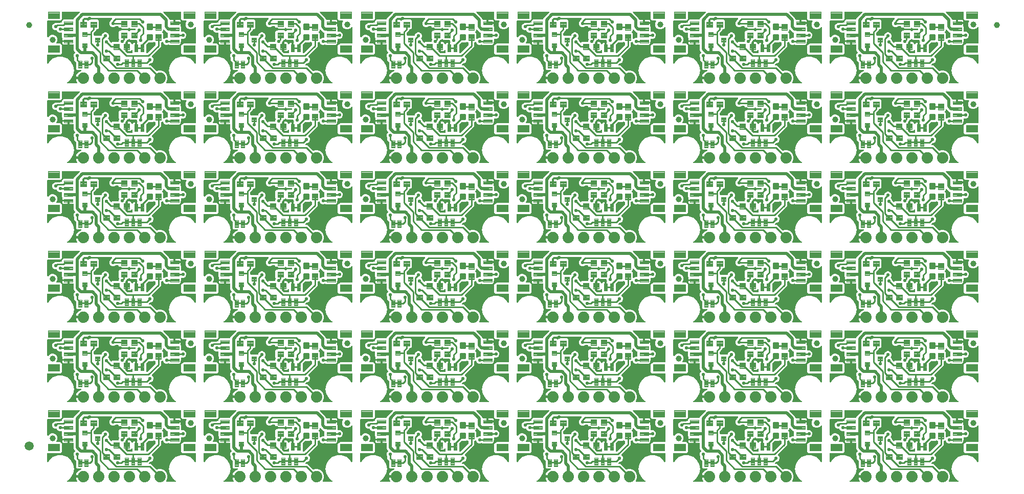
<source format=gtl>
G04 EAGLE Gerber RS-274X export*
G75*
%MOMM*%
%FSLAX34Y34*%
%LPD*%
%INTop Copper*%
%IPPOS*%
%AMOC8*
5,1,8,0,0,1.08239X$1,22.5*%
G01*
%ADD10C,1.000000*%
%ADD11C,0.099059*%
%ADD12C,0.100000*%
%ADD13C,0.102000*%
%ADD14C,0.096000*%
%ADD15C,1.879600*%
%ADD16C,0.300000*%
%ADD17C,0.104000*%
%ADD18C,1.500000*%
%ADD19C,0.508000*%
%ADD20C,0.558800*%
%ADD21C,0.254000*%

G36*
X216140Y4075D02*
X216140Y4075D01*
X216214Y4075D01*
X216280Y4095D01*
X216349Y4105D01*
X216416Y4135D01*
X216486Y4155D01*
X216545Y4192D01*
X216608Y4221D01*
X216664Y4268D01*
X216726Y4308D01*
X216772Y4360D01*
X216825Y4404D01*
X216866Y4466D01*
X216915Y4521D01*
X216944Y4583D01*
X216983Y4641D01*
X217005Y4711D01*
X217036Y4778D01*
X217048Y4846D01*
X217068Y4912D01*
X217070Y4986D01*
X217082Y5058D01*
X217074Y5127D01*
X217076Y5196D01*
X217057Y5267D01*
X217048Y5341D01*
X217021Y5404D01*
X217004Y5471D01*
X216966Y5535D01*
X216938Y5602D01*
X216899Y5647D01*
X216859Y5716D01*
X216769Y5800D01*
X216720Y5858D01*
X211015Y10644D01*
X207029Y17549D01*
X205645Y25400D01*
X207029Y33251D01*
X211015Y40155D01*
X217122Y45280D01*
X224614Y48007D01*
X232586Y48007D01*
X240078Y45280D01*
X246185Y40156D01*
X248041Y36941D01*
X248053Y36926D01*
X248061Y36908D01*
X248140Y36814D01*
X248216Y36717D01*
X248232Y36706D01*
X248245Y36691D01*
X248347Y36622D01*
X248446Y36551D01*
X248465Y36544D01*
X248481Y36533D01*
X248599Y36496D01*
X248714Y36454D01*
X248734Y36453D01*
X248752Y36447D01*
X248875Y36444D01*
X248998Y36436D01*
X249017Y36441D01*
X249036Y36440D01*
X249155Y36471D01*
X249275Y36498D01*
X249293Y36507D01*
X249311Y36512D01*
X249417Y36574D01*
X249525Y36633D01*
X249539Y36647D01*
X249556Y36657D01*
X249640Y36747D01*
X249727Y36833D01*
X249737Y36850D01*
X249750Y36864D01*
X249806Y36974D01*
X249866Y37081D01*
X249871Y37100D01*
X249880Y37118D01*
X249892Y37190D01*
X249931Y37358D01*
X249929Y37409D01*
X249935Y37449D01*
X249935Y50836D01*
X249927Y50894D01*
X249929Y50952D01*
X249907Y51034D01*
X249895Y51118D01*
X249872Y51171D01*
X249857Y51227D01*
X249814Y51300D01*
X249779Y51377D01*
X249741Y51422D01*
X249712Y51472D01*
X249650Y51530D01*
X249596Y51594D01*
X249547Y51626D01*
X249504Y51666D01*
X249429Y51705D01*
X249359Y51752D01*
X249303Y51769D01*
X249251Y51796D01*
X249183Y51807D01*
X249088Y51837D01*
X248988Y51840D01*
X248920Y51851D01*
X228028Y51851D01*
X225961Y53918D01*
X225961Y67887D01*
X225957Y67917D01*
X225960Y67946D01*
X225937Y68057D01*
X225921Y68169D01*
X225909Y68196D01*
X225904Y68224D01*
X225851Y68325D01*
X225805Y68428D01*
X225786Y68451D01*
X225773Y68477D01*
X225695Y68559D01*
X225622Y68645D01*
X225597Y68662D01*
X225577Y68683D01*
X225479Y68740D01*
X225385Y68803D01*
X225357Y68812D01*
X225332Y68827D01*
X225222Y68855D01*
X225114Y68889D01*
X225084Y68889D01*
X225056Y68897D01*
X224943Y68893D01*
X224830Y68896D01*
X224801Y68889D01*
X224772Y68888D01*
X224664Y68853D01*
X224555Y68824D01*
X224529Y68809D01*
X224501Y68800D01*
X224437Y68755D01*
X224310Y68679D01*
X224267Y68633D01*
X224228Y68605D01*
X223474Y67851D01*
X206046Y67851D01*
X205685Y68213D01*
X205683Y68214D01*
X205682Y68215D01*
X205569Y68300D01*
X205457Y68384D01*
X205456Y68384D01*
X205455Y68385D01*
X205324Y68434D01*
X205192Y68485D01*
X205190Y68485D01*
X205189Y68485D01*
X205045Y68497D01*
X204908Y68508D01*
X204907Y68508D01*
X204905Y68508D01*
X204889Y68505D01*
X204630Y68452D01*
X204602Y68438D01*
X204578Y68433D01*
X203092Y67817D01*
X200768Y67817D01*
X198620Y68707D01*
X196977Y70350D01*
X196226Y72162D01*
X196168Y72261D01*
X196115Y72363D01*
X196096Y72383D01*
X196082Y72407D01*
X195998Y72486D01*
X195919Y72569D01*
X195895Y72583D01*
X195875Y72602D01*
X195773Y72655D01*
X195674Y72713D01*
X195647Y72720D01*
X195622Y72733D01*
X195510Y72755D01*
X195398Y72783D01*
X195371Y72782D01*
X195343Y72788D01*
X195229Y72778D01*
X195114Y72774D01*
X195088Y72765D01*
X195060Y72763D01*
X194953Y72722D01*
X194844Y72687D01*
X194823Y72672D01*
X194795Y72661D01*
X194583Y72501D01*
X194570Y72492D01*
X193930Y71851D01*
X193294Y71851D01*
X193236Y71843D01*
X193178Y71845D01*
X193096Y71823D01*
X193012Y71811D01*
X192959Y71788D01*
X192903Y71773D01*
X192830Y71730D01*
X192753Y71695D01*
X192708Y71657D01*
X192658Y71628D01*
X192600Y71566D01*
X192536Y71512D01*
X192504Y71463D01*
X192464Y71420D01*
X192425Y71345D01*
X192378Y71275D01*
X192361Y71219D01*
X192334Y71167D01*
X192323Y71099D01*
X192293Y71004D01*
X192290Y70904D01*
X192279Y70836D01*
X192279Y64251D01*
X177448Y49421D01*
X177413Y49374D01*
X177371Y49334D01*
X177328Y49261D01*
X177277Y49193D01*
X177256Y49139D01*
X177227Y49088D01*
X177206Y49007D01*
X177176Y48928D01*
X177171Y48869D01*
X177157Y48813D01*
X177159Y48728D01*
X177152Y48644D01*
X177164Y48587D01*
X177166Y48529D01*
X177192Y48448D01*
X177208Y48366D01*
X177235Y48314D01*
X177253Y48258D01*
X177293Y48202D01*
X177339Y48113D01*
X177408Y48041D01*
X177448Y47985D01*
X178943Y46490D01*
X179833Y44342D01*
X179833Y42018D01*
X178943Y39870D01*
X177300Y38227D01*
X175152Y37337D01*
X174675Y37337D01*
X174589Y37325D01*
X174501Y37322D01*
X174449Y37305D01*
X174394Y37297D01*
X174314Y37262D01*
X174231Y37235D01*
X174192Y37207D01*
X174135Y37181D01*
X174021Y37085D01*
X173958Y37040D01*
X173526Y36609D01*
X173526Y36608D01*
X172179Y35262D01*
X172162Y35238D01*
X172139Y35219D01*
X172077Y35125D01*
X172009Y35035D01*
X171998Y35007D01*
X171982Y34983D01*
X171948Y34875D01*
X171907Y34769D01*
X171905Y34740D01*
X171896Y34712D01*
X171893Y34598D01*
X171884Y34486D01*
X171890Y34457D01*
X171889Y34428D01*
X171917Y34318D01*
X171940Y34207D01*
X171953Y34181D01*
X171961Y34153D01*
X172018Y34055D01*
X172071Y33955D01*
X172091Y33933D01*
X172106Y33908D01*
X172188Y33831D01*
X172266Y33749D01*
X172292Y33734D01*
X172313Y33714D01*
X172414Y33662D01*
X172512Y33605D01*
X172540Y33598D01*
X172566Y33584D01*
X172644Y33571D01*
X172787Y33535D01*
X172850Y33537D01*
X172897Y33529D01*
X175779Y33529D01*
X178606Y30702D01*
X184813Y24495D01*
X184814Y24494D01*
X184815Y24493D01*
X184928Y24408D01*
X185040Y24324D01*
X185041Y24323D01*
X185043Y24322D01*
X185175Y24273D01*
X185306Y24223D01*
X185307Y24223D01*
X185309Y24222D01*
X185448Y24211D01*
X185589Y24199D01*
X185590Y24199D01*
X185592Y24199D01*
X185607Y24203D01*
X185868Y24255D01*
X185895Y24269D01*
X185919Y24275D01*
X188024Y25147D01*
X192976Y25147D01*
X197551Y23252D01*
X201052Y19751D01*
X202947Y15176D01*
X202947Y10224D01*
X200977Y5469D01*
X200948Y5357D01*
X200914Y5248D01*
X200913Y5220D01*
X200906Y5193D01*
X200909Y5079D01*
X200906Y4964D01*
X200913Y4937D01*
X200914Y4909D01*
X200949Y4800D01*
X200978Y4689D01*
X200992Y4665D01*
X201001Y4638D01*
X201065Y4543D01*
X201123Y4444D01*
X201144Y4425D01*
X201159Y4402D01*
X201247Y4328D01*
X201331Y4250D01*
X201355Y4237D01*
X201377Y4219D01*
X201481Y4173D01*
X201584Y4120D01*
X201608Y4116D01*
X201636Y4104D01*
X201900Y4067D01*
X201915Y4065D01*
X216067Y4065D01*
X216140Y4075D01*
G37*
G36*
X216140Y400315D02*
X216140Y400315D01*
X216214Y400315D01*
X216280Y400335D01*
X216349Y400345D01*
X216416Y400375D01*
X216486Y400395D01*
X216545Y400432D01*
X216608Y400461D01*
X216664Y400508D01*
X216726Y400548D01*
X216772Y400600D01*
X216825Y400644D01*
X216866Y400706D01*
X216915Y400761D01*
X216944Y400823D01*
X216983Y400881D01*
X217005Y400951D01*
X217036Y401018D01*
X217048Y401086D01*
X217068Y401152D01*
X217070Y401226D01*
X217082Y401298D01*
X217074Y401367D01*
X217076Y401436D01*
X217057Y401507D01*
X217048Y401581D01*
X217021Y401644D01*
X217004Y401711D01*
X216966Y401775D01*
X216938Y401842D01*
X216899Y401887D01*
X216859Y401956D01*
X216769Y402040D01*
X216720Y402098D01*
X211015Y406884D01*
X207029Y413789D01*
X205645Y421640D01*
X207029Y429491D01*
X211015Y436395D01*
X217122Y441520D01*
X224614Y444247D01*
X232586Y444247D01*
X240078Y441520D01*
X246185Y436396D01*
X248041Y433181D01*
X248053Y433166D01*
X248061Y433148D01*
X248140Y433054D01*
X248216Y432957D01*
X248232Y432946D01*
X248245Y432931D01*
X248347Y432862D01*
X248446Y432791D01*
X248465Y432784D01*
X248481Y432773D01*
X248599Y432736D01*
X248714Y432694D01*
X248734Y432693D01*
X248752Y432687D01*
X248875Y432684D01*
X248998Y432676D01*
X249017Y432681D01*
X249036Y432680D01*
X249155Y432711D01*
X249275Y432738D01*
X249293Y432747D01*
X249311Y432752D01*
X249417Y432814D01*
X249525Y432873D01*
X249539Y432887D01*
X249556Y432897D01*
X249640Y432987D01*
X249727Y433073D01*
X249737Y433090D01*
X249750Y433104D01*
X249806Y433214D01*
X249866Y433321D01*
X249871Y433340D01*
X249880Y433358D01*
X249892Y433430D01*
X249931Y433598D01*
X249929Y433649D01*
X249935Y433689D01*
X249935Y447076D01*
X249927Y447134D01*
X249929Y447192D01*
X249907Y447274D01*
X249895Y447358D01*
X249872Y447411D01*
X249857Y447467D01*
X249814Y447540D01*
X249779Y447617D01*
X249741Y447662D01*
X249712Y447712D01*
X249650Y447770D01*
X249596Y447834D01*
X249547Y447866D01*
X249504Y447906D01*
X249429Y447945D01*
X249359Y447992D01*
X249303Y448009D01*
X249251Y448036D01*
X249183Y448047D01*
X249088Y448077D01*
X248988Y448080D01*
X248920Y448091D01*
X228028Y448091D01*
X225961Y450158D01*
X225961Y464127D01*
X225957Y464157D01*
X225960Y464186D01*
X225937Y464297D01*
X225921Y464409D01*
X225909Y464436D01*
X225904Y464464D01*
X225851Y464565D01*
X225805Y464668D01*
X225786Y464691D01*
X225773Y464717D01*
X225695Y464799D01*
X225622Y464885D01*
X225597Y464902D01*
X225577Y464923D01*
X225479Y464980D01*
X225385Y465043D01*
X225357Y465052D01*
X225332Y465067D01*
X225222Y465095D01*
X225114Y465129D01*
X225084Y465129D01*
X225056Y465137D01*
X224943Y465133D01*
X224830Y465136D01*
X224801Y465129D01*
X224772Y465128D01*
X224664Y465093D01*
X224555Y465064D01*
X224529Y465049D01*
X224501Y465040D01*
X224437Y464995D01*
X224310Y464919D01*
X224267Y464873D01*
X224228Y464845D01*
X223474Y464091D01*
X206046Y464091D01*
X205685Y464453D01*
X205683Y464454D01*
X205682Y464455D01*
X205569Y464540D01*
X205457Y464624D01*
X205456Y464624D01*
X205455Y464625D01*
X205324Y464674D01*
X205192Y464725D01*
X205190Y464725D01*
X205189Y464725D01*
X205045Y464737D01*
X204908Y464748D01*
X204907Y464748D01*
X204905Y464748D01*
X204889Y464745D01*
X204630Y464692D01*
X204602Y464678D01*
X204578Y464673D01*
X203092Y464057D01*
X200768Y464057D01*
X198620Y464947D01*
X196977Y466590D01*
X196226Y468402D01*
X196168Y468501D01*
X196115Y468603D01*
X196096Y468623D01*
X196082Y468647D01*
X195998Y468726D01*
X195919Y468809D01*
X195895Y468823D01*
X195875Y468842D01*
X195773Y468895D01*
X195674Y468953D01*
X195647Y468960D01*
X195622Y468973D01*
X195510Y468995D01*
X195398Y469023D01*
X195371Y469022D01*
X195343Y469028D01*
X195229Y469018D01*
X195114Y469014D01*
X195088Y469005D01*
X195060Y469003D01*
X194953Y468962D01*
X194844Y468927D01*
X194823Y468912D01*
X194795Y468901D01*
X194583Y468741D01*
X194570Y468732D01*
X193930Y468091D01*
X193294Y468091D01*
X193236Y468083D01*
X193178Y468085D01*
X193096Y468063D01*
X193012Y468051D01*
X192959Y468028D01*
X192903Y468013D01*
X192830Y467970D01*
X192753Y467935D01*
X192708Y467897D01*
X192658Y467868D01*
X192600Y467806D01*
X192536Y467752D01*
X192504Y467703D01*
X192464Y467660D01*
X192425Y467585D01*
X192378Y467515D01*
X192361Y467459D01*
X192334Y467407D01*
X192323Y467339D01*
X192293Y467244D01*
X192290Y467144D01*
X192279Y467076D01*
X192279Y460491D01*
X177448Y445661D01*
X177413Y445614D01*
X177371Y445574D01*
X177328Y445501D01*
X177277Y445433D01*
X177256Y445379D01*
X177227Y445328D01*
X177206Y445247D01*
X177176Y445168D01*
X177171Y445109D01*
X177157Y445053D01*
X177159Y444968D01*
X177152Y444884D01*
X177164Y444827D01*
X177166Y444769D01*
X177192Y444688D01*
X177208Y444606D01*
X177235Y444554D01*
X177253Y444498D01*
X177293Y444442D01*
X177339Y444353D01*
X177408Y444281D01*
X177448Y444225D01*
X178943Y442730D01*
X179833Y440582D01*
X179833Y438258D01*
X178943Y436110D01*
X177300Y434467D01*
X175152Y433577D01*
X174675Y433577D01*
X174589Y433565D01*
X174501Y433562D01*
X174449Y433545D01*
X174394Y433537D01*
X174314Y433502D01*
X174231Y433475D01*
X174192Y433447D01*
X174135Y433421D01*
X174021Y433325D01*
X173958Y433280D01*
X173526Y432849D01*
X173526Y432848D01*
X172179Y431502D01*
X172162Y431478D01*
X172139Y431459D01*
X172077Y431365D01*
X172009Y431275D01*
X171998Y431247D01*
X171982Y431223D01*
X171948Y431115D01*
X171907Y431009D01*
X171905Y430980D01*
X171896Y430952D01*
X171893Y430838D01*
X171884Y430726D01*
X171890Y430697D01*
X171889Y430668D01*
X171917Y430558D01*
X171940Y430447D01*
X171953Y430421D01*
X171961Y430393D01*
X172018Y430295D01*
X172071Y430195D01*
X172091Y430173D01*
X172106Y430148D01*
X172188Y430071D01*
X172266Y429989D01*
X172292Y429974D01*
X172313Y429954D01*
X172414Y429902D01*
X172512Y429845D01*
X172540Y429838D01*
X172566Y429824D01*
X172644Y429811D01*
X172787Y429775D01*
X172850Y429777D01*
X172897Y429769D01*
X175779Y429769D01*
X178606Y426942D01*
X184813Y420735D01*
X184814Y420734D01*
X184815Y420733D01*
X184928Y420648D01*
X185040Y420564D01*
X185041Y420563D01*
X185043Y420562D01*
X185175Y420513D01*
X185306Y420463D01*
X185307Y420463D01*
X185309Y420462D01*
X185448Y420451D01*
X185589Y420439D01*
X185590Y420439D01*
X185592Y420439D01*
X185607Y420443D01*
X185868Y420495D01*
X185895Y420509D01*
X185919Y420515D01*
X188024Y421387D01*
X192976Y421387D01*
X197551Y419492D01*
X201052Y415991D01*
X202947Y411416D01*
X202947Y406464D01*
X200977Y401709D01*
X200948Y401597D01*
X200914Y401488D01*
X200913Y401460D01*
X200906Y401433D01*
X200909Y401319D01*
X200906Y401204D01*
X200913Y401177D01*
X200914Y401149D01*
X200949Y401040D01*
X200978Y400929D01*
X200992Y400905D01*
X201001Y400878D01*
X201065Y400783D01*
X201123Y400684D01*
X201144Y400665D01*
X201159Y400642D01*
X201247Y400568D01*
X201331Y400490D01*
X201355Y400477D01*
X201377Y400459D01*
X201481Y400413D01*
X201584Y400360D01*
X201608Y400356D01*
X201636Y400344D01*
X201900Y400307D01*
X201915Y400305D01*
X216067Y400305D01*
X216140Y400315D01*
G37*
G36*
X475220Y664475D02*
X475220Y664475D01*
X475294Y664475D01*
X475360Y664495D01*
X475429Y664505D01*
X475496Y664535D01*
X475566Y664555D01*
X475625Y664592D01*
X475688Y664621D01*
X475744Y664668D01*
X475806Y664708D01*
X475852Y664760D01*
X475905Y664804D01*
X475946Y664866D01*
X475995Y664921D01*
X476024Y664983D01*
X476063Y665041D01*
X476085Y665111D01*
X476116Y665178D01*
X476128Y665246D01*
X476148Y665312D01*
X476150Y665386D01*
X476162Y665458D01*
X476154Y665527D01*
X476156Y665596D01*
X476137Y665667D01*
X476128Y665741D01*
X476101Y665804D01*
X476084Y665871D01*
X476046Y665935D01*
X476018Y666002D01*
X475979Y666047D01*
X475939Y666116D01*
X475849Y666200D01*
X475800Y666258D01*
X470095Y671044D01*
X466109Y677949D01*
X464725Y685800D01*
X466109Y693651D01*
X470095Y700555D01*
X476202Y705680D01*
X483694Y708407D01*
X491666Y708407D01*
X499158Y705680D01*
X505265Y700556D01*
X507121Y697341D01*
X507133Y697326D01*
X507141Y697308D01*
X507220Y697214D01*
X507296Y697117D01*
X507312Y697106D01*
X507325Y697091D01*
X507427Y697022D01*
X507526Y696951D01*
X507545Y696944D01*
X507561Y696933D01*
X507679Y696896D01*
X507794Y696854D01*
X507814Y696853D01*
X507832Y696847D01*
X507955Y696844D01*
X508078Y696836D01*
X508097Y696841D01*
X508116Y696840D01*
X508235Y696871D01*
X508355Y696898D01*
X508373Y696907D01*
X508391Y696912D01*
X508497Y696974D01*
X508605Y697033D01*
X508619Y697047D01*
X508636Y697057D01*
X508720Y697147D01*
X508807Y697233D01*
X508817Y697250D01*
X508830Y697264D01*
X508886Y697374D01*
X508946Y697481D01*
X508951Y697500D01*
X508960Y697518D01*
X508972Y697590D01*
X509011Y697758D01*
X509009Y697809D01*
X509015Y697849D01*
X509015Y711236D01*
X509007Y711294D01*
X509009Y711352D01*
X508987Y711434D01*
X508975Y711518D01*
X508952Y711571D01*
X508937Y711627D01*
X508894Y711700D01*
X508859Y711777D01*
X508821Y711822D01*
X508792Y711872D01*
X508730Y711930D01*
X508676Y711994D01*
X508627Y712026D01*
X508584Y712066D01*
X508509Y712105D01*
X508439Y712152D01*
X508383Y712169D01*
X508331Y712196D01*
X508263Y712207D01*
X508168Y712237D01*
X508068Y712240D01*
X508000Y712251D01*
X487108Y712251D01*
X485041Y714318D01*
X485041Y728287D01*
X485037Y728317D01*
X485040Y728346D01*
X485017Y728457D01*
X485001Y728569D01*
X484989Y728596D01*
X484984Y728624D01*
X484931Y728725D01*
X484885Y728828D01*
X484866Y728851D01*
X484853Y728877D01*
X484775Y728959D01*
X484702Y729045D01*
X484677Y729062D01*
X484657Y729083D01*
X484559Y729140D01*
X484465Y729203D01*
X484437Y729212D01*
X484412Y729227D01*
X484302Y729255D01*
X484194Y729289D01*
X484164Y729289D01*
X484136Y729297D01*
X484023Y729293D01*
X483910Y729296D01*
X483881Y729289D01*
X483852Y729288D01*
X483744Y729253D01*
X483635Y729224D01*
X483609Y729209D01*
X483581Y729200D01*
X483517Y729155D01*
X483390Y729079D01*
X483347Y729033D01*
X483308Y729005D01*
X482554Y728251D01*
X465126Y728251D01*
X464765Y728613D01*
X464763Y728614D01*
X464762Y728615D01*
X464649Y728700D01*
X464537Y728784D01*
X464536Y728784D01*
X464535Y728785D01*
X464404Y728834D01*
X464272Y728885D01*
X464270Y728885D01*
X464269Y728885D01*
X464125Y728897D01*
X463988Y728908D01*
X463987Y728908D01*
X463985Y728908D01*
X463969Y728905D01*
X463710Y728852D01*
X463682Y728838D01*
X463658Y728833D01*
X462172Y728217D01*
X459848Y728217D01*
X457700Y729107D01*
X456057Y730750D01*
X455306Y732562D01*
X455248Y732661D01*
X455195Y732763D01*
X455176Y732783D01*
X455162Y732807D01*
X455078Y732886D01*
X454999Y732969D01*
X454975Y732983D01*
X454955Y733002D01*
X454853Y733055D01*
X454754Y733113D01*
X454727Y733120D01*
X454702Y733133D01*
X454590Y733155D01*
X454478Y733183D01*
X454451Y733182D01*
X454423Y733188D01*
X454309Y733178D01*
X454194Y733174D01*
X454168Y733165D01*
X454140Y733163D01*
X454033Y733122D01*
X453924Y733087D01*
X453903Y733072D01*
X453875Y733061D01*
X453663Y732901D01*
X453650Y732892D01*
X453010Y732251D01*
X452374Y732251D01*
X452316Y732243D01*
X452258Y732245D01*
X452176Y732223D01*
X452092Y732211D01*
X452039Y732188D01*
X451983Y732173D01*
X451910Y732130D01*
X451833Y732095D01*
X451788Y732057D01*
X451738Y732028D01*
X451680Y731966D01*
X451616Y731912D01*
X451584Y731863D01*
X451544Y731820D01*
X451505Y731745D01*
X451458Y731675D01*
X451441Y731619D01*
X451414Y731567D01*
X451403Y731499D01*
X451373Y731404D01*
X451370Y731304D01*
X451359Y731236D01*
X451359Y724651D01*
X436528Y709821D01*
X436493Y709774D01*
X436451Y709734D01*
X436408Y709661D01*
X436357Y709593D01*
X436336Y709539D01*
X436307Y709488D01*
X436286Y709407D01*
X436256Y709328D01*
X436251Y709269D01*
X436237Y709213D01*
X436239Y709128D01*
X436232Y709044D01*
X436244Y708987D01*
X436246Y708929D01*
X436272Y708848D01*
X436288Y708766D01*
X436315Y708714D01*
X436333Y708658D01*
X436373Y708602D01*
X436419Y708513D01*
X436488Y708441D01*
X436528Y708385D01*
X438023Y706890D01*
X438913Y704742D01*
X438913Y702418D01*
X438023Y700270D01*
X436380Y698627D01*
X434232Y697737D01*
X433755Y697737D01*
X433669Y697725D01*
X433581Y697722D01*
X433529Y697705D01*
X433474Y697697D01*
X433394Y697662D01*
X433311Y697635D01*
X433272Y697607D01*
X433215Y697581D01*
X433101Y697485D01*
X433038Y697440D01*
X432606Y697009D01*
X432606Y697008D01*
X431259Y695662D01*
X431242Y695638D01*
X431219Y695619D01*
X431157Y695525D01*
X431089Y695435D01*
X431078Y695407D01*
X431062Y695383D01*
X431028Y695275D01*
X430987Y695169D01*
X430985Y695140D01*
X430976Y695112D01*
X430973Y694998D01*
X430964Y694886D01*
X430970Y694857D01*
X430969Y694828D01*
X430997Y694718D01*
X431020Y694607D01*
X431033Y694581D01*
X431041Y694553D01*
X431098Y694455D01*
X431151Y694355D01*
X431171Y694333D01*
X431186Y694308D01*
X431268Y694231D01*
X431346Y694149D01*
X431372Y694134D01*
X431393Y694114D01*
X431494Y694062D01*
X431592Y694005D01*
X431620Y693998D01*
X431646Y693984D01*
X431724Y693971D01*
X431867Y693935D01*
X431930Y693937D01*
X431977Y693929D01*
X434859Y693929D01*
X437686Y691102D01*
X443893Y684895D01*
X443894Y684894D01*
X443895Y684893D01*
X444008Y684808D01*
X444120Y684724D01*
X444121Y684723D01*
X444123Y684722D01*
X444255Y684673D01*
X444386Y684623D01*
X444387Y684623D01*
X444389Y684622D01*
X444528Y684611D01*
X444669Y684599D01*
X444670Y684599D01*
X444672Y684599D01*
X444687Y684603D01*
X444948Y684655D01*
X444975Y684669D01*
X444999Y684675D01*
X447104Y685547D01*
X452056Y685547D01*
X456631Y683652D01*
X460132Y680151D01*
X462027Y675576D01*
X462027Y670624D01*
X460057Y665869D01*
X460028Y665757D01*
X459994Y665648D01*
X459993Y665620D01*
X459986Y665593D01*
X459989Y665479D01*
X459986Y665364D01*
X459993Y665337D01*
X459994Y665309D01*
X460029Y665200D01*
X460058Y665089D01*
X460072Y665065D01*
X460081Y665038D01*
X460145Y664943D01*
X460203Y664844D01*
X460224Y664825D01*
X460239Y664802D01*
X460327Y664728D01*
X460411Y664650D01*
X460435Y664637D01*
X460457Y664619D01*
X460561Y664573D01*
X460664Y664520D01*
X460688Y664516D01*
X460716Y664504D01*
X460980Y664467D01*
X460995Y664465D01*
X475147Y664465D01*
X475220Y664475D01*
G37*
G36*
X475220Y268235D02*
X475220Y268235D01*
X475294Y268235D01*
X475360Y268255D01*
X475429Y268265D01*
X475496Y268295D01*
X475566Y268315D01*
X475625Y268352D01*
X475688Y268381D01*
X475744Y268428D01*
X475806Y268468D01*
X475852Y268520D01*
X475905Y268564D01*
X475946Y268626D01*
X475995Y268681D01*
X476024Y268743D01*
X476063Y268801D01*
X476085Y268871D01*
X476116Y268938D01*
X476128Y269006D01*
X476148Y269072D01*
X476150Y269146D01*
X476162Y269218D01*
X476154Y269287D01*
X476156Y269356D01*
X476137Y269427D01*
X476128Y269501D01*
X476101Y269564D01*
X476084Y269631D01*
X476046Y269695D01*
X476018Y269762D01*
X475979Y269807D01*
X475939Y269876D01*
X475849Y269960D01*
X475800Y270018D01*
X470095Y274804D01*
X466109Y281709D01*
X464725Y289560D01*
X466109Y297411D01*
X470095Y304315D01*
X476202Y309440D01*
X483694Y312167D01*
X491666Y312167D01*
X499158Y309440D01*
X505265Y304316D01*
X507121Y301101D01*
X507133Y301086D01*
X507141Y301068D01*
X507220Y300974D01*
X507296Y300877D01*
X507312Y300866D01*
X507325Y300851D01*
X507427Y300782D01*
X507526Y300711D01*
X507545Y300704D01*
X507561Y300693D01*
X507679Y300656D01*
X507794Y300614D01*
X507814Y300613D01*
X507832Y300607D01*
X507955Y300604D01*
X508078Y300596D01*
X508097Y300601D01*
X508116Y300600D01*
X508235Y300631D01*
X508355Y300658D01*
X508373Y300667D01*
X508391Y300672D01*
X508497Y300734D01*
X508605Y300793D01*
X508619Y300807D01*
X508636Y300817D01*
X508720Y300907D01*
X508807Y300993D01*
X508817Y301010D01*
X508830Y301024D01*
X508886Y301134D01*
X508946Y301241D01*
X508951Y301260D01*
X508960Y301278D01*
X508972Y301350D01*
X509011Y301518D01*
X509009Y301569D01*
X509015Y301609D01*
X509015Y314996D01*
X509007Y315054D01*
X509009Y315112D01*
X508987Y315194D01*
X508975Y315278D01*
X508952Y315331D01*
X508937Y315387D01*
X508894Y315460D01*
X508859Y315537D01*
X508821Y315582D01*
X508792Y315632D01*
X508730Y315690D01*
X508676Y315754D01*
X508627Y315786D01*
X508584Y315826D01*
X508509Y315865D01*
X508439Y315912D01*
X508383Y315929D01*
X508331Y315956D01*
X508263Y315967D01*
X508168Y315997D01*
X508068Y316000D01*
X508000Y316011D01*
X487108Y316011D01*
X485041Y318078D01*
X485041Y332047D01*
X485037Y332077D01*
X485040Y332106D01*
X485017Y332217D01*
X485001Y332329D01*
X484989Y332356D01*
X484984Y332384D01*
X484931Y332485D01*
X484885Y332588D01*
X484866Y332611D01*
X484853Y332637D01*
X484775Y332719D01*
X484702Y332805D01*
X484677Y332822D01*
X484657Y332843D01*
X484559Y332900D01*
X484465Y332963D01*
X484437Y332972D01*
X484412Y332987D01*
X484302Y333015D01*
X484194Y333049D01*
X484164Y333049D01*
X484136Y333057D01*
X484023Y333053D01*
X483910Y333056D01*
X483881Y333049D01*
X483852Y333048D01*
X483744Y333013D01*
X483635Y332984D01*
X483609Y332969D01*
X483581Y332960D01*
X483517Y332915D01*
X483390Y332839D01*
X483347Y332793D01*
X483308Y332765D01*
X482554Y332011D01*
X465126Y332011D01*
X464765Y332373D01*
X464763Y332374D01*
X464762Y332375D01*
X464649Y332460D01*
X464537Y332544D01*
X464536Y332544D01*
X464535Y332545D01*
X464404Y332594D01*
X464272Y332645D01*
X464270Y332645D01*
X464269Y332645D01*
X464125Y332657D01*
X463988Y332668D01*
X463987Y332668D01*
X463985Y332668D01*
X463969Y332665D01*
X463710Y332612D01*
X463682Y332598D01*
X463658Y332593D01*
X462172Y331977D01*
X459848Y331977D01*
X457700Y332867D01*
X456057Y334510D01*
X455306Y336322D01*
X455248Y336421D01*
X455195Y336523D01*
X455176Y336543D01*
X455162Y336567D01*
X455078Y336646D01*
X454999Y336729D01*
X454975Y336743D01*
X454955Y336762D01*
X454853Y336815D01*
X454754Y336873D01*
X454727Y336880D01*
X454702Y336893D01*
X454590Y336915D01*
X454478Y336943D01*
X454451Y336942D01*
X454423Y336948D01*
X454309Y336938D01*
X454194Y336934D01*
X454168Y336925D01*
X454140Y336923D01*
X454033Y336882D01*
X453924Y336847D01*
X453903Y336832D01*
X453875Y336821D01*
X453663Y336661D01*
X453650Y336652D01*
X453010Y336011D01*
X452374Y336011D01*
X452316Y336003D01*
X452258Y336005D01*
X452176Y335983D01*
X452092Y335971D01*
X452039Y335948D01*
X451983Y335933D01*
X451910Y335890D01*
X451833Y335855D01*
X451788Y335817D01*
X451738Y335788D01*
X451680Y335726D01*
X451616Y335672D01*
X451584Y335623D01*
X451544Y335580D01*
X451505Y335505D01*
X451458Y335435D01*
X451441Y335379D01*
X451414Y335327D01*
X451403Y335259D01*
X451373Y335164D01*
X451370Y335064D01*
X451359Y334996D01*
X451359Y328411D01*
X436528Y313581D01*
X436493Y313534D01*
X436451Y313494D01*
X436408Y313421D01*
X436357Y313353D01*
X436336Y313299D01*
X436307Y313248D01*
X436286Y313167D01*
X436256Y313088D01*
X436251Y313029D01*
X436237Y312973D01*
X436239Y312888D01*
X436232Y312804D01*
X436244Y312747D01*
X436246Y312689D01*
X436272Y312608D01*
X436288Y312526D01*
X436315Y312474D01*
X436333Y312418D01*
X436373Y312362D01*
X436419Y312273D01*
X436488Y312201D01*
X436528Y312145D01*
X438023Y310650D01*
X438913Y308502D01*
X438913Y306178D01*
X438023Y304030D01*
X436380Y302387D01*
X434232Y301497D01*
X433755Y301497D01*
X433669Y301485D01*
X433581Y301482D01*
X433529Y301465D01*
X433474Y301457D01*
X433394Y301422D01*
X433311Y301395D01*
X433272Y301367D01*
X433215Y301341D01*
X433101Y301245D01*
X433038Y301200D01*
X432606Y300769D01*
X432606Y300768D01*
X431259Y299422D01*
X431242Y299398D01*
X431219Y299379D01*
X431157Y299285D01*
X431089Y299195D01*
X431078Y299167D01*
X431062Y299143D01*
X431028Y299035D01*
X430987Y298929D01*
X430985Y298900D01*
X430976Y298872D01*
X430973Y298758D01*
X430964Y298646D01*
X430970Y298617D01*
X430969Y298588D01*
X430997Y298478D01*
X431020Y298367D01*
X431033Y298341D01*
X431041Y298313D01*
X431098Y298215D01*
X431151Y298115D01*
X431171Y298093D01*
X431186Y298068D01*
X431268Y297991D01*
X431346Y297909D01*
X431372Y297894D01*
X431393Y297874D01*
X431494Y297822D01*
X431592Y297765D01*
X431620Y297758D01*
X431646Y297744D01*
X431724Y297731D01*
X431867Y297695D01*
X431930Y297697D01*
X431977Y297689D01*
X434859Y297689D01*
X437686Y294862D01*
X443893Y288655D01*
X443894Y288654D01*
X443895Y288653D01*
X444008Y288568D01*
X444120Y288484D01*
X444121Y288483D01*
X444123Y288482D01*
X444255Y288433D01*
X444386Y288383D01*
X444387Y288383D01*
X444389Y288382D01*
X444528Y288371D01*
X444669Y288359D01*
X444670Y288359D01*
X444672Y288359D01*
X444687Y288363D01*
X444948Y288415D01*
X444975Y288429D01*
X444999Y288435D01*
X447104Y289307D01*
X452056Y289307D01*
X456631Y287412D01*
X460132Y283911D01*
X462027Y279336D01*
X462027Y274384D01*
X460057Y269629D01*
X460028Y269517D01*
X459994Y269408D01*
X459993Y269380D01*
X459986Y269353D01*
X459989Y269239D01*
X459986Y269124D01*
X459993Y269097D01*
X459994Y269069D01*
X460029Y268960D01*
X460058Y268849D01*
X460072Y268825D01*
X460081Y268798D01*
X460145Y268703D01*
X460203Y268604D01*
X460224Y268585D01*
X460239Y268562D01*
X460327Y268488D01*
X460411Y268410D01*
X460435Y268397D01*
X460457Y268379D01*
X460561Y268333D01*
X460664Y268280D01*
X460688Y268276D01*
X460716Y268264D01*
X460980Y268227D01*
X460995Y268225D01*
X475147Y268225D01*
X475220Y268235D01*
G37*
G36*
X734300Y4075D02*
X734300Y4075D01*
X734374Y4075D01*
X734440Y4095D01*
X734509Y4105D01*
X734576Y4135D01*
X734646Y4155D01*
X734705Y4192D01*
X734768Y4221D01*
X734824Y4268D01*
X734886Y4308D01*
X734932Y4360D01*
X734985Y4404D01*
X735026Y4466D01*
X735075Y4521D01*
X735104Y4583D01*
X735143Y4641D01*
X735165Y4711D01*
X735196Y4778D01*
X735208Y4846D01*
X735228Y4912D01*
X735230Y4986D01*
X735242Y5058D01*
X735234Y5127D01*
X735236Y5196D01*
X735217Y5267D01*
X735208Y5341D01*
X735181Y5404D01*
X735164Y5471D01*
X735126Y5535D01*
X735098Y5602D01*
X735059Y5647D01*
X735019Y5716D01*
X734929Y5800D01*
X734880Y5858D01*
X729175Y10644D01*
X725189Y17549D01*
X723805Y25400D01*
X725189Y33251D01*
X729175Y40155D01*
X735282Y45280D01*
X742774Y48007D01*
X750746Y48007D01*
X758238Y45280D01*
X764345Y40156D01*
X766201Y36941D01*
X766213Y36926D01*
X766221Y36908D01*
X766300Y36814D01*
X766376Y36717D01*
X766392Y36706D01*
X766405Y36691D01*
X766507Y36622D01*
X766606Y36551D01*
X766625Y36544D01*
X766641Y36533D01*
X766759Y36496D01*
X766874Y36454D01*
X766894Y36453D01*
X766912Y36447D01*
X767035Y36444D01*
X767158Y36436D01*
X767177Y36441D01*
X767196Y36440D01*
X767315Y36471D01*
X767435Y36498D01*
X767453Y36507D01*
X767471Y36512D01*
X767577Y36574D01*
X767685Y36633D01*
X767699Y36647D01*
X767716Y36657D01*
X767800Y36747D01*
X767887Y36833D01*
X767897Y36850D01*
X767910Y36864D01*
X767966Y36974D01*
X768026Y37081D01*
X768031Y37100D01*
X768040Y37118D01*
X768052Y37190D01*
X768091Y37358D01*
X768089Y37409D01*
X768095Y37449D01*
X768095Y50836D01*
X768087Y50894D01*
X768089Y50952D01*
X768067Y51034D01*
X768055Y51118D01*
X768032Y51171D01*
X768017Y51227D01*
X767974Y51300D01*
X767939Y51377D01*
X767901Y51422D01*
X767872Y51472D01*
X767810Y51530D01*
X767756Y51594D01*
X767707Y51626D01*
X767664Y51666D01*
X767589Y51705D01*
X767519Y51752D01*
X767463Y51769D01*
X767411Y51796D01*
X767343Y51807D01*
X767248Y51837D01*
X767148Y51840D01*
X767080Y51851D01*
X746188Y51851D01*
X744121Y53918D01*
X744121Y67887D01*
X744117Y67917D01*
X744120Y67946D01*
X744097Y68057D01*
X744081Y68169D01*
X744069Y68196D01*
X744064Y68224D01*
X744011Y68325D01*
X743965Y68428D01*
X743946Y68451D01*
X743933Y68477D01*
X743855Y68559D01*
X743782Y68645D01*
X743757Y68662D01*
X743737Y68683D01*
X743639Y68740D01*
X743545Y68803D01*
X743517Y68812D01*
X743492Y68827D01*
X743382Y68855D01*
X743274Y68889D01*
X743244Y68889D01*
X743216Y68897D01*
X743103Y68893D01*
X742990Y68896D01*
X742961Y68889D01*
X742932Y68888D01*
X742824Y68853D01*
X742715Y68824D01*
X742689Y68809D01*
X742661Y68800D01*
X742597Y68755D01*
X742470Y68679D01*
X742427Y68633D01*
X742388Y68605D01*
X741634Y67851D01*
X724206Y67851D01*
X723845Y68213D01*
X723843Y68214D01*
X723842Y68215D01*
X723729Y68300D01*
X723617Y68384D01*
X723616Y68384D01*
X723615Y68385D01*
X723484Y68434D01*
X723352Y68485D01*
X723350Y68485D01*
X723349Y68485D01*
X723205Y68497D01*
X723068Y68508D01*
X723067Y68508D01*
X723065Y68508D01*
X723049Y68505D01*
X722790Y68452D01*
X722762Y68438D01*
X722738Y68433D01*
X721252Y67817D01*
X718928Y67817D01*
X716780Y68707D01*
X715137Y70350D01*
X714386Y72162D01*
X714328Y72261D01*
X714275Y72363D01*
X714256Y72383D01*
X714242Y72407D01*
X714158Y72486D01*
X714079Y72569D01*
X714055Y72583D01*
X714035Y72602D01*
X713933Y72655D01*
X713834Y72713D01*
X713807Y72720D01*
X713782Y72733D01*
X713670Y72755D01*
X713558Y72783D01*
X713531Y72782D01*
X713503Y72788D01*
X713389Y72778D01*
X713274Y72774D01*
X713248Y72765D01*
X713220Y72763D01*
X713113Y72722D01*
X713004Y72687D01*
X712983Y72672D01*
X712955Y72661D01*
X712743Y72501D01*
X712730Y72492D01*
X712090Y71851D01*
X711454Y71851D01*
X711396Y71843D01*
X711338Y71845D01*
X711256Y71823D01*
X711172Y71811D01*
X711119Y71788D01*
X711063Y71773D01*
X710990Y71730D01*
X710913Y71695D01*
X710868Y71657D01*
X710818Y71628D01*
X710760Y71566D01*
X710696Y71512D01*
X710664Y71463D01*
X710624Y71420D01*
X710585Y71345D01*
X710538Y71275D01*
X710521Y71219D01*
X710494Y71167D01*
X710483Y71099D01*
X710453Y71004D01*
X710450Y70904D01*
X710439Y70836D01*
X710439Y64251D01*
X695608Y49421D01*
X695573Y49374D01*
X695531Y49334D01*
X695488Y49261D01*
X695437Y49193D01*
X695416Y49139D01*
X695387Y49088D01*
X695366Y49007D01*
X695336Y48928D01*
X695331Y48869D01*
X695317Y48813D01*
X695319Y48728D01*
X695312Y48644D01*
X695324Y48587D01*
X695326Y48529D01*
X695352Y48448D01*
X695368Y48366D01*
X695395Y48314D01*
X695413Y48258D01*
X695453Y48202D01*
X695499Y48113D01*
X695568Y48041D01*
X695608Y47985D01*
X697103Y46490D01*
X697993Y44342D01*
X697993Y42018D01*
X697103Y39870D01*
X695460Y38227D01*
X693312Y37337D01*
X692835Y37337D01*
X692749Y37325D01*
X692661Y37322D01*
X692609Y37305D01*
X692554Y37297D01*
X692474Y37262D01*
X692391Y37235D01*
X692352Y37207D01*
X692294Y37181D01*
X692181Y37085D01*
X692118Y37040D01*
X691686Y36608D01*
X690339Y35262D01*
X690322Y35238D01*
X690299Y35219D01*
X690237Y35125D01*
X690169Y35035D01*
X690158Y35007D01*
X690142Y34983D01*
X690108Y34875D01*
X690067Y34769D01*
X690065Y34740D01*
X690056Y34712D01*
X690053Y34598D01*
X690044Y34486D01*
X690050Y34457D01*
X690049Y34428D01*
X690077Y34318D01*
X690100Y34207D01*
X690113Y34181D01*
X690121Y34153D01*
X690178Y34055D01*
X690231Y33955D01*
X690251Y33933D01*
X690266Y33908D01*
X690348Y33831D01*
X690426Y33749D01*
X690452Y33734D01*
X690473Y33714D01*
X690574Y33662D01*
X690672Y33605D01*
X690700Y33598D01*
X690726Y33584D01*
X690804Y33571D01*
X690947Y33535D01*
X691010Y33537D01*
X691057Y33529D01*
X693939Y33529D01*
X702973Y24495D01*
X702974Y24494D01*
X702975Y24493D01*
X703093Y24404D01*
X703200Y24324D01*
X703201Y24323D01*
X703203Y24322D01*
X703336Y24272D01*
X703466Y24223D01*
X703467Y24223D01*
X703469Y24222D01*
X703613Y24210D01*
X703749Y24199D01*
X703750Y24199D01*
X703752Y24199D01*
X703768Y24203D01*
X704028Y24255D01*
X704055Y24269D01*
X704079Y24275D01*
X706184Y25147D01*
X711136Y25147D01*
X715711Y23252D01*
X719212Y19751D01*
X721107Y15176D01*
X721107Y10224D01*
X719137Y5469D01*
X719108Y5357D01*
X719074Y5248D01*
X719073Y5220D01*
X719066Y5193D01*
X719069Y5079D01*
X719066Y4964D01*
X719073Y4937D01*
X719074Y4909D01*
X719109Y4800D01*
X719138Y4689D01*
X719152Y4665D01*
X719161Y4638D01*
X719225Y4543D01*
X719283Y4444D01*
X719304Y4425D01*
X719319Y4402D01*
X719407Y4328D01*
X719491Y4250D01*
X719515Y4237D01*
X719537Y4219D01*
X719641Y4173D01*
X719744Y4120D01*
X719768Y4116D01*
X719796Y4104D01*
X720060Y4067D01*
X720075Y4065D01*
X734227Y4065D01*
X734300Y4075D01*
G37*
G36*
X734300Y400315D02*
X734300Y400315D01*
X734374Y400315D01*
X734440Y400335D01*
X734509Y400345D01*
X734576Y400375D01*
X734646Y400395D01*
X734705Y400432D01*
X734768Y400461D01*
X734824Y400508D01*
X734886Y400548D01*
X734932Y400600D01*
X734985Y400644D01*
X735026Y400706D01*
X735075Y400761D01*
X735104Y400823D01*
X735143Y400881D01*
X735165Y400951D01*
X735196Y401018D01*
X735208Y401086D01*
X735228Y401152D01*
X735230Y401226D01*
X735242Y401298D01*
X735234Y401367D01*
X735236Y401436D01*
X735217Y401507D01*
X735208Y401581D01*
X735181Y401644D01*
X735164Y401711D01*
X735126Y401775D01*
X735098Y401842D01*
X735059Y401887D01*
X735019Y401956D01*
X734929Y402040D01*
X734880Y402098D01*
X729175Y406884D01*
X725189Y413789D01*
X723805Y421640D01*
X725189Y429491D01*
X729175Y436395D01*
X735282Y441520D01*
X742774Y444247D01*
X750746Y444247D01*
X758238Y441520D01*
X764345Y436396D01*
X766201Y433181D01*
X766213Y433166D01*
X766221Y433148D01*
X766300Y433054D01*
X766376Y432957D01*
X766392Y432946D01*
X766405Y432931D01*
X766507Y432862D01*
X766606Y432791D01*
X766625Y432784D01*
X766641Y432773D01*
X766759Y432736D01*
X766874Y432694D01*
X766894Y432693D01*
X766912Y432687D01*
X767035Y432684D01*
X767158Y432676D01*
X767177Y432681D01*
X767196Y432680D01*
X767315Y432711D01*
X767435Y432738D01*
X767453Y432747D01*
X767471Y432752D01*
X767577Y432814D01*
X767685Y432873D01*
X767699Y432887D01*
X767716Y432897D01*
X767800Y432987D01*
X767887Y433073D01*
X767897Y433090D01*
X767910Y433104D01*
X767966Y433214D01*
X768026Y433321D01*
X768031Y433340D01*
X768040Y433358D01*
X768052Y433430D01*
X768091Y433598D01*
X768089Y433649D01*
X768095Y433689D01*
X768095Y447076D01*
X768087Y447134D01*
X768089Y447192D01*
X768067Y447274D01*
X768055Y447358D01*
X768032Y447411D01*
X768017Y447467D01*
X767974Y447540D01*
X767939Y447617D01*
X767901Y447662D01*
X767872Y447712D01*
X767810Y447770D01*
X767756Y447834D01*
X767707Y447866D01*
X767664Y447906D01*
X767589Y447945D01*
X767519Y447992D01*
X767463Y448009D01*
X767411Y448036D01*
X767343Y448047D01*
X767248Y448077D01*
X767148Y448080D01*
X767080Y448091D01*
X746188Y448091D01*
X744121Y450158D01*
X744121Y464127D01*
X744117Y464157D01*
X744120Y464186D01*
X744097Y464297D01*
X744081Y464409D01*
X744069Y464436D01*
X744064Y464464D01*
X744011Y464565D01*
X743965Y464668D01*
X743946Y464691D01*
X743933Y464717D01*
X743855Y464799D01*
X743782Y464885D01*
X743757Y464902D01*
X743737Y464923D01*
X743639Y464980D01*
X743545Y465043D01*
X743517Y465052D01*
X743492Y465067D01*
X743382Y465095D01*
X743274Y465129D01*
X743244Y465129D01*
X743216Y465137D01*
X743103Y465133D01*
X742990Y465136D01*
X742961Y465129D01*
X742932Y465128D01*
X742824Y465093D01*
X742715Y465064D01*
X742689Y465049D01*
X742661Y465040D01*
X742597Y464995D01*
X742470Y464919D01*
X742427Y464873D01*
X742388Y464845D01*
X741634Y464091D01*
X724206Y464091D01*
X723845Y464453D01*
X723843Y464454D01*
X723842Y464455D01*
X723729Y464540D01*
X723617Y464624D01*
X723616Y464624D01*
X723615Y464625D01*
X723484Y464674D01*
X723352Y464725D01*
X723350Y464725D01*
X723349Y464725D01*
X723205Y464737D01*
X723068Y464748D01*
X723067Y464748D01*
X723065Y464748D01*
X723049Y464745D01*
X722790Y464692D01*
X722762Y464678D01*
X722738Y464673D01*
X721252Y464057D01*
X718928Y464057D01*
X716780Y464947D01*
X715137Y466590D01*
X714386Y468402D01*
X714328Y468501D01*
X714275Y468603D01*
X714256Y468623D01*
X714242Y468647D01*
X714158Y468726D01*
X714079Y468809D01*
X714055Y468823D01*
X714035Y468842D01*
X713933Y468895D01*
X713834Y468953D01*
X713807Y468960D01*
X713782Y468973D01*
X713670Y468995D01*
X713558Y469023D01*
X713531Y469022D01*
X713503Y469028D01*
X713389Y469018D01*
X713274Y469014D01*
X713248Y469005D01*
X713220Y469003D01*
X713113Y468962D01*
X713004Y468927D01*
X712983Y468912D01*
X712955Y468901D01*
X712743Y468741D01*
X712730Y468732D01*
X712090Y468091D01*
X711454Y468091D01*
X711396Y468083D01*
X711338Y468085D01*
X711256Y468063D01*
X711172Y468051D01*
X711119Y468028D01*
X711063Y468013D01*
X710990Y467970D01*
X710913Y467935D01*
X710868Y467897D01*
X710818Y467868D01*
X710760Y467806D01*
X710696Y467752D01*
X710664Y467703D01*
X710624Y467660D01*
X710585Y467585D01*
X710538Y467515D01*
X710521Y467459D01*
X710494Y467407D01*
X710483Y467339D01*
X710453Y467244D01*
X710450Y467144D01*
X710439Y467076D01*
X710439Y460491D01*
X695608Y445661D01*
X695573Y445614D01*
X695531Y445574D01*
X695488Y445501D01*
X695437Y445433D01*
X695416Y445379D01*
X695387Y445328D01*
X695366Y445247D01*
X695336Y445168D01*
X695331Y445109D01*
X695317Y445053D01*
X695319Y444968D01*
X695312Y444884D01*
X695324Y444827D01*
X695326Y444769D01*
X695352Y444688D01*
X695368Y444606D01*
X695395Y444554D01*
X695413Y444498D01*
X695453Y444442D01*
X695499Y444353D01*
X695568Y444281D01*
X695608Y444225D01*
X697103Y442730D01*
X697993Y440582D01*
X697993Y438258D01*
X697103Y436110D01*
X695460Y434467D01*
X693312Y433577D01*
X692835Y433577D01*
X692749Y433565D01*
X692661Y433562D01*
X692609Y433545D01*
X692554Y433537D01*
X692474Y433502D01*
X692391Y433475D01*
X692352Y433447D01*
X692294Y433421D01*
X692181Y433325D01*
X692118Y433280D01*
X691686Y432848D01*
X690339Y431502D01*
X690322Y431478D01*
X690299Y431459D01*
X690237Y431365D01*
X690169Y431275D01*
X690158Y431247D01*
X690142Y431223D01*
X690108Y431115D01*
X690067Y431009D01*
X690065Y430980D01*
X690056Y430952D01*
X690053Y430838D01*
X690044Y430726D01*
X690050Y430697D01*
X690049Y430668D01*
X690077Y430558D01*
X690100Y430447D01*
X690113Y430421D01*
X690121Y430393D01*
X690178Y430295D01*
X690231Y430195D01*
X690251Y430173D01*
X690266Y430148D01*
X690348Y430071D01*
X690426Y429989D01*
X690452Y429974D01*
X690473Y429954D01*
X690574Y429902D01*
X690672Y429845D01*
X690700Y429838D01*
X690726Y429824D01*
X690804Y429811D01*
X690947Y429775D01*
X691010Y429777D01*
X691057Y429769D01*
X693939Y429769D01*
X702973Y420735D01*
X702974Y420734D01*
X702975Y420733D01*
X703093Y420644D01*
X703200Y420564D01*
X703201Y420563D01*
X703203Y420562D01*
X703336Y420512D01*
X703466Y420463D01*
X703467Y420463D01*
X703469Y420462D01*
X703613Y420450D01*
X703749Y420439D01*
X703750Y420439D01*
X703752Y420439D01*
X703768Y420443D01*
X704028Y420495D01*
X704055Y420509D01*
X704079Y420515D01*
X706184Y421387D01*
X711136Y421387D01*
X715711Y419492D01*
X719212Y415991D01*
X721107Y411416D01*
X721107Y406464D01*
X719137Y401709D01*
X719108Y401597D01*
X719074Y401488D01*
X719073Y401460D01*
X719066Y401433D01*
X719069Y401319D01*
X719066Y401204D01*
X719073Y401177D01*
X719074Y401149D01*
X719109Y401040D01*
X719138Y400929D01*
X719152Y400905D01*
X719161Y400878D01*
X719225Y400783D01*
X719283Y400684D01*
X719304Y400665D01*
X719319Y400642D01*
X719407Y400568D01*
X719491Y400490D01*
X719515Y400477D01*
X719537Y400459D01*
X719641Y400413D01*
X719744Y400360D01*
X719768Y400356D01*
X719796Y400344D01*
X720060Y400307D01*
X720075Y400305D01*
X734227Y400305D01*
X734300Y400315D01*
G37*
G36*
X1252460Y532395D02*
X1252460Y532395D01*
X1252534Y532395D01*
X1252600Y532415D01*
X1252669Y532425D01*
X1252736Y532455D01*
X1252806Y532475D01*
X1252865Y532512D01*
X1252928Y532541D01*
X1252984Y532588D01*
X1253046Y532628D01*
X1253092Y532680D01*
X1253145Y532724D01*
X1253186Y532786D01*
X1253235Y532841D01*
X1253264Y532903D01*
X1253303Y532961D01*
X1253325Y533031D01*
X1253356Y533098D01*
X1253368Y533166D01*
X1253388Y533232D01*
X1253390Y533306D01*
X1253402Y533378D01*
X1253394Y533447D01*
X1253396Y533516D01*
X1253377Y533587D01*
X1253368Y533661D01*
X1253341Y533724D01*
X1253324Y533791D01*
X1253286Y533855D01*
X1253258Y533922D01*
X1253219Y533967D01*
X1253179Y534036D01*
X1253089Y534120D01*
X1253040Y534178D01*
X1247335Y538964D01*
X1243349Y545869D01*
X1241965Y553720D01*
X1243349Y561571D01*
X1247335Y568475D01*
X1253442Y573600D01*
X1260934Y576327D01*
X1268906Y576327D01*
X1276398Y573600D01*
X1282505Y568476D01*
X1284361Y565261D01*
X1284373Y565246D01*
X1284381Y565228D01*
X1284460Y565134D01*
X1284536Y565037D01*
X1284552Y565026D01*
X1284565Y565011D01*
X1284667Y564942D01*
X1284766Y564871D01*
X1284785Y564864D01*
X1284801Y564853D01*
X1284919Y564816D01*
X1285034Y564774D01*
X1285054Y564773D01*
X1285072Y564767D01*
X1285195Y564764D01*
X1285318Y564756D01*
X1285337Y564761D01*
X1285356Y564760D01*
X1285475Y564791D01*
X1285595Y564818D01*
X1285613Y564827D01*
X1285631Y564832D01*
X1285737Y564894D01*
X1285845Y564953D01*
X1285859Y564967D01*
X1285876Y564977D01*
X1285960Y565067D01*
X1286047Y565153D01*
X1286057Y565170D01*
X1286070Y565184D01*
X1286126Y565294D01*
X1286186Y565401D01*
X1286191Y565420D01*
X1286200Y565438D01*
X1286212Y565510D01*
X1286251Y565678D01*
X1286249Y565729D01*
X1286255Y565769D01*
X1286255Y579156D01*
X1286247Y579214D01*
X1286249Y579272D01*
X1286227Y579354D01*
X1286215Y579438D01*
X1286192Y579491D01*
X1286177Y579547D01*
X1286134Y579620D01*
X1286099Y579697D01*
X1286061Y579742D01*
X1286032Y579792D01*
X1285970Y579850D01*
X1285916Y579914D01*
X1285867Y579946D01*
X1285824Y579986D01*
X1285749Y580025D01*
X1285679Y580072D01*
X1285623Y580089D01*
X1285571Y580116D01*
X1285503Y580127D01*
X1285408Y580157D01*
X1285308Y580160D01*
X1285240Y580171D01*
X1264348Y580171D01*
X1262281Y582238D01*
X1262281Y596207D01*
X1262277Y596237D01*
X1262280Y596266D01*
X1262257Y596377D01*
X1262241Y596489D01*
X1262229Y596516D01*
X1262224Y596544D01*
X1262171Y596645D01*
X1262125Y596748D01*
X1262106Y596771D01*
X1262093Y596797D01*
X1262015Y596879D01*
X1261942Y596965D01*
X1261917Y596982D01*
X1261897Y597003D01*
X1261799Y597060D01*
X1261705Y597123D01*
X1261677Y597132D01*
X1261652Y597147D01*
X1261542Y597175D01*
X1261434Y597209D01*
X1261404Y597209D01*
X1261376Y597217D01*
X1261263Y597213D01*
X1261150Y597216D01*
X1261121Y597209D01*
X1261092Y597208D01*
X1260984Y597173D01*
X1260875Y597144D01*
X1260849Y597129D01*
X1260821Y597120D01*
X1260757Y597075D01*
X1260630Y596999D01*
X1260587Y596953D01*
X1260548Y596925D01*
X1259794Y596171D01*
X1242366Y596171D01*
X1242005Y596533D01*
X1242003Y596534D01*
X1242002Y596535D01*
X1241889Y596620D01*
X1241777Y596704D01*
X1241776Y596704D01*
X1241775Y596705D01*
X1241644Y596754D01*
X1241512Y596805D01*
X1241510Y596805D01*
X1241509Y596805D01*
X1241365Y596817D01*
X1241228Y596828D01*
X1241227Y596828D01*
X1241225Y596828D01*
X1241209Y596825D01*
X1240950Y596772D01*
X1240922Y596758D01*
X1240898Y596753D01*
X1239412Y596137D01*
X1237088Y596137D01*
X1234940Y597027D01*
X1233297Y598670D01*
X1232546Y600482D01*
X1232488Y600581D01*
X1232435Y600683D01*
X1232416Y600703D01*
X1232402Y600727D01*
X1232318Y600806D01*
X1232239Y600889D01*
X1232215Y600903D01*
X1232195Y600922D01*
X1232093Y600975D01*
X1231994Y601033D01*
X1231967Y601040D01*
X1231942Y601053D01*
X1231830Y601075D01*
X1231718Y601103D01*
X1231691Y601102D01*
X1231663Y601108D01*
X1231549Y601098D01*
X1231434Y601094D01*
X1231408Y601085D01*
X1231380Y601083D01*
X1231273Y601042D01*
X1231164Y601007D01*
X1231143Y600992D01*
X1231115Y600981D01*
X1230903Y600821D01*
X1230890Y600812D01*
X1230250Y600171D01*
X1229614Y600171D01*
X1229556Y600163D01*
X1229498Y600165D01*
X1229416Y600143D01*
X1229332Y600131D01*
X1229279Y600108D01*
X1229223Y600093D01*
X1229150Y600050D01*
X1229073Y600015D01*
X1229028Y599977D01*
X1228978Y599948D01*
X1228920Y599886D01*
X1228856Y599832D01*
X1228824Y599783D01*
X1228784Y599740D01*
X1228745Y599665D01*
X1228698Y599595D01*
X1228681Y599539D01*
X1228654Y599487D01*
X1228643Y599419D01*
X1228613Y599324D01*
X1228610Y599224D01*
X1228599Y599156D01*
X1228599Y592571D01*
X1213768Y577741D01*
X1213733Y577694D01*
X1213691Y577654D01*
X1213648Y577581D01*
X1213597Y577513D01*
X1213576Y577459D01*
X1213547Y577408D01*
X1213526Y577327D01*
X1213496Y577248D01*
X1213491Y577189D01*
X1213477Y577133D01*
X1213479Y577048D01*
X1213472Y576964D01*
X1213484Y576907D01*
X1213486Y576849D01*
X1213512Y576768D01*
X1213528Y576686D01*
X1213555Y576634D01*
X1213573Y576578D01*
X1213613Y576522D01*
X1213659Y576433D01*
X1213728Y576361D01*
X1213768Y576305D01*
X1215263Y574810D01*
X1216153Y572662D01*
X1216153Y570338D01*
X1215263Y568190D01*
X1213620Y566547D01*
X1211472Y565657D01*
X1210995Y565657D01*
X1210909Y565645D01*
X1210821Y565642D01*
X1210769Y565625D01*
X1210714Y565617D01*
X1210634Y565582D01*
X1210551Y565555D01*
X1210512Y565527D01*
X1210455Y565501D01*
X1210341Y565405D01*
X1210278Y565360D01*
X1209846Y564929D01*
X1209846Y564928D01*
X1208499Y563582D01*
X1208482Y563558D01*
X1208459Y563539D01*
X1208397Y563445D01*
X1208329Y563355D01*
X1208318Y563327D01*
X1208302Y563303D01*
X1208268Y563195D01*
X1208227Y563089D01*
X1208225Y563060D01*
X1208216Y563032D01*
X1208213Y562918D01*
X1208204Y562806D01*
X1208210Y562777D01*
X1208209Y562748D01*
X1208237Y562638D01*
X1208260Y562527D01*
X1208273Y562501D01*
X1208281Y562473D01*
X1208338Y562375D01*
X1208391Y562275D01*
X1208411Y562253D01*
X1208426Y562228D01*
X1208508Y562151D01*
X1208586Y562069D01*
X1208612Y562054D01*
X1208633Y562034D01*
X1208734Y561982D01*
X1208832Y561925D01*
X1208860Y561918D01*
X1208886Y561904D01*
X1208964Y561891D01*
X1209107Y561855D01*
X1209170Y561857D01*
X1209217Y561849D01*
X1212099Y561849D01*
X1221133Y552815D01*
X1221134Y552814D01*
X1221135Y552813D01*
X1221253Y552724D01*
X1221360Y552644D01*
X1221361Y552643D01*
X1221363Y552642D01*
X1221496Y552592D01*
X1221626Y552543D01*
X1221627Y552543D01*
X1221629Y552542D01*
X1221773Y552530D01*
X1221909Y552519D01*
X1221910Y552519D01*
X1221912Y552519D01*
X1221928Y552523D01*
X1222188Y552575D01*
X1222215Y552589D01*
X1222239Y552595D01*
X1224344Y553467D01*
X1229296Y553467D01*
X1233871Y551572D01*
X1237372Y548071D01*
X1239267Y543496D01*
X1239267Y538544D01*
X1237297Y533789D01*
X1237268Y533677D01*
X1237234Y533568D01*
X1237233Y533540D01*
X1237226Y533513D01*
X1237229Y533399D01*
X1237226Y533284D01*
X1237233Y533257D01*
X1237234Y533229D01*
X1237269Y533120D01*
X1237298Y533009D01*
X1237312Y532985D01*
X1237321Y532958D01*
X1237385Y532863D01*
X1237443Y532764D01*
X1237464Y532745D01*
X1237479Y532722D01*
X1237567Y532648D01*
X1237651Y532570D01*
X1237675Y532557D01*
X1237697Y532539D01*
X1237801Y532493D01*
X1237904Y532440D01*
X1237928Y532436D01*
X1237956Y532424D01*
X1238220Y532387D01*
X1238235Y532385D01*
X1252387Y532385D01*
X1252460Y532395D01*
G37*
G36*
X993380Y664475D02*
X993380Y664475D01*
X993454Y664475D01*
X993520Y664495D01*
X993589Y664505D01*
X993656Y664535D01*
X993726Y664555D01*
X993785Y664592D01*
X993848Y664621D01*
X993904Y664668D01*
X993966Y664708D01*
X994012Y664760D01*
X994065Y664804D01*
X994106Y664866D01*
X994155Y664921D01*
X994184Y664983D01*
X994223Y665041D01*
X994245Y665111D01*
X994276Y665178D01*
X994288Y665246D01*
X994308Y665312D01*
X994310Y665386D01*
X994322Y665458D01*
X994314Y665527D01*
X994316Y665596D01*
X994297Y665667D01*
X994288Y665741D01*
X994261Y665804D01*
X994244Y665871D01*
X994206Y665935D01*
X994178Y666002D01*
X994139Y666047D01*
X994099Y666116D01*
X994009Y666200D01*
X993960Y666258D01*
X988255Y671044D01*
X984269Y677949D01*
X982885Y685800D01*
X984269Y693651D01*
X988255Y700555D01*
X994362Y705680D01*
X1001854Y708407D01*
X1009826Y708407D01*
X1017318Y705680D01*
X1023425Y700556D01*
X1025281Y697341D01*
X1025293Y697326D01*
X1025301Y697308D01*
X1025380Y697214D01*
X1025456Y697117D01*
X1025472Y697106D01*
X1025485Y697091D01*
X1025587Y697022D01*
X1025686Y696951D01*
X1025705Y696944D01*
X1025721Y696933D01*
X1025839Y696896D01*
X1025954Y696854D01*
X1025974Y696853D01*
X1025992Y696847D01*
X1026115Y696844D01*
X1026238Y696836D01*
X1026257Y696841D01*
X1026276Y696840D01*
X1026395Y696871D01*
X1026515Y696898D01*
X1026533Y696907D01*
X1026551Y696912D01*
X1026657Y696974D01*
X1026765Y697033D01*
X1026779Y697047D01*
X1026796Y697057D01*
X1026880Y697147D01*
X1026967Y697233D01*
X1026977Y697250D01*
X1026990Y697264D01*
X1027046Y697374D01*
X1027106Y697481D01*
X1027111Y697500D01*
X1027120Y697518D01*
X1027132Y697590D01*
X1027171Y697758D01*
X1027169Y697809D01*
X1027175Y697849D01*
X1027175Y711236D01*
X1027167Y711294D01*
X1027169Y711352D01*
X1027147Y711434D01*
X1027135Y711518D01*
X1027112Y711571D01*
X1027097Y711627D01*
X1027054Y711700D01*
X1027019Y711777D01*
X1026981Y711822D01*
X1026952Y711872D01*
X1026890Y711930D01*
X1026836Y711994D01*
X1026787Y712026D01*
X1026744Y712066D01*
X1026669Y712105D01*
X1026599Y712152D01*
X1026543Y712169D01*
X1026491Y712196D01*
X1026423Y712207D01*
X1026328Y712237D01*
X1026228Y712240D01*
X1026160Y712251D01*
X1005268Y712251D01*
X1003201Y714318D01*
X1003201Y728287D01*
X1003197Y728317D01*
X1003200Y728346D01*
X1003177Y728457D01*
X1003161Y728569D01*
X1003149Y728596D01*
X1003144Y728624D01*
X1003091Y728725D01*
X1003045Y728828D01*
X1003026Y728851D01*
X1003013Y728877D01*
X1002935Y728959D01*
X1002862Y729045D01*
X1002837Y729062D01*
X1002817Y729083D01*
X1002719Y729140D01*
X1002625Y729203D01*
X1002597Y729212D01*
X1002572Y729227D01*
X1002462Y729255D01*
X1002354Y729289D01*
X1002324Y729289D01*
X1002296Y729297D01*
X1002183Y729293D01*
X1002070Y729296D01*
X1002041Y729289D01*
X1002012Y729288D01*
X1001904Y729253D01*
X1001795Y729224D01*
X1001769Y729209D01*
X1001741Y729200D01*
X1001677Y729155D01*
X1001550Y729079D01*
X1001507Y729033D01*
X1001468Y729005D01*
X1000714Y728251D01*
X983286Y728251D01*
X982925Y728613D01*
X982923Y728614D01*
X982922Y728615D01*
X982809Y728700D01*
X982697Y728784D01*
X982696Y728784D01*
X982695Y728785D01*
X982564Y728834D01*
X982432Y728885D01*
X982430Y728885D01*
X982429Y728885D01*
X982285Y728897D01*
X982148Y728908D01*
X982147Y728908D01*
X982145Y728908D01*
X982129Y728905D01*
X981870Y728852D01*
X981842Y728838D01*
X981818Y728833D01*
X980332Y728217D01*
X978008Y728217D01*
X975860Y729107D01*
X974217Y730750D01*
X973466Y732562D01*
X973408Y732661D01*
X973355Y732763D01*
X973336Y732783D01*
X973322Y732807D01*
X973238Y732886D01*
X973159Y732969D01*
X973135Y732983D01*
X973115Y733002D01*
X973013Y733055D01*
X972914Y733113D01*
X972887Y733120D01*
X972862Y733133D01*
X972750Y733155D01*
X972638Y733183D01*
X972611Y733182D01*
X972583Y733188D01*
X972469Y733178D01*
X972354Y733174D01*
X972328Y733165D01*
X972300Y733163D01*
X972193Y733122D01*
X972084Y733087D01*
X972063Y733072D01*
X972035Y733061D01*
X971823Y732901D01*
X971810Y732892D01*
X971170Y732251D01*
X970534Y732251D01*
X970476Y732243D01*
X970418Y732245D01*
X970336Y732223D01*
X970252Y732211D01*
X970199Y732188D01*
X970143Y732173D01*
X970070Y732130D01*
X969993Y732095D01*
X969948Y732057D01*
X969898Y732028D01*
X969840Y731966D01*
X969776Y731912D01*
X969744Y731863D01*
X969704Y731820D01*
X969665Y731745D01*
X969618Y731675D01*
X969601Y731619D01*
X969574Y731567D01*
X969563Y731499D01*
X969533Y731404D01*
X969530Y731304D01*
X969519Y731236D01*
X969519Y724651D01*
X954688Y709821D01*
X954653Y709774D01*
X954611Y709734D01*
X954568Y709661D01*
X954517Y709593D01*
X954496Y709539D01*
X954467Y709488D01*
X954446Y709407D01*
X954416Y709328D01*
X954411Y709269D01*
X954397Y709213D01*
X954399Y709128D01*
X954392Y709044D01*
X954404Y708987D01*
X954406Y708929D01*
X954432Y708848D01*
X954448Y708766D01*
X954475Y708714D01*
X954493Y708658D01*
X954533Y708602D01*
X954579Y708513D01*
X954648Y708441D01*
X954688Y708385D01*
X956183Y706890D01*
X957073Y704742D01*
X957073Y702418D01*
X956183Y700270D01*
X954540Y698627D01*
X952392Y697737D01*
X951915Y697737D01*
X951829Y697725D01*
X951741Y697722D01*
X951689Y697705D01*
X951634Y697697D01*
X951554Y697662D01*
X951471Y697635D01*
X951432Y697607D01*
X951375Y697581D01*
X951261Y697485D01*
X951198Y697440D01*
X950766Y697009D01*
X950766Y697008D01*
X949419Y695662D01*
X949402Y695638D01*
X949379Y695619D01*
X949317Y695525D01*
X949249Y695435D01*
X949238Y695407D01*
X949222Y695383D01*
X949188Y695275D01*
X949147Y695169D01*
X949145Y695140D01*
X949136Y695112D01*
X949133Y694998D01*
X949124Y694886D01*
X949130Y694857D01*
X949129Y694828D01*
X949157Y694718D01*
X949180Y694607D01*
X949193Y694581D01*
X949201Y694553D01*
X949258Y694455D01*
X949311Y694355D01*
X949331Y694333D01*
X949346Y694308D01*
X949428Y694231D01*
X949506Y694149D01*
X949532Y694134D01*
X949553Y694114D01*
X949654Y694062D01*
X949752Y694005D01*
X949780Y693998D01*
X949806Y693984D01*
X949884Y693971D01*
X950027Y693935D01*
X950090Y693937D01*
X950137Y693929D01*
X953019Y693929D01*
X962053Y684895D01*
X962054Y684894D01*
X962055Y684893D01*
X962173Y684804D01*
X962280Y684724D01*
X962281Y684723D01*
X962283Y684722D01*
X962416Y684672D01*
X962546Y684623D01*
X962547Y684623D01*
X962549Y684622D01*
X962693Y684610D01*
X962829Y684599D01*
X962830Y684599D01*
X962832Y684599D01*
X962848Y684603D01*
X963108Y684655D01*
X963135Y684669D01*
X963159Y684675D01*
X965264Y685547D01*
X970216Y685547D01*
X974791Y683652D01*
X978292Y680151D01*
X980187Y675576D01*
X980187Y670624D01*
X978217Y665869D01*
X978188Y665757D01*
X978154Y665648D01*
X978153Y665620D01*
X978146Y665593D01*
X978149Y665479D01*
X978146Y665364D01*
X978153Y665337D01*
X978154Y665309D01*
X978189Y665200D01*
X978218Y665089D01*
X978232Y665065D01*
X978241Y665038D01*
X978305Y664943D01*
X978363Y664844D01*
X978384Y664825D01*
X978399Y664802D01*
X978487Y664728D01*
X978571Y664650D01*
X978595Y664637D01*
X978617Y664619D01*
X978721Y664573D01*
X978824Y664520D01*
X978848Y664516D01*
X978876Y664504D01*
X979140Y664467D01*
X979155Y664465D01*
X993307Y664465D01*
X993380Y664475D01*
G37*
G36*
X993380Y268235D02*
X993380Y268235D01*
X993454Y268235D01*
X993520Y268255D01*
X993589Y268265D01*
X993656Y268295D01*
X993726Y268315D01*
X993785Y268352D01*
X993848Y268381D01*
X993904Y268428D01*
X993966Y268468D01*
X994012Y268520D01*
X994065Y268564D01*
X994106Y268626D01*
X994155Y268681D01*
X994184Y268743D01*
X994223Y268801D01*
X994245Y268871D01*
X994276Y268938D01*
X994288Y269006D01*
X994308Y269072D01*
X994310Y269146D01*
X994322Y269218D01*
X994314Y269287D01*
X994316Y269356D01*
X994297Y269427D01*
X994288Y269501D01*
X994261Y269564D01*
X994244Y269631D01*
X994206Y269695D01*
X994178Y269762D01*
X994139Y269807D01*
X994099Y269876D01*
X994009Y269960D01*
X993960Y270018D01*
X988255Y274804D01*
X984269Y281709D01*
X982885Y289560D01*
X984269Y297411D01*
X988255Y304315D01*
X994362Y309440D01*
X1001854Y312167D01*
X1009826Y312167D01*
X1017318Y309440D01*
X1023425Y304316D01*
X1025281Y301101D01*
X1025293Y301086D01*
X1025301Y301068D01*
X1025380Y300974D01*
X1025456Y300877D01*
X1025472Y300866D01*
X1025485Y300851D01*
X1025587Y300782D01*
X1025686Y300711D01*
X1025705Y300704D01*
X1025721Y300693D01*
X1025839Y300656D01*
X1025954Y300614D01*
X1025974Y300613D01*
X1025992Y300607D01*
X1026115Y300604D01*
X1026238Y300596D01*
X1026257Y300601D01*
X1026276Y300600D01*
X1026395Y300631D01*
X1026515Y300658D01*
X1026533Y300667D01*
X1026551Y300672D01*
X1026657Y300734D01*
X1026765Y300793D01*
X1026779Y300807D01*
X1026796Y300817D01*
X1026880Y300907D01*
X1026967Y300993D01*
X1026977Y301010D01*
X1026990Y301024D01*
X1027046Y301134D01*
X1027106Y301241D01*
X1027111Y301260D01*
X1027120Y301278D01*
X1027132Y301350D01*
X1027171Y301518D01*
X1027169Y301569D01*
X1027175Y301609D01*
X1027175Y314996D01*
X1027167Y315054D01*
X1027169Y315112D01*
X1027147Y315194D01*
X1027135Y315278D01*
X1027112Y315331D01*
X1027097Y315387D01*
X1027054Y315460D01*
X1027019Y315537D01*
X1026981Y315582D01*
X1026952Y315632D01*
X1026890Y315690D01*
X1026836Y315754D01*
X1026787Y315786D01*
X1026744Y315826D01*
X1026669Y315865D01*
X1026599Y315912D01*
X1026543Y315929D01*
X1026491Y315956D01*
X1026423Y315967D01*
X1026328Y315997D01*
X1026228Y316000D01*
X1026160Y316011D01*
X1005268Y316011D01*
X1003201Y318078D01*
X1003201Y332047D01*
X1003197Y332077D01*
X1003200Y332106D01*
X1003177Y332217D01*
X1003161Y332329D01*
X1003149Y332356D01*
X1003144Y332384D01*
X1003091Y332485D01*
X1003045Y332588D01*
X1003026Y332611D01*
X1003013Y332637D01*
X1002935Y332719D01*
X1002862Y332805D01*
X1002837Y332822D01*
X1002817Y332843D01*
X1002719Y332900D01*
X1002625Y332963D01*
X1002597Y332972D01*
X1002572Y332987D01*
X1002462Y333015D01*
X1002354Y333049D01*
X1002324Y333049D01*
X1002296Y333057D01*
X1002183Y333053D01*
X1002070Y333056D01*
X1002041Y333049D01*
X1002012Y333048D01*
X1001904Y333013D01*
X1001795Y332984D01*
X1001769Y332969D01*
X1001741Y332960D01*
X1001677Y332915D01*
X1001550Y332839D01*
X1001507Y332793D01*
X1001468Y332765D01*
X1000714Y332011D01*
X983286Y332011D01*
X982925Y332373D01*
X982923Y332374D01*
X982922Y332375D01*
X982809Y332460D01*
X982697Y332544D01*
X982696Y332544D01*
X982695Y332545D01*
X982564Y332594D01*
X982432Y332645D01*
X982430Y332645D01*
X982429Y332645D01*
X982285Y332657D01*
X982148Y332668D01*
X982147Y332668D01*
X982145Y332668D01*
X982129Y332665D01*
X981870Y332612D01*
X981842Y332598D01*
X981818Y332593D01*
X980332Y331977D01*
X978008Y331977D01*
X975860Y332867D01*
X974217Y334510D01*
X973466Y336322D01*
X973408Y336421D01*
X973355Y336523D01*
X973336Y336543D01*
X973322Y336567D01*
X973238Y336646D01*
X973159Y336729D01*
X973135Y336743D01*
X973115Y336762D01*
X973013Y336815D01*
X972914Y336873D01*
X972887Y336880D01*
X972862Y336893D01*
X972750Y336915D01*
X972638Y336943D01*
X972611Y336942D01*
X972583Y336948D01*
X972469Y336938D01*
X972354Y336934D01*
X972328Y336925D01*
X972300Y336923D01*
X972193Y336882D01*
X972084Y336847D01*
X972063Y336832D01*
X972035Y336821D01*
X971823Y336661D01*
X971810Y336652D01*
X971170Y336011D01*
X970534Y336011D01*
X970476Y336003D01*
X970418Y336005D01*
X970336Y335983D01*
X970252Y335971D01*
X970199Y335948D01*
X970143Y335933D01*
X970070Y335890D01*
X969993Y335855D01*
X969948Y335817D01*
X969898Y335788D01*
X969840Y335726D01*
X969776Y335672D01*
X969744Y335623D01*
X969704Y335580D01*
X969665Y335505D01*
X969618Y335435D01*
X969601Y335379D01*
X969574Y335327D01*
X969563Y335259D01*
X969533Y335164D01*
X969530Y335064D01*
X969519Y334996D01*
X969519Y328411D01*
X954688Y313581D01*
X954653Y313534D01*
X954611Y313494D01*
X954568Y313421D01*
X954517Y313353D01*
X954496Y313299D01*
X954467Y313248D01*
X954446Y313167D01*
X954416Y313088D01*
X954411Y313029D01*
X954397Y312973D01*
X954399Y312888D01*
X954392Y312804D01*
X954404Y312747D01*
X954406Y312689D01*
X954432Y312608D01*
X954448Y312526D01*
X954475Y312474D01*
X954493Y312418D01*
X954533Y312362D01*
X954579Y312273D01*
X954648Y312201D01*
X954688Y312145D01*
X956183Y310650D01*
X957073Y308502D01*
X957073Y306178D01*
X956183Y304030D01*
X954540Y302387D01*
X952392Y301497D01*
X951915Y301497D01*
X951829Y301485D01*
X951741Y301482D01*
X951689Y301465D01*
X951634Y301457D01*
X951554Y301422D01*
X951471Y301395D01*
X951432Y301367D01*
X951375Y301341D01*
X951261Y301245D01*
X951198Y301200D01*
X950766Y300769D01*
X950766Y300768D01*
X949419Y299422D01*
X949402Y299398D01*
X949379Y299379D01*
X949317Y299285D01*
X949249Y299195D01*
X949238Y299167D01*
X949222Y299143D01*
X949188Y299035D01*
X949147Y298929D01*
X949145Y298900D01*
X949136Y298872D01*
X949133Y298758D01*
X949124Y298646D01*
X949130Y298617D01*
X949129Y298588D01*
X949157Y298478D01*
X949180Y298367D01*
X949193Y298341D01*
X949201Y298313D01*
X949258Y298215D01*
X949311Y298115D01*
X949331Y298093D01*
X949346Y298068D01*
X949428Y297991D01*
X949506Y297909D01*
X949532Y297894D01*
X949553Y297874D01*
X949654Y297822D01*
X949752Y297765D01*
X949780Y297758D01*
X949806Y297744D01*
X949884Y297731D01*
X950027Y297695D01*
X950090Y297697D01*
X950137Y297689D01*
X953019Y297689D01*
X962053Y288655D01*
X962054Y288654D01*
X962055Y288653D01*
X962173Y288564D01*
X962280Y288484D01*
X962281Y288483D01*
X962283Y288482D01*
X962416Y288432D01*
X962546Y288383D01*
X962547Y288383D01*
X962549Y288382D01*
X962693Y288370D01*
X962829Y288359D01*
X962830Y288359D01*
X962832Y288359D01*
X962848Y288363D01*
X963108Y288415D01*
X963135Y288429D01*
X963159Y288435D01*
X965264Y289307D01*
X970216Y289307D01*
X974791Y287412D01*
X978292Y283911D01*
X980187Y279336D01*
X980187Y274384D01*
X978217Y269629D01*
X978188Y269517D01*
X978154Y269408D01*
X978153Y269380D01*
X978146Y269353D01*
X978149Y269239D01*
X978146Y269124D01*
X978153Y269097D01*
X978154Y269069D01*
X978189Y268960D01*
X978218Y268849D01*
X978232Y268825D01*
X978241Y268798D01*
X978305Y268703D01*
X978363Y268604D01*
X978384Y268585D01*
X978399Y268562D01*
X978487Y268488D01*
X978571Y268410D01*
X978595Y268397D01*
X978617Y268379D01*
X978721Y268333D01*
X978824Y268280D01*
X978848Y268276D01*
X978876Y268264D01*
X979140Y268227D01*
X979155Y268225D01*
X993307Y268225D01*
X993380Y268235D01*
G37*
G36*
X1252460Y136155D02*
X1252460Y136155D01*
X1252534Y136155D01*
X1252600Y136175D01*
X1252669Y136185D01*
X1252736Y136215D01*
X1252806Y136235D01*
X1252865Y136272D01*
X1252928Y136301D01*
X1252984Y136348D01*
X1253046Y136388D01*
X1253092Y136440D01*
X1253145Y136484D01*
X1253186Y136546D01*
X1253235Y136601D01*
X1253264Y136663D01*
X1253303Y136721D01*
X1253325Y136791D01*
X1253356Y136858D01*
X1253368Y136926D01*
X1253388Y136992D01*
X1253390Y137066D01*
X1253402Y137138D01*
X1253394Y137207D01*
X1253396Y137276D01*
X1253377Y137347D01*
X1253368Y137421D01*
X1253341Y137484D01*
X1253324Y137551D01*
X1253286Y137615D01*
X1253258Y137682D01*
X1253219Y137727D01*
X1253179Y137796D01*
X1253089Y137880D01*
X1253040Y137938D01*
X1247335Y142724D01*
X1243349Y149629D01*
X1241965Y157480D01*
X1243349Y165331D01*
X1247335Y172235D01*
X1253442Y177360D01*
X1260934Y180087D01*
X1268906Y180087D01*
X1276398Y177360D01*
X1282505Y172236D01*
X1284361Y169021D01*
X1284373Y169006D01*
X1284381Y168988D01*
X1284460Y168894D01*
X1284536Y168797D01*
X1284552Y168786D01*
X1284565Y168771D01*
X1284667Y168702D01*
X1284766Y168631D01*
X1284785Y168624D01*
X1284801Y168613D01*
X1284919Y168576D01*
X1285034Y168534D01*
X1285054Y168533D01*
X1285072Y168527D01*
X1285195Y168524D01*
X1285318Y168516D01*
X1285337Y168521D01*
X1285356Y168520D01*
X1285475Y168551D01*
X1285595Y168578D01*
X1285613Y168587D01*
X1285631Y168592D01*
X1285737Y168654D01*
X1285845Y168713D01*
X1285859Y168727D01*
X1285876Y168737D01*
X1285960Y168827D01*
X1286047Y168913D01*
X1286057Y168930D01*
X1286070Y168944D01*
X1286126Y169054D01*
X1286186Y169161D01*
X1286191Y169180D01*
X1286200Y169198D01*
X1286212Y169270D01*
X1286251Y169438D01*
X1286249Y169489D01*
X1286255Y169529D01*
X1286255Y182916D01*
X1286247Y182974D01*
X1286249Y183032D01*
X1286227Y183114D01*
X1286215Y183198D01*
X1286192Y183251D01*
X1286177Y183307D01*
X1286134Y183380D01*
X1286099Y183457D01*
X1286061Y183502D01*
X1286032Y183552D01*
X1285970Y183610D01*
X1285916Y183674D01*
X1285867Y183706D01*
X1285824Y183746D01*
X1285749Y183785D01*
X1285679Y183832D01*
X1285623Y183849D01*
X1285571Y183876D01*
X1285503Y183887D01*
X1285408Y183917D01*
X1285308Y183920D01*
X1285240Y183931D01*
X1264348Y183931D01*
X1262281Y185998D01*
X1262281Y199967D01*
X1262277Y199997D01*
X1262280Y200026D01*
X1262257Y200137D01*
X1262241Y200249D01*
X1262229Y200276D01*
X1262224Y200304D01*
X1262171Y200405D01*
X1262125Y200508D01*
X1262106Y200531D01*
X1262093Y200557D01*
X1262015Y200639D01*
X1261942Y200725D01*
X1261917Y200742D01*
X1261897Y200763D01*
X1261799Y200820D01*
X1261705Y200883D01*
X1261677Y200892D01*
X1261652Y200907D01*
X1261542Y200935D01*
X1261434Y200969D01*
X1261404Y200969D01*
X1261376Y200977D01*
X1261263Y200973D01*
X1261150Y200976D01*
X1261121Y200969D01*
X1261092Y200968D01*
X1260984Y200933D01*
X1260875Y200904D01*
X1260849Y200889D01*
X1260821Y200880D01*
X1260757Y200835D01*
X1260630Y200759D01*
X1260587Y200713D01*
X1260548Y200685D01*
X1259794Y199931D01*
X1242366Y199931D01*
X1242005Y200293D01*
X1242003Y200294D01*
X1242002Y200295D01*
X1241889Y200380D01*
X1241777Y200464D01*
X1241776Y200464D01*
X1241775Y200465D01*
X1241644Y200514D01*
X1241512Y200565D01*
X1241510Y200565D01*
X1241509Y200565D01*
X1241365Y200577D01*
X1241228Y200588D01*
X1241227Y200588D01*
X1241225Y200588D01*
X1241209Y200585D01*
X1240950Y200532D01*
X1240922Y200518D01*
X1240898Y200513D01*
X1239412Y199897D01*
X1237088Y199897D01*
X1234940Y200787D01*
X1233297Y202430D01*
X1232546Y204242D01*
X1232488Y204341D01*
X1232435Y204443D01*
X1232416Y204463D01*
X1232402Y204487D01*
X1232318Y204566D01*
X1232239Y204649D01*
X1232215Y204663D01*
X1232195Y204682D01*
X1232093Y204735D01*
X1231994Y204793D01*
X1231967Y204800D01*
X1231942Y204813D01*
X1231830Y204835D01*
X1231718Y204863D01*
X1231691Y204862D01*
X1231663Y204868D01*
X1231549Y204858D01*
X1231434Y204854D01*
X1231408Y204845D01*
X1231380Y204843D01*
X1231273Y204802D01*
X1231164Y204767D01*
X1231143Y204752D01*
X1231115Y204741D01*
X1230903Y204581D01*
X1230890Y204572D01*
X1230250Y203931D01*
X1229614Y203931D01*
X1229556Y203923D01*
X1229498Y203925D01*
X1229416Y203903D01*
X1229332Y203891D01*
X1229279Y203868D01*
X1229223Y203853D01*
X1229150Y203810D01*
X1229073Y203775D01*
X1229028Y203737D01*
X1228978Y203708D01*
X1228920Y203646D01*
X1228856Y203592D01*
X1228824Y203543D01*
X1228784Y203500D01*
X1228745Y203425D01*
X1228698Y203355D01*
X1228681Y203299D01*
X1228654Y203247D01*
X1228643Y203179D01*
X1228613Y203084D01*
X1228610Y202984D01*
X1228599Y202916D01*
X1228599Y196331D01*
X1213768Y181501D01*
X1213733Y181454D01*
X1213691Y181414D01*
X1213648Y181341D01*
X1213597Y181273D01*
X1213576Y181219D01*
X1213547Y181168D01*
X1213526Y181087D01*
X1213496Y181008D01*
X1213491Y180949D01*
X1213477Y180893D01*
X1213479Y180808D01*
X1213472Y180724D01*
X1213484Y180667D01*
X1213486Y180609D01*
X1213512Y180528D01*
X1213528Y180446D01*
X1213555Y180394D01*
X1213573Y180338D01*
X1213613Y180282D01*
X1213659Y180193D01*
X1213728Y180121D01*
X1213768Y180065D01*
X1215263Y178570D01*
X1216153Y176422D01*
X1216153Y174098D01*
X1215263Y171950D01*
X1213620Y170307D01*
X1211472Y169417D01*
X1210995Y169417D01*
X1210909Y169405D01*
X1210821Y169402D01*
X1210769Y169385D01*
X1210714Y169377D01*
X1210634Y169342D01*
X1210551Y169315D01*
X1210512Y169287D01*
X1210455Y169261D01*
X1210341Y169165D01*
X1210278Y169120D01*
X1209846Y168689D01*
X1209846Y168688D01*
X1208499Y167342D01*
X1208482Y167318D01*
X1208459Y167299D01*
X1208397Y167205D01*
X1208329Y167115D01*
X1208318Y167087D01*
X1208302Y167063D01*
X1208268Y166955D01*
X1208227Y166849D01*
X1208225Y166820D01*
X1208216Y166792D01*
X1208213Y166678D01*
X1208204Y166566D01*
X1208210Y166537D01*
X1208209Y166508D01*
X1208237Y166398D01*
X1208260Y166287D01*
X1208273Y166261D01*
X1208281Y166233D01*
X1208338Y166135D01*
X1208391Y166035D01*
X1208411Y166013D01*
X1208426Y165988D01*
X1208508Y165911D01*
X1208586Y165829D01*
X1208612Y165814D01*
X1208633Y165794D01*
X1208734Y165742D01*
X1208832Y165685D01*
X1208860Y165678D01*
X1208886Y165664D01*
X1208964Y165651D01*
X1209107Y165615D01*
X1209170Y165617D01*
X1209217Y165609D01*
X1212099Y165609D01*
X1221133Y156575D01*
X1221134Y156574D01*
X1221135Y156573D01*
X1221253Y156484D01*
X1221360Y156404D01*
X1221361Y156403D01*
X1221363Y156402D01*
X1221496Y156352D01*
X1221626Y156303D01*
X1221627Y156303D01*
X1221629Y156302D01*
X1221773Y156290D01*
X1221909Y156279D01*
X1221910Y156279D01*
X1221912Y156279D01*
X1221928Y156283D01*
X1222188Y156335D01*
X1222215Y156349D01*
X1222239Y156355D01*
X1224344Y157227D01*
X1229296Y157227D01*
X1233871Y155332D01*
X1237372Y151831D01*
X1239267Y147256D01*
X1239267Y142304D01*
X1237297Y137549D01*
X1237268Y137437D01*
X1237234Y137328D01*
X1237233Y137300D01*
X1237226Y137273D01*
X1237229Y137159D01*
X1237226Y137044D01*
X1237233Y137017D01*
X1237234Y136989D01*
X1237269Y136880D01*
X1237298Y136769D01*
X1237312Y136745D01*
X1237321Y136718D01*
X1237385Y136623D01*
X1237443Y136524D01*
X1237464Y136505D01*
X1237479Y136482D01*
X1237567Y136408D01*
X1237651Y136330D01*
X1237675Y136317D01*
X1237697Y136299D01*
X1237801Y136253D01*
X1237904Y136200D01*
X1237928Y136196D01*
X1237956Y136184D01*
X1238220Y136147D01*
X1238235Y136145D01*
X1252387Y136145D01*
X1252460Y136155D01*
G37*
G36*
X1511540Y4075D02*
X1511540Y4075D01*
X1511614Y4075D01*
X1511680Y4095D01*
X1511749Y4105D01*
X1511816Y4135D01*
X1511886Y4155D01*
X1511945Y4192D01*
X1512008Y4221D01*
X1512064Y4268D01*
X1512126Y4308D01*
X1512172Y4360D01*
X1512225Y4404D01*
X1512266Y4466D01*
X1512315Y4521D01*
X1512344Y4583D01*
X1512383Y4641D01*
X1512405Y4711D01*
X1512436Y4778D01*
X1512448Y4846D01*
X1512468Y4912D01*
X1512470Y4986D01*
X1512482Y5058D01*
X1512474Y5127D01*
X1512476Y5196D01*
X1512457Y5267D01*
X1512448Y5341D01*
X1512421Y5404D01*
X1512404Y5471D01*
X1512366Y5535D01*
X1512338Y5602D01*
X1512299Y5647D01*
X1512259Y5716D01*
X1512169Y5800D01*
X1512120Y5858D01*
X1506415Y10644D01*
X1502429Y17549D01*
X1501045Y25400D01*
X1502429Y33251D01*
X1506415Y40155D01*
X1512522Y45280D01*
X1520014Y48007D01*
X1527986Y48007D01*
X1535478Y45280D01*
X1541585Y40156D01*
X1543441Y36941D01*
X1543453Y36926D01*
X1543461Y36908D01*
X1543540Y36814D01*
X1543616Y36717D01*
X1543632Y36706D01*
X1543645Y36691D01*
X1543747Y36622D01*
X1543846Y36551D01*
X1543865Y36544D01*
X1543881Y36533D01*
X1543999Y36496D01*
X1544114Y36454D01*
X1544134Y36453D01*
X1544152Y36447D01*
X1544275Y36444D01*
X1544398Y36436D01*
X1544417Y36441D01*
X1544436Y36440D01*
X1544555Y36471D01*
X1544675Y36498D01*
X1544693Y36507D01*
X1544711Y36512D01*
X1544817Y36574D01*
X1544925Y36633D01*
X1544939Y36647D01*
X1544956Y36657D01*
X1545040Y36747D01*
X1545127Y36833D01*
X1545137Y36850D01*
X1545150Y36864D01*
X1545206Y36974D01*
X1545266Y37081D01*
X1545271Y37100D01*
X1545280Y37118D01*
X1545292Y37190D01*
X1545331Y37358D01*
X1545329Y37409D01*
X1545335Y37449D01*
X1545335Y50836D01*
X1545327Y50894D01*
X1545329Y50952D01*
X1545307Y51034D01*
X1545295Y51118D01*
X1545272Y51171D01*
X1545257Y51227D01*
X1545214Y51300D01*
X1545179Y51377D01*
X1545141Y51422D01*
X1545112Y51472D01*
X1545050Y51530D01*
X1544996Y51594D01*
X1544947Y51626D01*
X1544904Y51666D01*
X1544829Y51705D01*
X1544759Y51752D01*
X1544703Y51769D01*
X1544651Y51796D01*
X1544583Y51807D01*
X1544488Y51837D01*
X1544388Y51840D01*
X1544320Y51851D01*
X1523428Y51851D01*
X1521361Y53918D01*
X1521361Y67887D01*
X1521357Y67917D01*
X1521360Y67946D01*
X1521337Y68057D01*
X1521321Y68169D01*
X1521309Y68196D01*
X1521304Y68224D01*
X1521251Y68325D01*
X1521205Y68428D01*
X1521186Y68451D01*
X1521173Y68477D01*
X1521095Y68559D01*
X1521022Y68645D01*
X1520997Y68662D01*
X1520977Y68683D01*
X1520879Y68740D01*
X1520785Y68803D01*
X1520757Y68812D01*
X1520732Y68827D01*
X1520622Y68855D01*
X1520514Y68889D01*
X1520484Y68889D01*
X1520456Y68897D01*
X1520343Y68893D01*
X1520230Y68896D01*
X1520201Y68889D01*
X1520172Y68888D01*
X1520064Y68853D01*
X1519955Y68824D01*
X1519929Y68809D01*
X1519901Y68800D01*
X1519837Y68755D01*
X1519710Y68679D01*
X1519667Y68633D01*
X1519628Y68605D01*
X1518874Y67851D01*
X1501446Y67851D01*
X1501085Y68213D01*
X1501083Y68214D01*
X1501082Y68215D01*
X1500969Y68300D01*
X1500857Y68384D01*
X1500856Y68384D01*
X1500855Y68385D01*
X1500724Y68434D01*
X1500592Y68485D01*
X1500590Y68485D01*
X1500589Y68485D01*
X1500445Y68497D01*
X1500308Y68508D01*
X1500307Y68508D01*
X1500305Y68508D01*
X1500289Y68505D01*
X1500030Y68452D01*
X1500002Y68438D01*
X1499978Y68433D01*
X1498492Y67817D01*
X1496168Y67817D01*
X1494020Y68707D01*
X1492377Y70350D01*
X1491626Y72162D01*
X1491568Y72261D01*
X1491515Y72363D01*
X1491496Y72383D01*
X1491482Y72407D01*
X1491398Y72486D01*
X1491319Y72569D01*
X1491295Y72583D01*
X1491275Y72602D01*
X1491173Y72655D01*
X1491074Y72713D01*
X1491047Y72720D01*
X1491022Y72733D01*
X1490910Y72755D01*
X1490798Y72783D01*
X1490771Y72782D01*
X1490743Y72788D01*
X1490629Y72778D01*
X1490514Y72774D01*
X1490488Y72765D01*
X1490460Y72763D01*
X1490353Y72722D01*
X1490244Y72687D01*
X1490223Y72672D01*
X1490195Y72661D01*
X1489983Y72501D01*
X1489970Y72492D01*
X1489330Y71851D01*
X1488694Y71851D01*
X1488636Y71843D01*
X1488578Y71845D01*
X1488496Y71823D01*
X1488412Y71811D01*
X1488359Y71788D01*
X1488303Y71773D01*
X1488230Y71730D01*
X1488153Y71695D01*
X1488108Y71657D01*
X1488058Y71628D01*
X1488000Y71566D01*
X1487936Y71512D01*
X1487904Y71463D01*
X1487864Y71420D01*
X1487825Y71345D01*
X1487778Y71275D01*
X1487761Y71219D01*
X1487734Y71167D01*
X1487723Y71099D01*
X1487693Y71004D01*
X1487690Y70904D01*
X1487679Y70836D01*
X1487679Y64251D01*
X1472848Y49421D01*
X1472813Y49374D01*
X1472771Y49334D01*
X1472728Y49261D01*
X1472677Y49193D01*
X1472656Y49139D01*
X1472627Y49088D01*
X1472606Y49007D01*
X1472576Y48928D01*
X1472571Y48869D01*
X1472557Y48813D01*
X1472559Y48728D01*
X1472552Y48644D01*
X1472564Y48587D01*
X1472566Y48529D01*
X1472592Y48448D01*
X1472608Y48366D01*
X1472635Y48314D01*
X1472653Y48258D01*
X1472693Y48202D01*
X1472739Y48113D01*
X1472808Y48041D01*
X1472848Y47985D01*
X1474343Y46490D01*
X1475233Y44342D01*
X1475233Y42018D01*
X1474343Y39870D01*
X1472700Y38227D01*
X1470552Y37337D01*
X1470075Y37337D01*
X1469989Y37325D01*
X1469901Y37322D01*
X1469849Y37305D01*
X1469794Y37297D01*
X1469714Y37262D01*
X1469631Y37235D01*
X1469592Y37207D01*
X1469535Y37181D01*
X1469421Y37085D01*
X1469358Y37040D01*
X1468926Y36609D01*
X1468926Y36608D01*
X1467579Y35262D01*
X1467562Y35238D01*
X1467539Y35219D01*
X1467477Y35125D01*
X1467409Y35035D01*
X1467398Y35007D01*
X1467382Y34983D01*
X1467348Y34875D01*
X1467307Y34769D01*
X1467305Y34740D01*
X1467296Y34712D01*
X1467293Y34598D01*
X1467284Y34486D01*
X1467290Y34457D01*
X1467289Y34428D01*
X1467317Y34318D01*
X1467340Y34207D01*
X1467353Y34181D01*
X1467361Y34153D01*
X1467418Y34055D01*
X1467471Y33955D01*
X1467491Y33933D01*
X1467506Y33908D01*
X1467588Y33831D01*
X1467666Y33749D01*
X1467692Y33734D01*
X1467713Y33714D01*
X1467814Y33662D01*
X1467912Y33605D01*
X1467940Y33598D01*
X1467966Y33584D01*
X1468044Y33571D01*
X1468187Y33535D01*
X1468250Y33537D01*
X1468297Y33529D01*
X1471179Y33529D01*
X1480213Y24495D01*
X1480214Y24494D01*
X1480215Y24493D01*
X1480333Y24404D01*
X1480440Y24324D01*
X1480441Y24323D01*
X1480443Y24322D01*
X1480576Y24272D01*
X1480706Y24223D01*
X1480707Y24223D01*
X1480709Y24222D01*
X1480853Y24210D01*
X1480989Y24199D01*
X1480990Y24199D01*
X1480992Y24199D01*
X1481008Y24203D01*
X1481268Y24255D01*
X1481295Y24269D01*
X1481319Y24275D01*
X1483424Y25147D01*
X1488376Y25147D01*
X1492951Y23252D01*
X1496452Y19751D01*
X1498347Y15176D01*
X1498347Y10224D01*
X1496377Y5469D01*
X1496348Y5357D01*
X1496314Y5248D01*
X1496313Y5220D01*
X1496306Y5193D01*
X1496309Y5079D01*
X1496306Y4964D01*
X1496313Y4937D01*
X1496314Y4909D01*
X1496349Y4800D01*
X1496378Y4689D01*
X1496392Y4665D01*
X1496401Y4638D01*
X1496465Y4543D01*
X1496523Y4444D01*
X1496544Y4425D01*
X1496559Y4402D01*
X1496647Y4328D01*
X1496731Y4250D01*
X1496755Y4237D01*
X1496777Y4219D01*
X1496881Y4173D01*
X1496984Y4120D01*
X1497008Y4116D01*
X1497036Y4104D01*
X1497300Y4067D01*
X1497315Y4065D01*
X1511467Y4065D01*
X1511540Y4075D01*
G37*
G36*
X1511540Y400315D02*
X1511540Y400315D01*
X1511614Y400315D01*
X1511680Y400335D01*
X1511749Y400345D01*
X1511816Y400375D01*
X1511886Y400395D01*
X1511945Y400432D01*
X1512008Y400461D01*
X1512064Y400508D01*
X1512126Y400548D01*
X1512172Y400600D01*
X1512225Y400644D01*
X1512266Y400706D01*
X1512315Y400761D01*
X1512344Y400823D01*
X1512383Y400881D01*
X1512405Y400951D01*
X1512436Y401018D01*
X1512448Y401086D01*
X1512468Y401152D01*
X1512470Y401226D01*
X1512482Y401298D01*
X1512474Y401367D01*
X1512476Y401436D01*
X1512457Y401507D01*
X1512448Y401581D01*
X1512421Y401644D01*
X1512404Y401711D01*
X1512366Y401775D01*
X1512338Y401842D01*
X1512299Y401887D01*
X1512259Y401956D01*
X1512169Y402040D01*
X1512120Y402098D01*
X1506415Y406884D01*
X1502429Y413789D01*
X1501045Y421640D01*
X1502429Y429491D01*
X1506415Y436395D01*
X1512522Y441520D01*
X1520014Y444247D01*
X1527986Y444247D01*
X1535478Y441520D01*
X1541585Y436396D01*
X1543441Y433181D01*
X1543453Y433166D01*
X1543461Y433148D01*
X1543540Y433054D01*
X1543616Y432957D01*
X1543632Y432946D01*
X1543645Y432931D01*
X1543747Y432862D01*
X1543846Y432791D01*
X1543865Y432784D01*
X1543881Y432773D01*
X1543999Y432736D01*
X1544114Y432694D01*
X1544134Y432693D01*
X1544152Y432687D01*
X1544275Y432684D01*
X1544398Y432676D01*
X1544417Y432681D01*
X1544436Y432680D01*
X1544555Y432711D01*
X1544675Y432738D01*
X1544693Y432747D01*
X1544711Y432752D01*
X1544817Y432814D01*
X1544925Y432873D01*
X1544939Y432887D01*
X1544956Y432897D01*
X1545040Y432987D01*
X1545127Y433073D01*
X1545137Y433090D01*
X1545150Y433104D01*
X1545206Y433214D01*
X1545266Y433321D01*
X1545271Y433340D01*
X1545280Y433358D01*
X1545292Y433430D01*
X1545331Y433598D01*
X1545329Y433649D01*
X1545335Y433689D01*
X1545335Y447076D01*
X1545327Y447134D01*
X1545329Y447192D01*
X1545307Y447274D01*
X1545295Y447358D01*
X1545272Y447411D01*
X1545257Y447467D01*
X1545214Y447540D01*
X1545179Y447617D01*
X1545141Y447662D01*
X1545112Y447712D01*
X1545050Y447770D01*
X1544996Y447834D01*
X1544947Y447866D01*
X1544904Y447906D01*
X1544829Y447945D01*
X1544759Y447992D01*
X1544703Y448009D01*
X1544651Y448036D01*
X1544583Y448047D01*
X1544488Y448077D01*
X1544388Y448080D01*
X1544320Y448091D01*
X1523428Y448091D01*
X1521361Y450158D01*
X1521361Y464127D01*
X1521357Y464157D01*
X1521360Y464186D01*
X1521337Y464297D01*
X1521321Y464409D01*
X1521309Y464436D01*
X1521304Y464464D01*
X1521251Y464565D01*
X1521205Y464668D01*
X1521186Y464691D01*
X1521173Y464717D01*
X1521095Y464799D01*
X1521022Y464885D01*
X1520997Y464902D01*
X1520977Y464923D01*
X1520879Y464980D01*
X1520785Y465043D01*
X1520757Y465052D01*
X1520732Y465067D01*
X1520622Y465095D01*
X1520514Y465129D01*
X1520484Y465129D01*
X1520456Y465137D01*
X1520343Y465133D01*
X1520230Y465136D01*
X1520201Y465129D01*
X1520172Y465128D01*
X1520064Y465093D01*
X1519955Y465064D01*
X1519929Y465049D01*
X1519901Y465040D01*
X1519837Y464995D01*
X1519710Y464919D01*
X1519667Y464873D01*
X1519628Y464845D01*
X1518874Y464091D01*
X1501446Y464091D01*
X1501085Y464453D01*
X1501083Y464454D01*
X1501082Y464455D01*
X1500969Y464540D01*
X1500857Y464624D01*
X1500856Y464624D01*
X1500855Y464625D01*
X1500724Y464674D01*
X1500592Y464725D01*
X1500590Y464725D01*
X1500589Y464725D01*
X1500445Y464737D01*
X1500308Y464748D01*
X1500307Y464748D01*
X1500305Y464748D01*
X1500289Y464745D01*
X1500030Y464692D01*
X1500002Y464678D01*
X1499978Y464673D01*
X1498492Y464057D01*
X1496168Y464057D01*
X1494020Y464947D01*
X1492377Y466590D01*
X1491626Y468402D01*
X1491568Y468501D01*
X1491515Y468603D01*
X1491496Y468623D01*
X1491482Y468647D01*
X1491398Y468726D01*
X1491319Y468809D01*
X1491295Y468823D01*
X1491275Y468842D01*
X1491173Y468895D01*
X1491074Y468953D01*
X1491047Y468960D01*
X1491022Y468973D01*
X1490910Y468995D01*
X1490798Y469023D01*
X1490771Y469022D01*
X1490743Y469028D01*
X1490629Y469018D01*
X1490514Y469014D01*
X1490488Y469005D01*
X1490460Y469003D01*
X1490353Y468962D01*
X1490244Y468927D01*
X1490223Y468912D01*
X1490195Y468901D01*
X1489983Y468741D01*
X1489970Y468732D01*
X1489330Y468091D01*
X1488694Y468091D01*
X1488636Y468083D01*
X1488578Y468085D01*
X1488496Y468063D01*
X1488412Y468051D01*
X1488359Y468028D01*
X1488303Y468013D01*
X1488230Y467970D01*
X1488153Y467935D01*
X1488108Y467897D01*
X1488058Y467868D01*
X1488000Y467806D01*
X1487936Y467752D01*
X1487904Y467703D01*
X1487864Y467660D01*
X1487825Y467585D01*
X1487778Y467515D01*
X1487761Y467459D01*
X1487734Y467407D01*
X1487723Y467339D01*
X1487693Y467244D01*
X1487690Y467144D01*
X1487679Y467076D01*
X1487679Y460491D01*
X1472848Y445661D01*
X1472813Y445614D01*
X1472771Y445574D01*
X1472728Y445501D01*
X1472677Y445433D01*
X1472656Y445379D01*
X1472627Y445328D01*
X1472606Y445247D01*
X1472576Y445168D01*
X1472571Y445109D01*
X1472557Y445053D01*
X1472559Y444968D01*
X1472552Y444884D01*
X1472564Y444827D01*
X1472566Y444769D01*
X1472592Y444688D01*
X1472608Y444606D01*
X1472635Y444554D01*
X1472653Y444498D01*
X1472693Y444442D01*
X1472739Y444353D01*
X1472808Y444281D01*
X1472848Y444225D01*
X1474343Y442730D01*
X1475233Y440582D01*
X1475233Y438258D01*
X1474343Y436110D01*
X1472700Y434467D01*
X1470552Y433577D01*
X1470075Y433577D01*
X1469989Y433565D01*
X1469901Y433562D01*
X1469849Y433545D01*
X1469794Y433537D01*
X1469714Y433502D01*
X1469631Y433475D01*
X1469592Y433447D01*
X1469535Y433421D01*
X1469421Y433325D01*
X1469358Y433280D01*
X1468926Y432849D01*
X1468926Y432848D01*
X1467579Y431502D01*
X1467562Y431478D01*
X1467539Y431459D01*
X1467477Y431365D01*
X1467409Y431275D01*
X1467398Y431247D01*
X1467382Y431223D01*
X1467348Y431115D01*
X1467307Y431009D01*
X1467305Y430980D01*
X1467296Y430952D01*
X1467293Y430838D01*
X1467284Y430726D01*
X1467290Y430697D01*
X1467289Y430668D01*
X1467317Y430558D01*
X1467340Y430447D01*
X1467353Y430421D01*
X1467361Y430393D01*
X1467418Y430295D01*
X1467471Y430195D01*
X1467491Y430173D01*
X1467506Y430148D01*
X1467588Y430071D01*
X1467666Y429989D01*
X1467692Y429974D01*
X1467713Y429954D01*
X1467814Y429902D01*
X1467912Y429845D01*
X1467940Y429838D01*
X1467966Y429824D01*
X1468044Y429811D01*
X1468187Y429775D01*
X1468250Y429777D01*
X1468297Y429769D01*
X1471179Y429769D01*
X1480213Y420735D01*
X1480214Y420734D01*
X1480215Y420733D01*
X1480333Y420644D01*
X1480440Y420564D01*
X1480441Y420563D01*
X1480443Y420562D01*
X1480576Y420512D01*
X1480706Y420463D01*
X1480707Y420463D01*
X1480709Y420462D01*
X1480853Y420450D01*
X1480989Y420439D01*
X1480990Y420439D01*
X1480992Y420439D01*
X1481008Y420443D01*
X1481268Y420495D01*
X1481295Y420509D01*
X1481319Y420515D01*
X1483424Y421387D01*
X1488376Y421387D01*
X1492951Y419492D01*
X1496452Y415991D01*
X1498347Y411416D01*
X1498347Y406464D01*
X1496377Y401709D01*
X1496348Y401597D01*
X1496314Y401488D01*
X1496313Y401460D01*
X1496306Y401433D01*
X1496309Y401319D01*
X1496306Y401204D01*
X1496313Y401177D01*
X1496314Y401149D01*
X1496349Y401040D01*
X1496378Y400929D01*
X1496392Y400905D01*
X1496401Y400878D01*
X1496465Y400783D01*
X1496523Y400684D01*
X1496544Y400665D01*
X1496559Y400642D01*
X1496647Y400568D01*
X1496731Y400490D01*
X1496755Y400477D01*
X1496777Y400459D01*
X1496881Y400413D01*
X1496984Y400360D01*
X1497008Y400356D01*
X1497036Y400344D01*
X1497300Y400307D01*
X1497315Y400305D01*
X1511467Y400305D01*
X1511540Y400315D01*
G37*
G36*
X993380Y4075D02*
X993380Y4075D01*
X993454Y4075D01*
X993520Y4095D01*
X993589Y4105D01*
X993656Y4135D01*
X993726Y4155D01*
X993785Y4192D01*
X993848Y4221D01*
X993904Y4268D01*
X993966Y4308D01*
X994012Y4360D01*
X994065Y4404D01*
X994106Y4466D01*
X994155Y4521D01*
X994184Y4583D01*
X994223Y4641D01*
X994245Y4711D01*
X994276Y4778D01*
X994288Y4846D01*
X994308Y4912D01*
X994310Y4986D01*
X994322Y5058D01*
X994314Y5127D01*
X994316Y5196D01*
X994297Y5267D01*
X994288Y5341D01*
X994261Y5404D01*
X994244Y5471D01*
X994206Y5535D01*
X994178Y5602D01*
X994139Y5647D01*
X994099Y5716D01*
X994009Y5800D01*
X993960Y5858D01*
X988255Y10644D01*
X984269Y17549D01*
X982885Y25400D01*
X984269Y33251D01*
X988255Y40155D01*
X994362Y45280D01*
X1001854Y48007D01*
X1009826Y48007D01*
X1017318Y45280D01*
X1023425Y40156D01*
X1025281Y36941D01*
X1025293Y36926D01*
X1025301Y36908D01*
X1025380Y36814D01*
X1025456Y36717D01*
X1025472Y36706D01*
X1025485Y36691D01*
X1025587Y36622D01*
X1025686Y36551D01*
X1025705Y36544D01*
X1025721Y36533D01*
X1025839Y36496D01*
X1025954Y36454D01*
X1025974Y36453D01*
X1025992Y36447D01*
X1026115Y36444D01*
X1026238Y36436D01*
X1026257Y36441D01*
X1026276Y36440D01*
X1026395Y36471D01*
X1026515Y36498D01*
X1026533Y36507D01*
X1026551Y36512D01*
X1026657Y36574D01*
X1026765Y36633D01*
X1026779Y36647D01*
X1026796Y36657D01*
X1026880Y36747D01*
X1026967Y36833D01*
X1026977Y36850D01*
X1026990Y36864D01*
X1027046Y36974D01*
X1027106Y37081D01*
X1027111Y37100D01*
X1027120Y37118D01*
X1027132Y37190D01*
X1027171Y37358D01*
X1027169Y37409D01*
X1027175Y37449D01*
X1027175Y50836D01*
X1027167Y50894D01*
X1027169Y50952D01*
X1027147Y51034D01*
X1027135Y51118D01*
X1027112Y51171D01*
X1027097Y51227D01*
X1027054Y51300D01*
X1027019Y51377D01*
X1026981Y51422D01*
X1026952Y51472D01*
X1026890Y51530D01*
X1026836Y51594D01*
X1026787Y51626D01*
X1026744Y51666D01*
X1026669Y51705D01*
X1026599Y51752D01*
X1026543Y51769D01*
X1026491Y51796D01*
X1026423Y51807D01*
X1026328Y51837D01*
X1026228Y51840D01*
X1026160Y51851D01*
X1005268Y51851D01*
X1003201Y53918D01*
X1003201Y67887D01*
X1003197Y67917D01*
X1003200Y67946D01*
X1003177Y68057D01*
X1003161Y68169D01*
X1003149Y68196D01*
X1003144Y68224D01*
X1003091Y68325D01*
X1003045Y68428D01*
X1003026Y68451D01*
X1003013Y68477D01*
X1002935Y68559D01*
X1002862Y68645D01*
X1002837Y68662D01*
X1002817Y68683D01*
X1002719Y68740D01*
X1002625Y68803D01*
X1002597Y68812D01*
X1002572Y68827D01*
X1002462Y68855D01*
X1002354Y68889D01*
X1002324Y68889D01*
X1002296Y68897D01*
X1002183Y68893D01*
X1002070Y68896D01*
X1002041Y68889D01*
X1002012Y68888D01*
X1001904Y68853D01*
X1001795Y68824D01*
X1001769Y68809D01*
X1001741Y68800D01*
X1001677Y68755D01*
X1001550Y68679D01*
X1001507Y68633D01*
X1001468Y68605D01*
X1000714Y67851D01*
X983286Y67851D01*
X982925Y68213D01*
X982923Y68214D01*
X982922Y68215D01*
X982809Y68300D01*
X982697Y68384D01*
X982696Y68384D01*
X982695Y68385D01*
X982564Y68434D01*
X982432Y68485D01*
X982430Y68485D01*
X982429Y68485D01*
X982285Y68497D01*
X982148Y68508D01*
X982147Y68508D01*
X982145Y68508D01*
X982129Y68505D01*
X981870Y68452D01*
X981842Y68438D01*
X981818Y68433D01*
X980332Y67817D01*
X978008Y67817D01*
X975860Y68707D01*
X974217Y70350D01*
X973466Y72162D01*
X973408Y72261D01*
X973355Y72363D01*
X973336Y72383D01*
X973322Y72407D01*
X973238Y72486D01*
X973159Y72569D01*
X973135Y72583D01*
X973115Y72602D01*
X973013Y72655D01*
X972914Y72713D01*
X972887Y72720D01*
X972862Y72733D01*
X972750Y72755D01*
X972638Y72783D01*
X972611Y72782D01*
X972583Y72788D01*
X972469Y72778D01*
X972354Y72774D01*
X972328Y72765D01*
X972300Y72763D01*
X972193Y72722D01*
X972084Y72687D01*
X972063Y72672D01*
X972035Y72661D01*
X971823Y72501D01*
X971810Y72492D01*
X971170Y71851D01*
X970534Y71851D01*
X970476Y71843D01*
X970418Y71845D01*
X970336Y71823D01*
X970252Y71811D01*
X970199Y71788D01*
X970143Y71773D01*
X970070Y71730D01*
X969993Y71695D01*
X969948Y71657D01*
X969898Y71628D01*
X969840Y71566D01*
X969776Y71512D01*
X969744Y71463D01*
X969704Y71420D01*
X969665Y71345D01*
X969618Y71275D01*
X969601Y71219D01*
X969574Y71167D01*
X969563Y71099D01*
X969533Y71004D01*
X969530Y70904D01*
X969519Y70836D01*
X969519Y64251D01*
X966692Y61424D01*
X954688Y49421D01*
X954653Y49374D01*
X954611Y49334D01*
X954568Y49261D01*
X954517Y49193D01*
X954496Y49139D01*
X954467Y49088D01*
X954446Y49007D01*
X954416Y48928D01*
X954411Y48869D01*
X954397Y48813D01*
X954399Y48728D01*
X954392Y48644D01*
X954404Y48587D01*
X954406Y48529D01*
X954432Y48448D01*
X954448Y48366D01*
X954475Y48314D01*
X954493Y48258D01*
X954533Y48202D01*
X954579Y48113D01*
X954648Y48041D01*
X954688Y47985D01*
X956183Y46490D01*
X957073Y44342D01*
X957073Y42018D01*
X956183Y39870D01*
X954540Y38227D01*
X952392Y37337D01*
X951915Y37337D01*
X951829Y37325D01*
X951741Y37322D01*
X951689Y37305D01*
X951634Y37297D01*
X951554Y37262D01*
X951471Y37235D01*
X951432Y37207D01*
X951375Y37181D01*
X951261Y37085D01*
X951198Y37040D01*
X950766Y36609D01*
X950766Y36608D01*
X949419Y35262D01*
X949402Y35238D01*
X949379Y35219D01*
X949317Y35125D01*
X949249Y35035D01*
X949238Y35007D01*
X949222Y34983D01*
X949188Y34875D01*
X949147Y34769D01*
X949145Y34740D01*
X949136Y34712D01*
X949133Y34598D01*
X949124Y34486D01*
X949130Y34457D01*
X949129Y34428D01*
X949157Y34318D01*
X949180Y34207D01*
X949193Y34181D01*
X949201Y34153D01*
X949258Y34055D01*
X949311Y33955D01*
X949331Y33933D01*
X949346Y33908D01*
X949428Y33831D01*
X949506Y33749D01*
X949532Y33734D01*
X949553Y33714D01*
X949654Y33662D01*
X949752Y33605D01*
X949780Y33598D01*
X949806Y33584D01*
X949884Y33571D01*
X950027Y33535D01*
X950090Y33537D01*
X950137Y33529D01*
X953019Y33529D01*
X962053Y24495D01*
X962054Y24494D01*
X962055Y24493D01*
X962173Y24404D01*
X962280Y24324D01*
X962281Y24323D01*
X962283Y24322D01*
X962416Y24272D01*
X962546Y24223D01*
X962547Y24223D01*
X962549Y24222D01*
X962693Y24210D01*
X962829Y24199D01*
X962830Y24199D01*
X962832Y24199D01*
X962848Y24203D01*
X963108Y24255D01*
X963135Y24269D01*
X963159Y24275D01*
X965264Y25147D01*
X970216Y25147D01*
X974791Y23252D01*
X978292Y19751D01*
X980187Y15176D01*
X980187Y10224D01*
X978217Y5469D01*
X978188Y5357D01*
X978154Y5248D01*
X978153Y5220D01*
X978146Y5193D01*
X978149Y5079D01*
X978146Y4964D01*
X978153Y4937D01*
X978154Y4909D01*
X978189Y4800D01*
X978218Y4689D01*
X978232Y4665D01*
X978241Y4638D01*
X978305Y4543D01*
X978363Y4444D01*
X978384Y4425D01*
X978399Y4402D01*
X978487Y4328D01*
X978571Y4250D01*
X978595Y4237D01*
X978617Y4219D01*
X978721Y4173D01*
X978824Y4120D01*
X978848Y4116D01*
X978876Y4104D01*
X979140Y4067D01*
X979155Y4065D01*
X993307Y4065D01*
X993380Y4075D01*
G37*
G36*
X993380Y400315D02*
X993380Y400315D01*
X993454Y400315D01*
X993520Y400335D01*
X993589Y400345D01*
X993656Y400375D01*
X993726Y400395D01*
X993785Y400432D01*
X993848Y400461D01*
X993904Y400508D01*
X993966Y400548D01*
X994012Y400600D01*
X994065Y400644D01*
X994106Y400706D01*
X994155Y400761D01*
X994184Y400823D01*
X994223Y400881D01*
X994245Y400951D01*
X994276Y401018D01*
X994288Y401086D01*
X994308Y401152D01*
X994310Y401226D01*
X994322Y401298D01*
X994314Y401367D01*
X994316Y401436D01*
X994297Y401507D01*
X994288Y401581D01*
X994261Y401644D01*
X994244Y401711D01*
X994206Y401775D01*
X994178Y401842D01*
X994139Y401887D01*
X994099Y401956D01*
X994009Y402040D01*
X993960Y402098D01*
X988255Y406884D01*
X984269Y413789D01*
X982885Y421640D01*
X984269Y429491D01*
X988255Y436395D01*
X994362Y441520D01*
X1001854Y444247D01*
X1009826Y444247D01*
X1017318Y441520D01*
X1023425Y436396D01*
X1025281Y433181D01*
X1025293Y433166D01*
X1025301Y433148D01*
X1025380Y433054D01*
X1025456Y432957D01*
X1025472Y432946D01*
X1025485Y432931D01*
X1025587Y432862D01*
X1025686Y432791D01*
X1025705Y432784D01*
X1025721Y432773D01*
X1025839Y432736D01*
X1025954Y432694D01*
X1025974Y432693D01*
X1025992Y432687D01*
X1026115Y432684D01*
X1026238Y432676D01*
X1026257Y432681D01*
X1026276Y432680D01*
X1026395Y432711D01*
X1026515Y432738D01*
X1026533Y432747D01*
X1026551Y432752D01*
X1026657Y432814D01*
X1026765Y432873D01*
X1026779Y432887D01*
X1026796Y432897D01*
X1026880Y432987D01*
X1026967Y433073D01*
X1026977Y433090D01*
X1026990Y433104D01*
X1027046Y433214D01*
X1027106Y433321D01*
X1027111Y433340D01*
X1027120Y433358D01*
X1027132Y433430D01*
X1027171Y433598D01*
X1027169Y433649D01*
X1027175Y433689D01*
X1027175Y447076D01*
X1027167Y447134D01*
X1027169Y447192D01*
X1027147Y447274D01*
X1027135Y447358D01*
X1027112Y447411D01*
X1027097Y447467D01*
X1027054Y447540D01*
X1027019Y447617D01*
X1026981Y447662D01*
X1026952Y447712D01*
X1026890Y447770D01*
X1026836Y447834D01*
X1026787Y447866D01*
X1026744Y447906D01*
X1026669Y447945D01*
X1026599Y447992D01*
X1026543Y448009D01*
X1026491Y448036D01*
X1026423Y448047D01*
X1026328Y448077D01*
X1026228Y448080D01*
X1026160Y448091D01*
X1005268Y448091D01*
X1003201Y450158D01*
X1003201Y464127D01*
X1003197Y464157D01*
X1003200Y464186D01*
X1003177Y464297D01*
X1003161Y464409D01*
X1003149Y464436D01*
X1003144Y464464D01*
X1003091Y464565D01*
X1003045Y464668D01*
X1003026Y464691D01*
X1003013Y464717D01*
X1002935Y464799D01*
X1002862Y464885D01*
X1002837Y464902D01*
X1002817Y464923D01*
X1002719Y464980D01*
X1002625Y465043D01*
X1002597Y465052D01*
X1002572Y465067D01*
X1002462Y465095D01*
X1002354Y465129D01*
X1002324Y465129D01*
X1002296Y465137D01*
X1002183Y465133D01*
X1002070Y465136D01*
X1002041Y465129D01*
X1002012Y465128D01*
X1001904Y465093D01*
X1001795Y465064D01*
X1001769Y465049D01*
X1001741Y465040D01*
X1001677Y464995D01*
X1001550Y464919D01*
X1001507Y464873D01*
X1001468Y464845D01*
X1000714Y464091D01*
X983286Y464091D01*
X982925Y464453D01*
X982923Y464454D01*
X982922Y464455D01*
X982809Y464540D01*
X982697Y464624D01*
X982696Y464624D01*
X982695Y464625D01*
X982564Y464674D01*
X982432Y464725D01*
X982430Y464725D01*
X982429Y464725D01*
X982285Y464737D01*
X982148Y464748D01*
X982147Y464748D01*
X982145Y464748D01*
X982129Y464745D01*
X981870Y464692D01*
X981842Y464678D01*
X981818Y464673D01*
X980332Y464057D01*
X978008Y464057D01*
X975860Y464947D01*
X974217Y466590D01*
X973466Y468402D01*
X973408Y468501D01*
X973355Y468603D01*
X973336Y468623D01*
X973322Y468647D01*
X973238Y468726D01*
X973159Y468809D01*
X973135Y468823D01*
X973115Y468842D01*
X973013Y468895D01*
X972914Y468953D01*
X972887Y468960D01*
X972862Y468973D01*
X972750Y468995D01*
X972638Y469023D01*
X972611Y469022D01*
X972583Y469028D01*
X972469Y469018D01*
X972354Y469014D01*
X972328Y469005D01*
X972300Y469003D01*
X972193Y468962D01*
X972084Y468927D01*
X972063Y468912D01*
X972035Y468901D01*
X971823Y468741D01*
X971810Y468732D01*
X971170Y468091D01*
X970534Y468091D01*
X970476Y468083D01*
X970418Y468085D01*
X970336Y468063D01*
X970252Y468051D01*
X970199Y468028D01*
X970143Y468013D01*
X970070Y467970D01*
X969993Y467935D01*
X969948Y467897D01*
X969898Y467868D01*
X969840Y467806D01*
X969776Y467752D01*
X969744Y467703D01*
X969704Y467660D01*
X969665Y467585D01*
X969618Y467515D01*
X969601Y467459D01*
X969574Y467407D01*
X969563Y467339D01*
X969533Y467244D01*
X969530Y467144D01*
X969519Y467076D01*
X969519Y460491D01*
X966692Y457664D01*
X954688Y445661D01*
X954653Y445614D01*
X954611Y445574D01*
X954568Y445501D01*
X954517Y445433D01*
X954496Y445379D01*
X954467Y445328D01*
X954446Y445247D01*
X954416Y445168D01*
X954411Y445109D01*
X954397Y445053D01*
X954399Y444968D01*
X954392Y444884D01*
X954404Y444827D01*
X954406Y444769D01*
X954432Y444688D01*
X954448Y444606D01*
X954475Y444554D01*
X954493Y444498D01*
X954533Y444442D01*
X954579Y444353D01*
X954648Y444281D01*
X954688Y444225D01*
X956183Y442730D01*
X957073Y440582D01*
X957073Y438258D01*
X956183Y436110D01*
X954540Y434467D01*
X952392Y433577D01*
X951915Y433577D01*
X951829Y433565D01*
X951741Y433562D01*
X951689Y433545D01*
X951634Y433537D01*
X951554Y433502D01*
X951471Y433475D01*
X951432Y433447D01*
X951375Y433421D01*
X951261Y433325D01*
X951198Y433280D01*
X950766Y432849D01*
X950766Y432848D01*
X949419Y431502D01*
X949402Y431478D01*
X949379Y431459D01*
X949317Y431365D01*
X949249Y431275D01*
X949238Y431247D01*
X949222Y431223D01*
X949188Y431115D01*
X949147Y431009D01*
X949145Y430980D01*
X949136Y430952D01*
X949133Y430838D01*
X949124Y430726D01*
X949130Y430697D01*
X949129Y430668D01*
X949157Y430558D01*
X949180Y430447D01*
X949193Y430421D01*
X949201Y430393D01*
X949258Y430295D01*
X949311Y430195D01*
X949331Y430173D01*
X949346Y430148D01*
X949428Y430071D01*
X949506Y429989D01*
X949532Y429974D01*
X949553Y429954D01*
X949654Y429902D01*
X949752Y429845D01*
X949780Y429838D01*
X949806Y429824D01*
X949884Y429811D01*
X950027Y429775D01*
X950090Y429777D01*
X950137Y429769D01*
X953019Y429769D01*
X962053Y420735D01*
X962054Y420734D01*
X962055Y420733D01*
X962173Y420644D01*
X962280Y420564D01*
X962281Y420563D01*
X962283Y420562D01*
X962416Y420512D01*
X962546Y420463D01*
X962547Y420463D01*
X962549Y420462D01*
X962693Y420450D01*
X962829Y420439D01*
X962830Y420439D01*
X962832Y420439D01*
X962848Y420443D01*
X963108Y420495D01*
X963135Y420509D01*
X963159Y420515D01*
X965264Y421387D01*
X970216Y421387D01*
X974791Y419492D01*
X978292Y415991D01*
X980187Y411416D01*
X980187Y406464D01*
X978217Y401709D01*
X978188Y401597D01*
X978154Y401488D01*
X978153Y401460D01*
X978146Y401433D01*
X978149Y401319D01*
X978146Y401204D01*
X978153Y401177D01*
X978154Y401149D01*
X978189Y401040D01*
X978218Y400929D01*
X978232Y400905D01*
X978241Y400878D01*
X978305Y400783D01*
X978363Y400684D01*
X978384Y400665D01*
X978399Y400642D01*
X978487Y400568D01*
X978571Y400490D01*
X978595Y400477D01*
X978617Y400459D01*
X978721Y400413D01*
X978824Y400360D01*
X978848Y400356D01*
X978876Y400344D01*
X979140Y400307D01*
X979155Y400305D01*
X993307Y400305D01*
X993380Y400315D01*
G37*
G36*
X734300Y532395D02*
X734300Y532395D01*
X734374Y532395D01*
X734440Y532415D01*
X734509Y532425D01*
X734576Y532455D01*
X734646Y532475D01*
X734705Y532512D01*
X734768Y532541D01*
X734824Y532588D01*
X734886Y532628D01*
X734932Y532680D01*
X734985Y532724D01*
X735026Y532786D01*
X735075Y532841D01*
X735104Y532903D01*
X735143Y532961D01*
X735165Y533031D01*
X735196Y533098D01*
X735208Y533166D01*
X735228Y533232D01*
X735230Y533306D01*
X735242Y533378D01*
X735234Y533447D01*
X735236Y533516D01*
X735217Y533587D01*
X735208Y533661D01*
X735181Y533724D01*
X735164Y533791D01*
X735126Y533855D01*
X735098Y533922D01*
X735059Y533967D01*
X735019Y534036D01*
X734929Y534120D01*
X734880Y534178D01*
X729175Y538964D01*
X725189Y545869D01*
X723805Y553720D01*
X725189Y561571D01*
X729175Y568475D01*
X735282Y573600D01*
X742774Y576327D01*
X750746Y576327D01*
X758238Y573600D01*
X764345Y568476D01*
X766201Y565261D01*
X766213Y565246D01*
X766221Y565228D01*
X766300Y565134D01*
X766376Y565037D01*
X766392Y565026D01*
X766405Y565011D01*
X766507Y564943D01*
X766606Y564871D01*
X766625Y564864D01*
X766641Y564853D01*
X766758Y564816D01*
X766874Y564775D01*
X766894Y564773D01*
X766912Y564767D01*
X767035Y564764D01*
X767158Y564756D01*
X767177Y564761D01*
X767196Y564760D01*
X767315Y564791D01*
X767435Y564818D01*
X767453Y564827D01*
X767471Y564832D01*
X767577Y564894D01*
X767685Y564953D01*
X767699Y564967D01*
X767716Y564977D01*
X767800Y565067D01*
X767887Y565153D01*
X767897Y565170D01*
X767910Y565184D01*
X767966Y565294D01*
X768026Y565401D01*
X768031Y565420D01*
X768040Y565438D01*
X768052Y565510D01*
X768091Y565678D01*
X768089Y565729D01*
X768095Y565769D01*
X768095Y579156D01*
X768087Y579214D01*
X768089Y579272D01*
X768067Y579354D01*
X768055Y579438D01*
X768032Y579491D01*
X768017Y579547D01*
X767974Y579620D01*
X767939Y579697D01*
X767901Y579742D01*
X767872Y579792D01*
X767810Y579850D01*
X767756Y579914D01*
X767707Y579946D01*
X767664Y579986D01*
X767589Y580025D01*
X767519Y580072D01*
X767463Y580089D01*
X767411Y580116D01*
X767343Y580127D01*
X767248Y580157D01*
X767148Y580160D01*
X767080Y580171D01*
X746188Y580171D01*
X744121Y582238D01*
X744121Y596207D01*
X744117Y596237D01*
X744120Y596266D01*
X744097Y596377D01*
X744081Y596489D01*
X744069Y596516D01*
X744064Y596544D01*
X744011Y596645D01*
X743965Y596748D01*
X743946Y596771D01*
X743933Y596797D01*
X743855Y596879D01*
X743782Y596965D01*
X743757Y596982D01*
X743737Y597003D01*
X743639Y597060D01*
X743545Y597123D01*
X743517Y597132D01*
X743492Y597147D01*
X743382Y597175D01*
X743274Y597209D01*
X743244Y597209D01*
X743216Y597217D01*
X743103Y597213D01*
X742990Y597216D01*
X742961Y597209D01*
X742932Y597208D01*
X742824Y597173D01*
X742715Y597144D01*
X742689Y597129D01*
X742661Y597120D01*
X742597Y597075D01*
X742470Y596999D01*
X742427Y596953D01*
X742388Y596925D01*
X741634Y596171D01*
X724206Y596171D01*
X723845Y596533D01*
X723843Y596534D01*
X723842Y596535D01*
X723729Y596620D01*
X723617Y596704D01*
X723616Y596704D01*
X723615Y596705D01*
X723484Y596754D01*
X723352Y596805D01*
X723350Y596805D01*
X723349Y596805D01*
X723205Y596817D01*
X723068Y596828D01*
X723067Y596828D01*
X723065Y596828D01*
X723049Y596825D01*
X722790Y596772D01*
X722762Y596758D01*
X722738Y596753D01*
X721252Y596137D01*
X718928Y596137D01*
X716780Y597027D01*
X715137Y598670D01*
X714386Y600482D01*
X714328Y600581D01*
X714275Y600683D01*
X714256Y600703D01*
X714242Y600727D01*
X714158Y600806D01*
X714079Y600889D01*
X714055Y600903D01*
X714035Y600922D01*
X713933Y600975D01*
X713834Y601033D01*
X713807Y601040D01*
X713782Y601053D01*
X713670Y601075D01*
X713558Y601103D01*
X713531Y601102D01*
X713503Y601108D01*
X713389Y601098D01*
X713274Y601094D01*
X713248Y601085D01*
X713220Y601083D01*
X713113Y601042D01*
X713004Y601007D01*
X712983Y600992D01*
X712955Y600981D01*
X712743Y600821D01*
X712730Y600812D01*
X712090Y600171D01*
X711454Y600171D01*
X711396Y600163D01*
X711338Y600165D01*
X711256Y600143D01*
X711172Y600131D01*
X711119Y600108D01*
X711063Y600093D01*
X710990Y600050D01*
X710913Y600015D01*
X710868Y599977D01*
X710818Y599948D01*
X710760Y599886D01*
X710696Y599832D01*
X710664Y599783D01*
X710624Y599740D01*
X710585Y599665D01*
X710538Y599595D01*
X710521Y599539D01*
X710494Y599487D01*
X710483Y599419D01*
X710453Y599324D01*
X710450Y599224D01*
X710439Y599156D01*
X710439Y592571D01*
X695608Y577741D01*
X695573Y577694D01*
X695531Y577654D01*
X695488Y577581D01*
X695437Y577513D01*
X695416Y577459D01*
X695387Y577408D01*
X695366Y577327D01*
X695336Y577248D01*
X695331Y577189D01*
X695317Y577133D01*
X695319Y577048D01*
X695312Y576964D01*
X695324Y576907D01*
X695326Y576849D01*
X695352Y576768D01*
X695368Y576686D01*
X695395Y576634D01*
X695413Y576578D01*
X695453Y576522D01*
X695499Y576433D01*
X695568Y576361D01*
X695608Y576305D01*
X697103Y574810D01*
X697993Y572662D01*
X697993Y570338D01*
X697103Y568190D01*
X695460Y566547D01*
X693312Y565657D01*
X692835Y565657D01*
X692749Y565645D01*
X692661Y565642D01*
X692609Y565625D01*
X692554Y565617D01*
X692474Y565582D01*
X692391Y565555D01*
X692352Y565527D01*
X692295Y565501D01*
X692181Y565405D01*
X692118Y565360D01*
X691686Y564929D01*
X691686Y564928D01*
X690339Y563582D01*
X690322Y563558D01*
X690299Y563539D01*
X690237Y563445D01*
X690169Y563355D01*
X690158Y563327D01*
X690142Y563303D01*
X690108Y563195D01*
X690067Y563089D01*
X690065Y563060D01*
X690056Y563032D01*
X690053Y562918D01*
X690044Y562806D01*
X690050Y562777D01*
X690049Y562748D01*
X690077Y562638D01*
X690100Y562527D01*
X690113Y562501D01*
X690121Y562473D01*
X690178Y562375D01*
X690231Y562275D01*
X690251Y562253D01*
X690266Y562228D01*
X690348Y562151D01*
X690426Y562069D01*
X690452Y562054D01*
X690473Y562034D01*
X690574Y561982D01*
X690672Y561925D01*
X690700Y561918D01*
X690726Y561904D01*
X690804Y561891D01*
X690947Y561855D01*
X691010Y561857D01*
X691057Y561849D01*
X693939Y561849D01*
X702973Y552815D01*
X702974Y552814D01*
X702975Y552813D01*
X703093Y552724D01*
X703200Y552644D01*
X703201Y552643D01*
X703203Y552642D01*
X703336Y552592D01*
X703466Y552543D01*
X703467Y552543D01*
X703469Y552542D01*
X703613Y552530D01*
X703749Y552519D01*
X703750Y552519D01*
X703752Y552519D01*
X703768Y552523D01*
X704028Y552575D01*
X704055Y552589D01*
X704079Y552595D01*
X706184Y553467D01*
X711136Y553467D01*
X715711Y551572D01*
X719212Y548071D01*
X721107Y543496D01*
X721107Y538544D01*
X719137Y533789D01*
X719108Y533677D01*
X719074Y533568D01*
X719073Y533540D01*
X719066Y533513D01*
X719069Y533399D01*
X719066Y533284D01*
X719073Y533257D01*
X719074Y533229D01*
X719109Y533120D01*
X719138Y533009D01*
X719152Y532985D01*
X719161Y532958D01*
X719225Y532863D01*
X719283Y532764D01*
X719304Y532745D01*
X719319Y532722D01*
X719407Y532648D01*
X719491Y532570D01*
X719515Y532557D01*
X719537Y532539D01*
X719641Y532493D01*
X719744Y532440D01*
X719768Y532436D01*
X719796Y532424D01*
X720060Y532387D01*
X720075Y532385D01*
X734227Y532385D01*
X734300Y532395D01*
G37*
G36*
X734300Y136155D02*
X734300Y136155D01*
X734374Y136155D01*
X734440Y136175D01*
X734509Y136185D01*
X734576Y136215D01*
X734646Y136235D01*
X734705Y136272D01*
X734768Y136301D01*
X734824Y136348D01*
X734886Y136388D01*
X734932Y136440D01*
X734985Y136484D01*
X735026Y136546D01*
X735075Y136601D01*
X735104Y136663D01*
X735143Y136721D01*
X735165Y136791D01*
X735196Y136858D01*
X735208Y136926D01*
X735228Y136992D01*
X735230Y137066D01*
X735242Y137138D01*
X735234Y137207D01*
X735236Y137276D01*
X735217Y137347D01*
X735208Y137421D01*
X735181Y137484D01*
X735164Y137551D01*
X735126Y137615D01*
X735098Y137682D01*
X735059Y137727D01*
X735019Y137796D01*
X734929Y137880D01*
X734880Y137938D01*
X729175Y142724D01*
X725189Y149629D01*
X723805Y157480D01*
X725189Y165331D01*
X729175Y172235D01*
X735282Y177360D01*
X742774Y180087D01*
X750746Y180087D01*
X758238Y177360D01*
X764345Y172236D01*
X766201Y169021D01*
X766213Y169006D01*
X766221Y168988D01*
X766300Y168894D01*
X766376Y168797D01*
X766392Y168786D01*
X766405Y168771D01*
X766507Y168703D01*
X766606Y168631D01*
X766625Y168624D01*
X766641Y168613D01*
X766758Y168576D01*
X766874Y168535D01*
X766894Y168533D01*
X766912Y168527D01*
X767035Y168524D01*
X767158Y168516D01*
X767177Y168521D01*
X767196Y168520D01*
X767315Y168551D01*
X767435Y168578D01*
X767453Y168587D01*
X767471Y168592D01*
X767577Y168654D01*
X767685Y168713D01*
X767699Y168727D01*
X767716Y168737D01*
X767800Y168827D01*
X767887Y168913D01*
X767897Y168930D01*
X767910Y168944D01*
X767966Y169054D01*
X768026Y169161D01*
X768031Y169180D01*
X768040Y169198D01*
X768052Y169270D01*
X768091Y169438D01*
X768089Y169489D01*
X768095Y169529D01*
X768095Y182916D01*
X768087Y182974D01*
X768089Y183032D01*
X768067Y183114D01*
X768055Y183198D01*
X768032Y183251D01*
X768017Y183307D01*
X767974Y183380D01*
X767939Y183457D01*
X767901Y183502D01*
X767872Y183552D01*
X767810Y183610D01*
X767756Y183674D01*
X767707Y183706D01*
X767664Y183746D01*
X767589Y183785D01*
X767519Y183832D01*
X767463Y183849D01*
X767411Y183876D01*
X767343Y183887D01*
X767248Y183917D01*
X767148Y183920D01*
X767080Y183931D01*
X746188Y183931D01*
X744121Y185998D01*
X744121Y199967D01*
X744117Y199997D01*
X744120Y200026D01*
X744097Y200137D01*
X744081Y200249D01*
X744069Y200276D01*
X744064Y200304D01*
X744011Y200405D01*
X743965Y200508D01*
X743946Y200531D01*
X743933Y200557D01*
X743855Y200639D01*
X743782Y200725D01*
X743757Y200742D01*
X743737Y200763D01*
X743639Y200820D01*
X743545Y200883D01*
X743517Y200892D01*
X743492Y200907D01*
X743382Y200935D01*
X743274Y200969D01*
X743244Y200969D01*
X743216Y200977D01*
X743103Y200973D01*
X742990Y200976D01*
X742961Y200969D01*
X742932Y200968D01*
X742824Y200933D01*
X742715Y200904D01*
X742689Y200889D01*
X742661Y200880D01*
X742597Y200835D01*
X742470Y200759D01*
X742427Y200713D01*
X742388Y200685D01*
X741634Y199931D01*
X724206Y199931D01*
X723845Y200293D01*
X723843Y200294D01*
X723842Y200295D01*
X723729Y200380D01*
X723617Y200464D01*
X723616Y200464D01*
X723615Y200465D01*
X723484Y200514D01*
X723352Y200565D01*
X723350Y200565D01*
X723349Y200565D01*
X723205Y200577D01*
X723068Y200588D01*
X723067Y200588D01*
X723065Y200588D01*
X723049Y200585D01*
X722790Y200532D01*
X722762Y200518D01*
X722738Y200513D01*
X721252Y199897D01*
X718928Y199897D01*
X716780Y200787D01*
X715137Y202430D01*
X714386Y204242D01*
X714328Y204341D01*
X714275Y204443D01*
X714256Y204463D01*
X714242Y204487D01*
X714158Y204566D01*
X714079Y204649D01*
X714055Y204663D01*
X714035Y204682D01*
X713933Y204735D01*
X713834Y204793D01*
X713807Y204800D01*
X713782Y204813D01*
X713670Y204835D01*
X713558Y204863D01*
X713531Y204862D01*
X713503Y204868D01*
X713389Y204858D01*
X713274Y204854D01*
X713248Y204845D01*
X713220Y204843D01*
X713113Y204802D01*
X713004Y204767D01*
X712983Y204752D01*
X712955Y204741D01*
X712743Y204581D01*
X712730Y204572D01*
X712090Y203931D01*
X711454Y203931D01*
X711396Y203923D01*
X711338Y203925D01*
X711256Y203903D01*
X711172Y203891D01*
X711119Y203868D01*
X711063Y203853D01*
X710990Y203810D01*
X710913Y203775D01*
X710868Y203737D01*
X710818Y203708D01*
X710760Y203646D01*
X710696Y203592D01*
X710664Y203543D01*
X710624Y203500D01*
X710585Y203425D01*
X710538Y203355D01*
X710521Y203299D01*
X710494Y203247D01*
X710483Y203179D01*
X710453Y203084D01*
X710450Y202984D01*
X710439Y202916D01*
X710439Y196331D01*
X695608Y181501D01*
X695573Y181454D01*
X695531Y181414D01*
X695488Y181341D01*
X695437Y181273D01*
X695416Y181219D01*
X695387Y181168D01*
X695366Y181087D01*
X695336Y181008D01*
X695331Y180949D01*
X695317Y180893D01*
X695319Y180808D01*
X695312Y180724D01*
X695324Y180667D01*
X695326Y180609D01*
X695352Y180528D01*
X695368Y180446D01*
X695395Y180394D01*
X695413Y180338D01*
X695453Y180282D01*
X695499Y180193D01*
X695568Y180121D01*
X695608Y180065D01*
X697103Y178570D01*
X697993Y176422D01*
X697993Y174098D01*
X697103Y171950D01*
X695460Y170307D01*
X693312Y169417D01*
X692835Y169417D01*
X692749Y169405D01*
X692661Y169402D01*
X692609Y169385D01*
X692554Y169377D01*
X692474Y169342D01*
X692391Y169315D01*
X692352Y169287D01*
X692295Y169261D01*
X692181Y169165D01*
X692118Y169120D01*
X691686Y168689D01*
X691686Y168688D01*
X690339Y167342D01*
X690322Y167318D01*
X690299Y167299D01*
X690237Y167205D01*
X690169Y167115D01*
X690158Y167087D01*
X690142Y167063D01*
X690108Y166955D01*
X690067Y166849D01*
X690065Y166820D01*
X690056Y166792D01*
X690053Y166678D01*
X690044Y166566D01*
X690050Y166537D01*
X690049Y166508D01*
X690077Y166398D01*
X690100Y166287D01*
X690113Y166261D01*
X690121Y166233D01*
X690178Y166135D01*
X690231Y166035D01*
X690251Y166013D01*
X690266Y165988D01*
X690348Y165911D01*
X690426Y165829D01*
X690452Y165814D01*
X690473Y165794D01*
X690574Y165742D01*
X690672Y165685D01*
X690700Y165678D01*
X690726Y165664D01*
X690804Y165651D01*
X690947Y165615D01*
X691010Y165617D01*
X691057Y165609D01*
X693939Y165609D01*
X702973Y156575D01*
X702974Y156574D01*
X702975Y156573D01*
X703093Y156484D01*
X703200Y156404D01*
X703201Y156403D01*
X703203Y156402D01*
X703336Y156352D01*
X703466Y156303D01*
X703467Y156303D01*
X703469Y156302D01*
X703613Y156290D01*
X703749Y156279D01*
X703750Y156279D01*
X703752Y156279D01*
X703768Y156283D01*
X704028Y156335D01*
X704055Y156349D01*
X704079Y156355D01*
X706184Y157227D01*
X711136Y157227D01*
X715711Y155332D01*
X719212Y151831D01*
X721107Y147256D01*
X721107Y142304D01*
X719137Y137549D01*
X719108Y137437D01*
X719074Y137328D01*
X719073Y137300D01*
X719066Y137273D01*
X719069Y137159D01*
X719066Y137044D01*
X719073Y137017D01*
X719074Y136989D01*
X719109Y136880D01*
X719138Y136769D01*
X719152Y136745D01*
X719161Y136718D01*
X719225Y136623D01*
X719283Y136524D01*
X719304Y136505D01*
X719319Y136482D01*
X719407Y136408D01*
X719491Y136330D01*
X719515Y136317D01*
X719537Y136299D01*
X719641Y136253D01*
X719744Y136200D01*
X719768Y136196D01*
X719796Y136184D01*
X720060Y136147D01*
X720075Y136145D01*
X734227Y136145D01*
X734300Y136155D01*
G37*
G36*
X1252460Y4075D02*
X1252460Y4075D01*
X1252534Y4075D01*
X1252600Y4095D01*
X1252669Y4105D01*
X1252736Y4135D01*
X1252806Y4155D01*
X1252865Y4192D01*
X1252928Y4221D01*
X1252984Y4268D01*
X1253046Y4308D01*
X1253092Y4360D01*
X1253145Y4404D01*
X1253186Y4466D01*
X1253235Y4521D01*
X1253264Y4583D01*
X1253303Y4641D01*
X1253325Y4711D01*
X1253356Y4778D01*
X1253368Y4846D01*
X1253388Y4912D01*
X1253390Y4986D01*
X1253402Y5058D01*
X1253394Y5127D01*
X1253396Y5196D01*
X1253377Y5267D01*
X1253368Y5341D01*
X1253341Y5404D01*
X1253324Y5471D01*
X1253286Y5535D01*
X1253258Y5602D01*
X1253219Y5647D01*
X1253179Y5716D01*
X1253089Y5800D01*
X1253040Y5858D01*
X1247335Y10644D01*
X1243349Y17549D01*
X1241965Y25400D01*
X1243349Y33251D01*
X1247335Y40155D01*
X1253442Y45280D01*
X1260934Y48007D01*
X1268906Y48007D01*
X1276398Y45280D01*
X1282505Y40156D01*
X1284361Y36941D01*
X1284373Y36926D01*
X1284381Y36908D01*
X1284460Y36814D01*
X1284536Y36717D01*
X1284552Y36706D01*
X1284565Y36691D01*
X1284667Y36622D01*
X1284766Y36551D01*
X1284785Y36544D01*
X1284801Y36533D01*
X1284919Y36496D01*
X1285034Y36454D01*
X1285054Y36453D01*
X1285072Y36447D01*
X1285195Y36444D01*
X1285318Y36436D01*
X1285337Y36441D01*
X1285356Y36440D01*
X1285475Y36471D01*
X1285595Y36498D01*
X1285613Y36507D01*
X1285631Y36512D01*
X1285737Y36574D01*
X1285845Y36633D01*
X1285859Y36647D01*
X1285876Y36657D01*
X1285960Y36747D01*
X1286047Y36833D01*
X1286057Y36850D01*
X1286070Y36864D01*
X1286126Y36974D01*
X1286186Y37081D01*
X1286191Y37100D01*
X1286200Y37118D01*
X1286212Y37190D01*
X1286251Y37358D01*
X1286249Y37409D01*
X1286255Y37449D01*
X1286255Y50836D01*
X1286247Y50894D01*
X1286249Y50952D01*
X1286227Y51034D01*
X1286215Y51118D01*
X1286192Y51171D01*
X1286177Y51227D01*
X1286134Y51300D01*
X1286099Y51377D01*
X1286061Y51422D01*
X1286032Y51472D01*
X1285970Y51530D01*
X1285916Y51594D01*
X1285867Y51626D01*
X1285824Y51666D01*
X1285749Y51705D01*
X1285679Y51752D01*
X1285623Y51769D01*
X1285571Y51796D01*
X1285503Y51807D01*
X1285408Y51837D01*
X1285308Y51840D01*
X1285240Y51851D01*
X1264348Y51851D01*
X1262281Y53918D01*
X1262281Y67887D01*
X1262277Y67917D01*
X1262280Y67946D01*
X1262257Y68057D01*
X1262241Y68169D01*
X1262229Y68196D01*
X1262224Y68224D01*
X1262171Y68325D01*
X1262125Y68428D01*
X1262106Y68451D01*
X1262093Y68477D01*
X1262015Y68559D01*
X1261942Y68645D01*
X1261917Y68662D01*
X1261897Y68683D01*
X1261799Y68740D01*
X1261705Y68803D01*
X1261677Y68812D01*
X1261652Y68827D01*
X1261542Y68855D01*
X1261434Y68889D01*
X1261404Y68889D01*
X1261376Y68897D01*
X1261263Y68893D01*
X1261150Y68896D01*
X1261121Y68889D01*
X1261092Y68888D01*
X1260984Y68853D01*
X1260875Y68824D01*
X1260849Y68809D01*
X1260821Y68800D01*
X1260757Y68755D01*
X1260630Y68679D01*
X1260587Y68633D01*
X1260548Y68605D01*
X1259794Y67851D01*
X1242366Y67851D01*
X1242005Y68213D01*
X1242003Y68214D01*
X1242002Y68215D01*
X1241889Y68300D01*
X1241777Y68384D01*
X1241776Y68384D01*
X1241775Y68385D01*
X1241644Y68434D01*
X1241512Y68485D01*
X1241510Y68485D01*
X1241509Y68485D01*
X1241365Y68497D01*
X1241228Y68508D01*
X1241227Y68508D01*
X1241225Y68508D01*
X1241209Y68505D01*
X1240950Y68452D01*
X1240922Y68438D01*
X1240898Y68433D01*
X1239412Y67817D01*
X1237088Y67817D01*
X1234940Y68707D01*
X1233297Y70350D01*
X1232546Y72162D01*
X1232488Y72261D01*
X1232435Y72363D01*
X1232416Y72383D01*
X1232402Y72407D01*
X1232318Y72486D01*
X1232239Y72569D01*
X1232215Y72583D01*
X1232195Y72602D01*
X1232093Y72655D01*
X1231994Y72713D01*
X1231967Y72720D01*
X1231942Y72733D01*
X1231830Y72755D01*
X1231718Y72783D01*
X1231691Y72782D01*
X1231663Y72788D01*
X1231549Y72778D01*
X1231434Y72774D01*
X1231408Y72765D01*
X1231380Y72763D01*
X1231273Y72722D01*
X1231164Y72687D01*
X1231143Y72672D01*
X1231115Y72661D01*
X1230903Y72501D01*
X1230890Y72492D01*
X1230250Y71851D01*
X1229614Y71851D01*
X1229556Y71843D01*
X1229498Y71845D01*
X1229416Y71823D01*
X1229332Y71811D01*
X1229279Y71788D01*
X1229223Y71773D01*
X1229150Y71730D01*
X1229073Y71695D01*
X1229028Y71657D01*
X1228978Y71628D01*
X1228920Y71566D01*
X1228856Y71512D01*
X1228824Y71463D01*
X1228784Y71420D01*
X1228745Y71345D01*
X1228698Y71275D01*
X1228681Y71219D01*
X1228654Y71167D01*
X1228643Y71099D01*
X1228613Y71004D01*
X1228610Y70904D01*
X1228599Y70836D01*
X1228599Y64251D01*
X1213768Y49420D01*
X1213733Y49374D01*
X1213691Y49333D01*
X1213648Y49261D01*
X1213597Y49193D01*
X1213576Y49139D01*
X1213547Y49088D01*
X1213526Y49007D01*
X1213496Y48928D01*
X1213491Y48869D01*
X1213477Y48813D01*
X1213479Y48728D01*
X1213472Y48644D01*
X1213484Y48587D01*
X1213486Y48529D01*
X1213512Y48448D01*
X1213528Y48366D01*
X1213555Y48314D01*
X1213573Y48258D01*
X1213613Y48202D01*
X1213659Y48113D01*
X1213728Y48041D01*
X1213768Y47985D01*
X1215263Y46490D01*
X1216153Y44342D01*
X1216153Y42018D01*
X1215263Y39870D01*
X1213620Y38227D01*
X1211472Y37337D01*
X1210995Y37337D01*
X1210909Y37325D01*
X1210821Y37322D01*
X1210769Y37305D01*
X1210714Y37297D01*
X1210634Y37262D01*
X1210551Y37235D01*
X1210512Y37207D01*
X1210455Y37181D01*
X1210341Y37085D01*
X1210278Y37040D01*
X1209846Y36609D01*
X1209846Y36608D01*
X1208499Y35262D01*
X1208482Y35238D01*
X1208459Y35219D01*
X1208397Y35125D01*
X1208329Y35035D01*
X1208318Y35007D01*
X1208302Y34983D01*
X1208268Y34875D01*
X1208227Y34769D01*
X1208225Y34740D01*
X1208216Y34712D01*
X1208213Y34598D01*
X1208204Y34486D01*
X1208210Y34457D01*
X1208209Y34428D01*
X1208237Y34318D01*
X1208260Y34207D01*
X1208273Y34181D01*
X1208281Y34153D01*
X1208338Y34055D01*
X1208391Y33955D01*
X1208411Y33933D01*
X1208426Y33908D01*
X1208508Y33831D01*
X1208586Y33749D01*
X1208612Y33734D01*
X1208633Y33714D01*
X1208734Y33662D01*
X1208832Y33605D01*
X1208860Y33598D01*
X1208886Y33584D01*
X1208964Y33571D01*
X1209107Y33535D01*
X1209170Y33537D01*
X1209217Y33529D01*
X1212099Y33529D01*
X1214926Y30702D01*
X1221133Y24495D01*
X1221134Y24494D01*
X1221135Y24493D01*
X1221245Y24410D01*
X1221360Y24324D01*
X1221361Y24323D01*
X1221363Y24322D01*
X1221495Y24273D01*
X1221626Y24223D01*
X1221627Y24223D01*
X1221629Y24222D01*
X1221773Y24210D01*
X1221909Y24199D01*
X1221910Y24199D01*
X1221912Y24199D01*
X1221928Y24203D01*
X1222188Y24255D01*
X1222215Y24269D01*
X1222239Y24275D01*
X1224344Y25147D01*
X1229296Y25147D01*
X1233871Y23252D01*
X1237372Y19751D01*
X1239267Y15176D01*
X1239267Y10224D01*
X1237297Y5469D01*
X1237268Y5357D01*
X1237234Y5248D01*
X1237233Y5220D01*
X1237226Y5193D01*
X1237229Y5079D01*
X1237226Y4964D01*
X1237233Y4937D01*
X1237234Y4909D01*
X1237269Y4800D01*
X1237298Y4689D01*
X1237312Y4665D01*
X1237321Y4638D01*
X1237385Y4543D01*
X1237443Y4444D01*
X1237464Y4425D01*
X1237479Y4402D01*
X1237567Y4328D01*
X1237651Y4250D01*
X1237675Y4237D01*
X1237697Y4219D01*
X1237801Y4173D01*
X1237904Y4120D01*
X1237928Y4116D01*
X1237956Y4104D01*
X1238220Y4067D01*
X1238235Y4065D01*
X1252387Y4065D01*
X1252460Y4075D01*
G37*
G36*
X1252460Y400315D02*
X1252460Y400315D01*
X1252534Y400315D01*
X1252600Y400335D01*
X1252669Y400345D01*
X1252736Y400375D01*
X1252806Y400395D01*
X1252865Y400432D01*
X1252928Y400461D01*
X1252984Y400508D01*
X1253046Y400548D01*
X1253092Y400600D01*
X1253145Y400644D01*
X1253186Y400706D01*
X1253235Y400761D01*
X1253264Y400823D01*
X1253303Y400881D01*
X1253325Y400951D01*
X1253356Y401018D01*
X1253368Y401086D01*
X1253388Y401152D01*
X1253390Y401226D01*
X1253402Y401298D01*
X1253394Y401367D01*
X1253396Y401436D01*
X1253377Y401507D01*
X1253368Y401581D01*
X1253341Y401644D01*
X1253324Y401711D01*
X1253286Y401775D01*
X1253258Y401842D01*
X1253219Y401887D01*
X1253179Y401956D01*
X1253089Y402040D01*
X1253040Y402098D01*
X1247335Y406884D01*
X1243349Y413789D01*
X1241965Y421640D01*
X1243349Y429491D01*
X1247335Y436395D01*
X1253442Y441520D01*
X1260934Y444247D01*
X1268906Y444247D01*
X1276398Y441520D01*
X1282505Y436396D01*
X1284361Y433181D01*
X1284373Y433166D01*
X1284381Y433148D01*
X1284460Y433054D01*
X1284536Y432957D01*
X1284552Y432946D01*
X1284565Y432931D01*
X1284667Y432862D01*
X1284766Y432791D01*
X1284785Y432784D01*
X1284801Y432773D01*
X1284919Y432736D01*
X1285034Y432694D01*
X1285054Y432693D01*
X1285072Y432687D01*
X1285195Y432684D01*
X1285318Y432676D01*
X1285337Y432681D01*
X1285356Y432680D01*
X1285475Y432711D01*
X1285595Y432738D01*
X1285613Y432747D01*
X1285631Y432752D01*
X1285737Y432814D01*
X1285845Y432873D01*
X1285859Y432887D01*
X1285876Y432897D01*
X1285960Y432987D01*
X1286047Y433073D01*
X1286057Y433090D01*
X1286070Y433104D01*
X1286126Y433214D01*
X1286186Y433321D01*
X1286191Y433340D01*
X1286200Y433358D01*
X1286212Y433430D01*
X1286251Y433598D01*
X1286249Y433649D01*
X1286255Y433689D01*
X1286255Y447076D01*
X1286247Y447134D01*
X1286249Y447192D01*
X1286227Y447274D01*
X1286215Y447358D01*
X1286192Y447411D01*
X1286177Y447467D01*
X1286134Y447540D01*
X1286099Y447617D01*
X1286061Y447662D01*
X1286032Y447712D01*
X1285970Y447770D01*
X1285916Y447834D01*
X1285867Y447866D01*
X1285824Y447906D01*
X1285749Y447945D01*
X1285679Y447992D01*
X1285623Y448009D01*
X1285571Y448036D01*
X1285503Y448047D01*
X1285408Y448077D01*
X1285308Y448080D01*
X1285240Y448091D01*
X1264348Y448091D01*
X1262281Y450158D01*
X1262281Y464127D01*
X1262277Y464157D01*
X1262280Y464186D01*
X1262257Y464297D01*
X1262241Y464409D01*
X1262229Y464436D01*
X1262224Y464464D01*
X1262171Y464565D01*
X1262125Y464668D01*
X1262106Y464691D01*
X1262093Y464717D01*
X1262015Y464799D01*
X1261942Y464885D01*
X1261917Y464902D01*
X1261897Y464923D01*
X1261799Y464980D01*
X1261705Y465043D01*
X1261677Y465052D01*
X1261652Y465067D01*
X1261542Y465095D01*
X1261434Y465129D01*
X1261404Y465129D01*
X1261376Y465137D01*
X1261263Y465133D01*
X1261150Y465136D01*
X1261121Y465129D01*
X1261092Y465128D01*
X1260984Y465093D01*
X1260875Y465064D01*
X1260849Y465049D01*
X1260821Y465040D01*
X1260757Y464995D01*
X1260630Y464919D01*
X1260587Y464873D01*
X1260548Y464845D01*
X1259794Y464091D01*
X1242366Y464091D01*
X1242005Y464453D01*
X1242003Y464454D01*
X1242002Y464455D01*
X1241889Y464540D01*
X1241777Y464624D01*
X1241776Y464624D01*
X1241775Y464625D01*
X1241644Y464674D01*
X1241512Y464725D01*
X1241510Y464725D01*
X1241509Y464725D01*
X1241365Y464737D01*
X1241228Y464748D01*
X1241227Y464748D01*
X1241225Y464748D01*
X1241209Y464745D01*
X1240950Y464692D01*
X1240922Y464678D01*
X1240898Y464673D01*
X1239412Y464057D01*
X1237088Y464057D01*
X1234940Y464947D01*
X1233297Y466590D01*
X1232546Y468402D01*
X1232488Y468501D01*
X1232435Y468603D01*
X1232416Y468623D01*
X1232402Y468647D01*
X1232318Y468726D01*
X1232239Y468809D01*
X1232215Y468823D01*
X1232195Y468842D01*
X1232093Y468895D01*
X1231994Y468953D01*
X1231967Y468960D01*
X1231942Y468973D01*
X1231830Y468995D01*
X1231718Y469023D01*
X1231691Y469022D01*
X1231663Y469028D01*
X1231549Y469018D01*
X1231434Y469014D01*
X1231408Y469005D01*
X1231380Y469003D01*
X1231273Y468962D01*
X1231164Y468927D01*
X1231143Y468912D01*
X1231115Y468901D01*
X1230903Y468741D01*
X1230890Y468732D01*
X1230250Y468091D01*
X1229614Y468091D01*
X1229556Y468083D01*
X1229498Y468085D01*
X1229416Y468063D01*
X1229332Y468051D01*
X1229279Y468028D01*
X1229223Y468013D01*
X1229150Y467970D01*
X1229073Y467935D01*
X1229028Y467897D01*
X1228978Y467868D01*
X1228920Y467806D01*
X1228856Y467752D01*
X1228824Y467703D01*
X1228784Y467660D01*
X1228745Y467585D01*
X1228698Y467515D01*
X1228681Y467459D01*
X1228654Y467407D01*
X1228643Y467339D01*
X1228613Y467244D01*
X1228610Y467144D01*
X1228599Y467076D01*
X1228599Y460491D01*
X1213768Y445660D01*
X1213733Y445614D01*
X1213691Y445573D01*
X1213648Y445501D01*
X1213597Y445433D01*
X1213576Y445379D01*
X1213547Y445328D01*
X1213526Y445247D01*
X1213496Y445168D01*
X1213491Y445109D01*
X1213477Y445053D01*
X1213479Y444968D01*
X1213472Y444884D01*
X1213484Y444827D01*
X1213486Y444769D01*
X1213512Y444688D01*
X1213528Y444606D01*
X1213555Y444554D01*
X1213573Y444498D01*
X1213613Y444442D01*
X1213659Y444353D01*
X1213728Y444281D01*
X1213768Y444225D01*
X1215263Y442730D01*
X1216153Y440582D01*
X1216153Y438258D01*
X1215263Y436110D01*
X1213620Y434467D01*
X1211472Y433577D01*
X1210995Y433577D01*
X1210909Y433565D01*
X1210821Y433562D01*
X1210769Y433545D01*
X1210714Y433537D01*
X1210634Y433502D01*
X1210551Y433475D01*
X1210512Y433447D01*
X1210455Y433421D01*
X1210341Y433325D01*
X1210278Y433280D01*
X1209846Y432849D01*
X1209846Y432848D01*
X1208499Y431502D01*
X1208482Y431478D01*
X1208459Y431459D01*
X1208397Y431365D01*
X1208329Y431275D01*
X1208318Y431247D01*
X1208302Y431223D01*
X1208268Y431115D01*
X1208227Y431009D01*
X1208225Y430980D01*
X1208216Y430952D01*
X1208213Y430838D01*
X1208204Y430726D01*
X1208210Y430697D01*
X1208209Y430668D01*
X1208237Y430558D01*
X1208260Y430447D01*
X1208273Y430421D01*
X1208281Y430393D01*
X1208338Y430295D01*
X1208391Y430195D01*
X1208411Y430173D01*
X1208426Y430148D01*
X1208508Y430071D01*
X1208586Y429989D01*
X1208612Y429974D01*
X1208633Y429954D01*
X1208734Y429902D01*
X1208832Y429845D01*
X1208860Y429838D01*
X1208886Y429824D01*
X1208964Y429811D01*
X1209107Y429775D01*
X1209170Y429777D01*
X1209217Y429769D01*
X1212099Y429769D01*
X1214926Y426942D01*
X1221133Y420735D01*
X1221134Y420734D01*
X1221135Y420733D01*
X1221245Y420650D01*
X1221360Y420564D01*
X1221361Y420563D01*
X1221363Y420562D01*
X1221495Y420513D01*
X1221626Y420463D01*
X1221627Y420463D01*
X1221629Y420462D01*
X1221773Y420450D01*
X1221909Y420439D01*
X1221910Y420439D01*
X1221912Y420439D01*
X1221928Y420443D01*
X1222188Y420495D01*
X1222215Y420509D01*
X1222239Y420515D01*
X1224344Y421387D01*
X1229296Y421387D01*
X1233871Y419492D01*
X1237372Y415991D01*
X1239267Y411416D01*
X1239267Y406464D01*
X1237297Y401709D01*
X1237268Y401597D01*
X1237234Y401488D01*
X1237233Y401460D01*
X1237226Y401433D01*
X1237229Y401319D01*
X1237226Y401204D01*
X1237233Y401177D01*
X1237234Y401149D01*
X1237269Y401040D01*
X1237298Y400929D01*
X1237312Y400905D01*
X1237321Y400878D01*
X1237385Y400783D01*
X1237443Y400684D01*
X1237464Y400665D01*
X1237479Y400642D01*
X1237567Y400568D01*
X1237651Y400490D01*
X1237675Y400477D01*
X1237697Y400459D01*
X1237801Y400413D01*
X1237904Y400360D01*
X1237928Y400356D01*
X1237956Y400344D01*
X1238220Y400307D01*
X1238235Y400305D01*
X1252387Y400305D01*
X1252460Y400315D01*
G37*
G36*
X1252460Y664475D02*
X1252460Y664475D01*
X1252534Y664475D01*
X1252600Y664495D01*
X1252669Y664505D01*
X1252736Y664535D01*
X1252806Y664555D01*
X1252865Y664592D01*
X1252928Y664621D01*
X1252984Y664668D01*
X1253046Y664708D01*
X1253092Y664760D01*
X1253145Y664804D01*
X1253186Y664866D01*
X1253235Y664921D01*
X1253264Y664983D01*
X1253303Y665041D01*
X1253325Y665111D01*
X1253356Y665178D01*
X1253368Y665246D01*
X1253388Y665312D01*
X1253390Y665386D01*
X1253402Y665458D01*
X1253394Y665527D01*
X1253396Y665596D01*
X1253377Y665667D01*
X1253368Y665741D01*
X1253341Y665804D01*
X1253324Y665871D01*
X1253286Y665935D01*
X1253258Y666002D01*
X1253219Y666047D01*
X1253179Y666116D01*
X1253089Y666200D01*
X1253040Y666258D01*
X1247335Y671044D01*
X1243349Y677949D01*
X1241965Y685800D01*
X1243349Y693651D01*
X1247335Y700555D01*
X1253442Y705680D01*
X1260934Y708407D01*
X1268906Y708407D01*
X1276398Y705680D01*
X1282505Y700556D01*
X1284361Y697341D01*
X1284373Y697326D01*
X1284381Y697308D01*
X1284460Y697214D01*
X1284536Y697117D01*
X1284552Y697106D01*
X1284565Y697091D01*
X1284667Y697023D01*
X1284766Y696951D01*
X1284785Y696944D01*
X1284801Y696933D01*
X1284918Y696896D01*
X1285034Y696855D01*
X1285054Y696853D01*
X1285072Y696847D01*
X1285195Y696844D01*
X1285318Y696836D01*
X1285337Y696841D01*
X1285356Y696840D01*
X1285475Y696871D01*
X1285595Y696898D01*
X1285613Y696907D01*
X1285631Y696912D01*
X1285737Y696974D01*
X1285845Y697033D01*
X1285859Y697047D01*
X1285876Y697057D01*
X1285960Y697147D01*
X1286047Y697233D01*
X1286057Y697250D01*
X1286070Y697264D01*
X1286126Y697374D01*
X1286186Y697481D01*
X1286191Y697500D01*
X1286200Y697518D01*
X1286212Y697590D01*
X1286251Y697758D01*
X1286249Y697809D01*
X1286255Y697849D01*
X1286255Y711236D01*
X1286247Y711294D01*
X1286249Y711352D01*
X1286227Y711434D01*
X1286215Y711518D01*
X1286192Y711571D01*
X1286177Y711627D01*
X1286134Y711700D01*
X1286099Y711777D01*
X1286061Y711822D01*
X1286032Y711872D01*
X1285970Y711930D01*
X1285916Y711994D01*
X1285867Y712026D01*
X1285824Y712066D01*
X1285749Y712105D01*
X1285679Y712152D01*
X1285623Y712169D01*
X1285571Y712196D01*
X1285503Y712207D01*
X1285408Y712237D01*
X1285308Y712240D01*
X1285240Y712251D01*
X1264348Y712251D01*
X1262281Y714318D01*
X1262281Y728287D01*
X1262277Y728317D01*
X1262280Y728346D01*
X1262257Y728457D01*
X1262241Y728569D01*
X1262229Y728596D01*
X1262224Y728624D01*
X1262171Y728725D01*
X1262125Y728828D01*
X1262106Y728851D01*
X1262093Y728877D01*
X1262015Y728959D01*
X1261942Y729045D01*
X1261917Y729062D01*
X1261897Y729083D01*
X1261799Y729140D01*
X1261705Y729203D01*
X1261677Y729212D01*
X1261652Y729227D01*
X1261542Y729255D01*
X1261434Y729289D01*
X1261404Y729289D01*
X1261376Y729297D01*
X1261263Y729293D01*
X1261150Y729296D01*
X1261121Y729289D01*
X1261092Y729288D01*
X1260984Y729253D01*
X1260875Y729224D01*
X1260849Y729209D01*
X1260821Y729200D01*
X1260757Y729155D01*
X1260630Y729079D01*
X1260587Y729033D01*
X1260548Y729005D01*
X1259794Y728251D01*
X1242366Y728251D01*
X1242005Y728613D01*
X1242003Y728614D01*
X1242002Y728615D01*
X1241889Y728700D01*
X1241777Y728784D01*
X1241776Y728784D01*
X1241775Y728785D01*
X1241644Y728834D01*
X1241512Y728885D01*
X1241510Y728885D01*
X1241509Y728885D01*
X1241365Y728897D01*
X1241228Y728908D01*
X1241227Y728908D01*
X1241225Y728908D01*
X1241209Y728905D01*
X1240950Y728852D01*
X1240922Y728838D01*
X1240898Y728833D01*
X1239412Y728217D01*
X1237088Y728217D01*
X1234940Y729107D01*
X1233297Y730750D01*
X1232546Y732562D01*
X1232488Y732661D01*
X1232435Y732763D01*
X1232416Y732783D01*
X1232402Y732807D01*
X1232318Y732886D01*
X1232239Y732969D01*
X1232215Y732983D01*
X1232195Y733002D01*
X1232093Y733055D01*
X1231994Y733113D01*
X1231967Y733120D01*
X1231942Y733133D01*
X1231830Y733155D01*
X1231718Y733183D01*
X1231691Y733182D01*
X1231663Y733188D01*
X1231549Y733178D01*
X1231434Y733174D01*
X1231408Y733165D01*
X1231380Y733163D01*
X1231273Y733122D01*
X1231164Y733087D01*
X1231143Y733072D01*
X1231115Y733061D01*
X1230903Y732901D01*
X1230890Y732892D01*
X1230250Y732251D01*
X1229614Y732251D01*
X1229556Y732243D01*
X1229498Y732245D01*
X1229416Y732223D01*
X1229332Y732211D01*
X1229279Y732188D01*
X1229223Y732173D01*
X1229150Y732130D01*
X1229073Y732095D01*
X1229028Y732057D01*
X1228978Y732028D01*
X1228920Y731966D01*
X1228856Y731912D01*
X1228824Y731863D01*
X1228784Y731820D01*
X1228745Y731745D01*
X1228698Y731675D01*
X1228681Y731619D01*
X1228654Y731567D01*
X1228643Y731499D01*
X1228613Y731404D01*
X1228610Y731304D01*
X1228599Y731236D01*
X1228599Y724651D01*
X1225772Y721824D01*
X1213768Y709821D01*
X1213733Y709774D01*
X1213691Y709734D01*
X1213648Y709661D01*
X1213597Y709593D01*
X1213576Y709539D01*
X1213547Y709488D01*
X1213526Y709407D01*
X1213496Y709328D01*
X1213491Y709269D01*
X1213477Y709213D01*
X1213479Y709128D01*
X1213472Y709044D01*
X1213484Y708987D01*
X1213486Y708929D01*
X1213512Y708848D01*
X1213528Y708766D01*
X1213555Y708714D01*
X1213573Y708658D01*
X1213613Y708602D01*
X1213659Y708513D01*
X1213728Y708441D01*
X1213768Y708385D01*
X1215263Y706890D01*
X1216153Y704742D01*
X1216153Y702418D01*
X1215263Y700270D01*
X1213620Y698627D01*
X1211472Y697737D01*
X1210995Y697737D01*
X1210909Y697725D01*
X1210821Y697722D01*
X1210769Y697705D01*
X1210714Y697697D01*
X1210634Y697662D01*
X1210551Y697635D01*
X1210512Y697607D01*
X1210455Y697581D01*
X1210341Y697485D01*
X1210278Y697440D01*
X1209846Y697009D01*
X1209846Y697008D01*
X1208499Y695662D01*
X1208482Y695638D01*
X1208459Y695619D01*
X1208397Y695525D01*
X1208329Y695435D01*
X1208318Y695407D01*
X1208302Y695383D01*
X1208268Y695275D01*
X1208227Y695169D01*
X1208225Y695140D01*
X1208216Y695112D01*
X1208213Y694998D01*
X1208204Y694886D01*
X1208210Y694857D01*
X1208209Y694828D01*
X1208237Y694718D01*
X1208260Y694607D01*
X1208273Y694581D01*
X1208281Y694553D01*
X1208338Y694455D01*
X1208391Y694355D01*
X1208411Y694333D01*
X1208426Y694308D01*
X1208508Y694231D01*
X1208586Y694149D01*
X1208612Y694134D01*
X1208633Y694114D01*
X1208734Y694062D01*
X1208832Y694005D01*
X1208860Y693998D01*
X1208886Y693984D01*
X1208964Y693971D01*
X1209107Y693935D01*
X1209170Y693937D01*
X1209217Y693929D01*
X1212099Y693929D01*
X1221133Y684895D01*
X1221134Y684894D01*
X1221135Y684893D01*
X1221253Y684804D01*
X1221360Y684724D01*
X1221361Y684723D01*
X1221363Y684722D01*
X1221496Y684672D01*
X1221626Y684623D01*
X1221627Y684623D01*
X1221629Y684622D01*
X1221773Y684610D01*
X1221909Y684599D01*
X1221910Y684599D01*
X1221912Y684599D01*
X1221928Y684603D01*
X1222188Y684655D01*
X1222215Y684669D01*
X1222239Y684675D01*
X1224344Y685547D01*
X1229296Y685547D01*
X1233871Y683652D01*
X1237372Y680151D01*
X1239267Y675576D01*
X1239267Y670624D01*
X1237297Y665869D01*
X1237268Y665757D01*
X1237234Y665648D01*
X1237233Y665620D01*
X1237226Y665593D01*
X1237229Y665479D01*
X1237226Y665364D01*
X1237233Y665337D01*
X1237234Y665309D01*
X1237269Y665200D01*
X1237298Y665089D01*
X1237312Y665065D01*
X1237321Y665038D01*
X1237385Y664943D01*
X1237443Y664844D01*
X1237464Y664825D01*
X1237479Y664802D01*
X1237567Y664728D01*
X1237651Y664650D01*
X1237675Y664637D01*
X1237697Y664619D01*
X1237801Y664573D01*
X1237904Y664520D01*
X1237928Y664516D01*
X1237956Y664504D01*
X1238220Y664467D01*
X1238235Y664465D01*
X1252387Y664465D01*
X1252460Y664475D01*
G37*
G36*
X1252460Y268235D02*
X1252460Y268235D01*
X1252534Y268235D01*
X1252600Y268255D01*
X1252669Y268265D01*
X1252736Y268295D01*
X1252806Y268315D01*
X1252865Y268352D01*
X1252928Y268381D01*
X1252984Y268428D01*
X1253046Y268468D01*
X1253092Y268520D01*
X1253145Y268564D01*
X1253186Y268626D01*
X1253235Y268681D01*
X1253264Y268743D01*
X1253303Y268801D01*
X1253325Y268871D01*
X1253356Y268938D01*
X1253368Y269006D01*
X1253388Y269072D01*
X1253390Y269146D01*
X1253402Y269218D01*
X1253394Y269287D01*
X1253396Y269356D01*
X1253377Y269427D01*
X1253368Y269501D01*
X1253341Y269564D01*
X1253324Y269631D01*
X1253286Y269695D01*
X1253258Y269762D01*
X1253219Y269807D01*
X1253179Y269876D01*
X1253089Y269960D01*
X1253040Y270018D01*
X1247335Y274804D01*
X1243349Y281709D01*
X1241965Y289560D01*
X1243349Y297411D01*
X1247335Y304315D01*
X1253442Y309440D01*
X1260934Y312167D01*
X1268906Y312167D01*
X1276398Y309440D01*
X1282505Y304316D01*
X1284361Y301101D01*
X1284373Y301086D01*
X1284381Y301068D01*
X1284460Y300974D01*
X1284536Y300877D01*
X1284552Y300866D01*
X1284565Y300851D01*
X1284667Y300783D01*
X1284766Y300711D01*
X1284785Y300704D01*
X1284801Y300693D01*
X1284918Y300656D01*
X1285034Y300615D01*
X1285054Y300613D01*
X1285072Y300607D01*
X1285195Y300604D01*
X1285318Y300596D01*
X1285337Y300601D01*
X1285356Y300600D01*
X1285475Y300631D01*
X1285595Y300658D01*
X1285613Y300667D01*
X1285631Y300672D01*
X1285737Y300734D01*
X1285845Y300793D01*
X1285859Y300807D01*
X1285876Y300817D01*
X1285960Y300907D01*
X1286047Y300993D01*
X1286057Y301010D01*
X1286070Y301024D01*
X1286126Y301134D01*
X1286186Y301241D01*
X1286191Y301260D01*
X1286200Y301278D01*
X1286212Y301350D01*
X1286251Y301518D01*
X1286249Y301569D01*
X1286255Y301609D01*
X1286255Y314996D01*
X1286247Y315054D01*
X1286249Y315112D01*
X1286227Y315194D01*
X1286215Y315278D01*
X1286192Y315331D01*
X1286177Y315387D01*
X1286134Y315460D01*
X1286099Y315537D01*
X1286061Y315582D01*
X1286032Y315632D01*
X1285970Y315690D01*
X1285916Y315754D01*
X1285867Y315786D01*
X1285824Y315826D01*
X1285749Y315865D01*
X1285679Y315912D01*
X1285623Y315929D01*
X1285571Y315956D01*
X1285503Y315967D01*
X1285408Y315997D01*
X1285308Y316000D01*
X1285240Y316011D01*
X1264348Y316011D01*
X1262281Y318078D01*
X1262281Y332047D01*
X1262277Y332077D01*
X1262280Y332106D01*
X1262257Y332217D01*
X1262241Y332329D01*
X1262229Y332356D01*
X1262224Y332384D01*
X1262171Y332485D01*
X1262125Y332588D01*
X1262106Y332611D01*
X1262093Y332637D01*
X1262015Y332719D01*
X1261942Y332805D01*
X1261917Y332822D01*
X1261897Y332843D01*
X1261799Y332900D01*
X1261705Y332963D01*
X1261677Y332972D01*
X1261652Y332987D01*
X1261542Y333015D01*
X1261434Y333049D01*
X1261404Y333049D01*
X1261376Y333057D01*
X1261263Y333053D01*
X1261150Y333056D01*
X1261121Y333049D01*
X1261092Y333048D01*
X1260984Y333013D01*
X1260875Y332984D01*
X1260849Y332969D01*
X1260821Y332960D01*
X1260757Y332915D01*
X1260630Y332839D01*
X1260587Y332793D01*
X1260548Y332765D01*
X1259794Y332011D01*
X1242366Y332011D01*
X1242005Y332373D01*
X1242003Y332374D01*
X1242002Y332375D01*
X1241889Y332460D01*
X1241777Y332544D01*
X1241776Y332544D01*
X1241775Y332545D01*
X1241644Y332594D01*
X1241512Y332645D01*
X1241510Y332645D01*
X1241509Y332645D01*
X1241365Y332657D01*
X1241228Y332668D01*
X1241227Y332668D01*
X1241225Y332668D01*
X1241209Y332665D01*
X1240950Y332612D01*
X1240922Y332598D01*
X1240898Y332593D01*
X1239412Y331977D01*
X1237088Y331977D01*
X1234940Y332867D01*
X1233297Y334510D01*
X1232546Y336322D01*
X1232488Y336421D01*
X1232435Y336523D01*
X1232416Y336543D01*
X1232402Y336567D01*
X1232318Y336646D01*
X1232239Y336729D01*
X1232215Y336743D01*
X1232195Y336762D01*
X1232093Y336815D01*
X1231994Y336873D01*
X1231967Y336880D01*
X1231942Y336893D01*
X1231830Y336915D01*
X1231718Y336943D01*
X1231691Y336942D01*
X1231663Y336948D01*
X1231549Y336938D01*
X1231434Y336934D01*
X1231408Y336925D01*
X1231380Y336923D01*
X1231273Y336882D01*
X1231164Y336847D01*
X1231143Y336832D01*
X1231115Y336821D01*
X1230903Y336661D01*
X1230890Y336652D01*
X1230250Y336011D01*
X1229614Y336011D01*
X1229556Y336003D01*
X1229498Y336005D01*
X1229416Y335983D01*
X1229332Y335971D01*
X1229279Y335948D01*
X1229223Y335933D01*
X1229150Y335890D01*
X1229073Y335855D01*
X1229028Y335817D01*
X1228978Y335788D01*
X1228920Y335726D01*
X1228856Y335672D01*
X1228824Y335623D01*
X1228784Y335580D01*
X1228745Y335505D01*
X1228698Y335435D01*
X1228681Y335379D01*
X1228654Y335327D01*
X1228643Y335259D01*
X1228613Y335164D01*
X1228610Y335064D01*
X1228599Y334996D01*
X1228599Y328411D01*
X1225772Y325584D01*
X1213768Y313581D01*
X1213733Y313534D01*
X1213691Y313494D01*
X1213648Y313421D01*
X1213597Y313353D01*
X1213576Y313299D01*
X1213547Y313248D01*
X1213526Y313167D01*
X1213496Y313088D01*
X1213491Y313029D01*
X1213477Y312973D01*
X1213479Y312888D01*
X1213472Y312804D01*
X1213484Y312747D01*
X1213486Y312689D01*
X1213512Y312608D01*
X1213528Y312526D01*
X1213555Y312474D01*
X1213573Y312418D01*
X1213613Y312362D01*
X1213659Y312273D01*
X1213728Y312201D01*
X1213768Y312145D01*
X1215263Y310650D01*
X1216153Y308502D01*
X1216153Y306178D01*
X1215263Y304030D01*
X1213620Y302387D01*
X1211472Y301497D01*
X1210995Y301497D01*
X1210909Y301485D01*
X1210821Y301482D01*
X1210769Y301465D01*
X1210714Y301457D01*
X1210634Y301422D01*
X1210551Y301395D01*
X1210512Y301367D01*
X1210455Y301341D01*
X1210341Y301245D01*
X1210278Y301200D01*
X1209846Y300769D01*
X1209846Y300768D01*
X1208499Y299422D01*
X1208482Y299398D01*
X1208459Y299379D01*
X1208397Y299285D01*
X1208329Y299195D01*
X1208318Y299167D01*
X1208302Y299143D01*
X1208268Y299035D01*
X1208227Y298929D01*
X1208225Y298900D01*
X1208216Y298872D01*
X1208213Y298758D01*
X1208204Y298646D01*
X1208210Y298617D01*
X1208209Y298588D01*
X1208237Y298478D01*
X1208260Y298367D01*
X1208273Y298341D01*
X1208281Y298313D01*
X1208338Y298215D01*
X1208391Y298115D01*
X1208411Y298093D01*
X1208426Y298068D01*
X1208508Y297991D01*
X1208586Y297909D01*
X1208612Y297894D01*
X1208633Y297874D01*
X1208734Y297822D01*
X1208832Y297765D01*
X1208860Y297758D01*
X1208886Y297744D01*
X1208964Y297731D01*
X1209107Y297695D01*
X1209170Y297697D01*
X1209217Y297689D01*
X1212099Y297689D01*
X1221133Y288655D01*
X1221134Y288654D01*
X1221135Y288653D01*
X1221253Y288564D01*
X1221360Y288484D01*
X1221361Y288483D01*
X1221363Y288482D01*
X1221496Y288432D01*
X1221626Y288383D01*
X1221627Y288383D01*
X1221629Y288382D01*
X1221773Y288370D01*
X1221909Y288359D01*
X1221910Y288359D01*
X1221912Y288359D01*
X1221928Y288363D01*
X1222188Y288415D01*
X1222215Y288429D01*
X1222239Y288435D01*
X1224344Y289307D01*
X1229296Y289307D01*
X1233871Y287412D01*
X1237372Y283911D01*
X1239267Y279336D01*
X1239267Y274384D01*
X1237297Y269629D01*
X1237268Y269517D01*
X1237234Y269408D01*
X1237233Y269380D01*
X1237226Y269353D01*
X1237229Y269239D01*
X1237226Y269124D01*
X1237233Y269097D01*
X1237234Y269069D01*
X1237269Y268960D01*
X1237298Y268849D01*
X1237312Y268825D01*
X1237321Y268798D01*
X1237385Y268703D01*
X1237443Y268604D01*
X1237464Y268585D01*
X1237479Y268562D01*
X1237567Y268488D01*
X1237651Y268410D01*
X1237675Y268397D01*
X1237697Y268379D01*
X1237801Y268333D01*
X1237904Y268280D01*
X1237928Y268276D01*
X1237956Y268264D01*
X1238220Y268227D01*
X1238235Y268225D01*
X1252387Y268225D01*
X1252460Y268235D01*
G37*
G36*
X1511540Y268235D02*
X1511540Y268235D01*
X1511614Y268235D01*
X1511680Y268255D01*
X1511749Y268265D01*
X1511816Y268295D01*
X1511886Y268315D01*
X1511945Y268352D01*
X1512008Y268381D01*
X1512064Y268428D01*
X1512126Y268468D01*
X1512172Y268520D01*
X1512225Y268564D01*
X1512266Y268626D01*
X1512315Y268681D01*
X1512344Y268743D01*
X1512383Y268801D01*
X1512405Y268871D01*
X1512436Y268938D01*
X1512448Y269006D01*
X1512468Y269072D01*
X1512470Y269146D01*
X1512482Y269218D01*
X1512474Y269287D01*
X1512476Y269356D01*
X1512457Y269427D01*
X1512448Y269501D01*
X1512421Y269564D01*
X1512404Y269631D01*
X1512366Y269695D01*
X1512338Y269762D01*
X1512299Y269807D01*
X1512259Y269876D01*
X1512169Y269960D01*
X1512120Y270018D01*
X1506415Y274804D01*
X1502429Y281709D01*
X1501045Y289560D01*
X1502429Y297411D01*
X1506415Y304315D01*
X1512522Y309440D01*
X1520014Y312167D01*
X1527986Y312167D01*
X1535478Y309440D01*
X1541585Y304316D01*
X1543441Y301101D01*
X1543453Y301086D01*
X1543461Y301068D01*
X1543540Y300974D01*
X1543616Y300877D01*
X1543632Y300866D01*
X1543645Y300851D01*
X1543747Y300782D01*
X1543846Y300711D01*
X1543865Y300704D01*
X1543881Y300693D01*
X1543999Y300656D01*
X1544114Y300614D01*
X1544134Y300613D01*
X1544152Y300607D01*
X1544275Y300604D01*
X1544398Y300596D01*
X1544417Y300601D01*
X1544436Y300600D01*
X1544555Y300631D01*
X1544675Y300658D01*
X1544693Y300667D01*
X1544711Y300672D01*
X1544817Y300734D01*
X1544925Y300793D01*
X1544939Y300807D01*
X1544956Y300817D01*
X1545040Y300907D01*
X1545127Y300993D01*
X1545137Y301010D01*
X1545150Y301024D01*
X1545206Y301134D01*
X1545266Y301241D01*
X1545271Y301260D01*
X1545280Y301278D01*
X1545292Y301350D01*
X1545331Y301518D01*
X1545329Y301569D01*
X1545335Y301609D01*
X1545335Y314996D01*
X1545327Y315054D01*
X1545329Y315112D01*
X1545307Y315194D01*
X1545295Y315278D01*
X1545272Y315331D01*
X1545257Y315387D01*
X1545214Y315460D01*
X1545179Y315537D01*
X1545141Y315582D01*
X1545112Y315632D01*
X1545050Y315690D01*
X1544996Y315754D01*
X1544947Y315786D01*
X1544904Y315826D01*
X1544829Y315865D01*
X1544759Y315912D01*
X1544703Y315929D01*
X1544651Y315956D01*
X1544583Y315967D01*
X1544488Y315997D01*
X1544388Y316000D01*
X1544320Y316011D01*
X1523428Y316011D01*
X1521361Y318078D01*
X1521361Y332047D01*
X1521357Y332077D01*
X1521360Y332106D01*
X1521337Y332217D01*
X1521321Y332329D01*
X1521309Y332356D01*
X1521304Y332384D01*
X1521251Y332485D01*
X1521205Y332588D01*
X1521186Y332611D01*
X1521173Y332637D01*
X1521095Y332719D01*
X1521022Y332805D01*
X1520997Y332822D01*
X1520977Y332843D01*
X1520879Y332900D01*
X1520785Y332963D01*
X1520757Y332972D01*
X1520732Y332987D01*
X1520622Y333015D01*
X1520514Y333049D01*
X1520484Y333049D01*
X1520456Y333057D01*
X1520343Y333053D01*
X1520230Y333056D01*
X1520201Y333049D01*
X1520172Y333048D01*
X1520064Y333013D01*
X1519955Y332984D01*
X1519929Y332969D01*
X1519901Y332960D01*
X1519837Y332915D01*
X1519710Y332839D01*
X1519667Y332793D01*
X1519628Y332765D01*
X1518874Y332011D01*
X1501446Y332011D01*
X1501085Y332373D01*
X1501083Y332374D01*
X1501082Y332375D01*
X1500969Y332460D01*
X1500857Y332544D01*
X1500856Y332544D01*
X1500855Y332545D01*
X1500724Y332594D01*
X1500592Y332645D01*
X1500590Y332645D01*
X1500589Y332645D01*
X1500445Y332657D01*
X1500308Y332668D01*
X1500307Y332668D01*
X1500305Y332668D01*
X1500289Y332665D01*
X1500030Y332612D01*
X1500002Y332598D01*
X1499978Y332593D01*
X1498492Y331977D01*
X1496168Y331977D01*
X1494020Y332867D01*
X1492377Y334510D01*
X1491626Y336322D01*
X1491568Y336421D01*
X1491515Y336523D01*
X1491496Y336543D01*
X1491482Y336567D01*
X1491398Y336646D01*
X1491319Y336729D01*
X1491295Y336743D01*
X1491275Y336762D01*
X1491173Y336815D01*
X1491074Y336873D01*
X1491047Y336880D01*
X1491022Y336893D01*
X1490910Y336915D01*
X1490798Y336943D01*
X1490771Y336942D01*
X1490743Y336948D01*
X1490629Y336938D01*
X1490514Y336934D01*
X1490488Y336925D01*
X1490460Y336923D01*
X1490353Y336882D01*
X1490244Y336847D01*
X1490223Y336832D01*
X1490195Y336821D01*
X1489983Y336661D01*
X1489970Y336652D01*
X1489330Y336011D01*
X1488694Y336011D01*
X1488636Y336003D01*
X1488578Y336005D01*
X1488496Y335983D01*
X1488412Y335971D01*
X1488359Y335948D01*
X1488303Y335933D01*
X1488230Y335890D01*
X1488153Y335855D01*
X1488108Y335817D01*
X1488058Y335788D01*
X1488000Y335726D01*
X1487936Y335672D01*
X1487904Y335623D01*
X1487864Y335580D01*
X1487825Y335505D01*
X1487778Y335435D01*
X1487761Y335379D01*
X1487734Y335327D01*
X1487723Y335259D01*
X1487693Y335164D01*
X1487690Y335064D01*
X1487679Y334996D01*
X1487679Y328411D01*
X1472848Y313580D01*
X1472813Y313534D01*
X1472771Y313493D01*
X1472728Y313421D01*
X1472677Y313353D01*
X1472656Y313299D01*
X1472627Y313248D01*
X1472606Y313167D01*
X1472576Y313088D01*
X1472571Y313029D01*
X1472557Y312973D01*
X1472559Y312888D01*
X1472552Y312804D01*
X1472564Y312747D01*
X1472566Y312689D01*
X1472592Y312608D01*
X1472608Y312526D01*
X1472635Y312474D01*
X1472653Y312418D01*
X1472693Y312362D01*
X1472739Y312273D01*
X1472808Y312201D01*
X1472848Y312145D01*
X1474343Y310650D01*
X1475233Y308502D01*
X1475233Y306178D01*
X1474343Y304030D01*
X1472700Y302387D01*
X1470552Y301497D01*
X1470075Y301497D01*
X1469989Y301485D01*
X1469901Y301482D01*
X1469849Y301465D01*
X1469794Y301457D01*
X1469714Y301422D01*
X1469631Y301395D01*
X1469592Y301367D01*
X1469535Y301341D01*
X1469421Y301245D01*
X1469358Y301200D01*
X1468926Y300769D01*
X1468926Y300768D01*
X1467579Y299422D01*
X1467562Y299398D01*
X1467539Y299379D01*
X1467477Y299285D01*
X1467409Y299195D01*
X1467398Y299167D01*
X1467382Y299143D01*
X1467348Y299035D01*
X1467307Y298929D01*
X1467305Y298900D01*
X1467296Y298872D01*
X1467293Y298758D01*
X1467284Y298646D01*
X1467290Y298617D01*
X1467289Y298588D01*
X1467317Y298478D01*
X1467340Y298367D01*
X1467353Y298341D01*
X1467361Y298313D01*
X1467418Y298215D01*
X1467471Y298115D01*
X1467491Y298093D01*
X1467506Y298068D01*
X1467588Y297991D01*
X1467666Y297909D01*
X1467692Y297894D01*
X1467713Y297874D01*
X1467814Y297822D01*
X1467912Y297765D01*
X1467940Y297758D01*
X1467966Y297744D01*
X1468044Y297731D01*
X1468187Y297695D01*
X1468250Y297697D01*
X1468297Y297689D01*
X1471179Y297689D01*
X1474006Y294862D01*
X1480213Y288655D01*
X1480214Y288654D01*
X1480215Y288653D01*
X1480330Y288567D01*
X1480440Y288484D01*
X1480441Y288483D01*
X1480443Y288482D01*
X1480576Y288432D01*
X1480706Y288383D01*
X1480707Y288383D01*
X1480709Y288382D01*
X1480853Y288370D01*
X1480989Y288359D01*
X1480990Y288359D01*
X1480992Y288359D01*
X1481008Y288363D01*
X1481268Y288415D01*
X1481295Y288429D01*
X1481319Y288435D01*
X1483424Y289307D01*
X1488376Y289307D01*
X1492951Y287412D01*
X1496452Y283911D01*
X1498347Y279336D01*
X1498347Y274384D01*
X1496377Y269629D01*
X1496348Y269517D01*
X1496314Y269408D01*
X1496313Y269380D01*
X1496306Y269353D01*
X1496309Y269239D01*
X1496306Y269124D01*
X1496313Y269097D01*
X1496314Y269069D01*
X1496349Y268960D01*
X1496378Y268849D01*
X1496392Y268825D01*
X1496401Y268798D01*
X1496465Y268703D01*
X1496523Y268604D01*
X1496544Y268585D01*
X1496559Y268562D01*
X1496647Y268488D01*
X1496731Y268410D01*
X1496755Y268397D01*
X1496777Y268379D01*
X1496881Y268333D01*
X1496984Y268280D01*
X1497008Y268276D01*
X1497036Y268264D01*
X1497300Y268227D01*
X1497315Y268225D01*
X1511467Y268225D01*
X1511540Y268235D01*
G37*
G36*
X1511540Y664475D02*
X1511540Y664475D01*
X1511614Y664475D01*
X1511680Y664495D01*
X1511749Y664505D01*
X1511816Y664535D01*
X1511886Y664555D01*
X1511945Y664592D01*
X1512008Y664621D01*
X1512064Y664668D01*
X1512126Y664708D01*
X1512172Y664760D01*
X1512225Y664804D01*
X1512266Y664866D01*
X1512315Y664921D01*
X1512344Y664983D01*
X1512383Y665041D01*
X1512405Y665111D01*
X1512436Y665178D01*
X1512448Y665246D01*
X1512468Y665312D01*
X1512470Y665386D01*
X1512482Y665458D01*
X1512474Y665527D01*
X1512476Y665596D01*
X1512457Y665667D01*
X1512448Y665741D01*
X1512421Y665804D01*
X1512404Y665871D01*
X1512366Y665935D01*
X1512338Y666002D01*
X1512299Y666047D01*
X1512259Y666116D01*
X1512169Y666200D01*
X1512120Y666258D01*
X1506415Y671044D01*
X1502429Y677949D01*
X1501045Y685800D01*
X1502429Y693651D01*
X1506415Y700555D01*
X1512522Y705680D01*
X1520014Y708407D01*
X1527986Y708407D01*
X1535478Y705680D01*
X1541585Y700556D01*
X1543441Y697341D01*
X1543453Y697326D01*
X1543461Y697308D01*
X1543540Y697214D01*
X1543616Y697117D01*
X1543632Y697106D01*
X1543645Y697091D01*
X1543747Y697022D01*
X1543846Y696951D01*
X1543865Y696944D01*
X1543881Y696933D01*
X1543999Y696896D01*
X1544114Y696854D01*
X1544134Y696853D01*
X1544152Y696847D01*
X1544275Y696844D01*
X1544398Y696836D01*
X1544417Y696841D01*
X1544436Y696840D01*
X1544555Y696871D01*
X1544675Y696898D01*
X1544693Y696907D01*
X1544711Y696912D01*
X1544817Y696974D01*
X1544925Y697033D01*
X1544939Y697047D01*
X1544956Y697057D01*
X1545040Y697147D01*
X1545127Y697233D01*
X1545137Y697250D01*
X1545150Y697264D01*
X1545206Y697374D01*
X1545266Y697481D01*
X1545271Y697500D01*
X1545280Y697518D01*
X1545292Y697590D01*
X1545331Y697758D01*
X1545329Y697809D01*
X1545335Y697849D01*
X1545335Y711236D01*
X1545327Y711294D01*
X1545329Y711352D01*
X1545307Y711434D01*
X1545295Y711518D01*
X1545272Y711571D01*
X1545257Y711627D01*
X1545214Y711700D01*
X1545179Y711777D01*
X1545141Y711822D01*
X1545112Y711872D01*
X1545050Y711930D01*
X1544996Y711994D01*
X1544947Y712026D01*
X1544904Y712066D01*
X1544829Y712105D01*
X1544759Y712152D01*
X1544703Y712169D01*
X1544651Y712196D01*
X1544583Y712207D01*
X1544488Y712237D01*
X1544388Y712240D01*
X1544320Y712251D01*
X1523428Y712251D01*
X1521361Y714318D01*
X1521361Y728287D01*
X1521357Y728317D01*
X1521360Y728346D01*
X1521337Y728457D01*
X1521321Y728569D01*
X1521309Y728596D01*
X1521304Y728624D01*
X1521251Y728725D01*
X1521205Y728828D01*
X1521186Y728851D01*
X1521173Y728877D01*
X1521095Y728959D01*
X1521022Y729045D01*
X1520997Y729062D01*
X1520977Y729083D01*
X1520879Y729140D01*
X1520785Y729203D01*
X1520757Y729212D01*
X1520732Y729227D01*
X1520622Y729255D01*
X1520514Y729289D01*
X1520484Y729289D01*
X1520456Y729297D01*
X1520343Y729293D01*
X1520230Y729296D01*
X1520201Y729289D01*
X1520172Y729288D01*
X1520064Y729253D01*
X1519955Y729224D01*
X1519929Y729209D01*
X1519901Y729200D01*
X1519837Y729155D01*
X1519710Y729079D01*
X1519667Y729033D01*
X1519628Y729005D01*
X1518874Y728251D01*
X1501446Y728251D01*
X1501085Y728613D01*
X1501083Y728614D01*
X1501082Y728615D01*
X1500969Y728700D01*
X1500857Y728784D01*
X1500856Y728784D01*
X1500855Y728785D01*
X1500724Y728834D01*
X1500592Y728885D01*
X1500590Y728885D01*
X1500589Y728885D01*
X1500445Y728897D01*
X1500308Y728908D01*
X1500307Y728908D01*
X1500305Y728908D01*
X1500289Y728905D01*
X1500030Y728852D01*
X1500002Y728838D01*
X1499978Y728833D01*
X1498492Y728217D01*
X1496168Y728217D01*
X1494020Y729107D01*
X1492377Y730750D01*
X1491626Y732562D01*
X1491568Y732661D01*
X1491515Y732763D01*
X1491496Y732783D01*
X1491482Y732807D01*
X1491398Y732886D01*
X1491319Y732969D01*
X1491295Y732983D01*
X1491275Y733002D01*
X1491173Y733055D01*
X1491074Y733113D01*
X1491047Y733120D01*
X1491022Y733133D01*
X1490910Y733155D01*
X1490798Y733183D01*
X1490771Y733182D01*
X1490743Y733188D01*
X1490629Y733178D01*
X1490514Y733174D01*
X1490488Y733165D01*
X1490460Y733163D01*
X1490353Y733122D01*
X1490244Y733087D01*
X1490223Y733072D01*
X1490195Y733061D01*
X1489983Y732901D01*
X1489970Y732892D01*
X1489330Y732251D01*
X1488694Y732251D01*
X1488636Y732243D01*
X1488578Y732245D01*
X1488496Y732223D01*
X1488412Y732211D01*
X1488359Y732188D01*
X1488303Y732173D01*
X1488230Y732130D01*
X1488153Y732095D01*
X1488108Y732057D01*
X1488058Y732028D01*
X1488000Y731966D01*
X1487936Y731912D01*
X1487904Y731863D01*
X1487864Y731820D01*
X1487825Y731745D01*
X1487778Y731675D01*
X1487761Y731619D01*
X1487734Y731567D01*
X1487723Y731499D01*
X1487693Y731404D01*
X1487690Y731304D01*
X1487679Y731236D01*
X1487679Y724651D01*
X1472848Y709820D01*
X1472813Y709774D01*
X1472771Y709733D01*
X1472728Y709661D01*
X1472677Y709593D01*
X1472656Y709539D01*
X1472627Y709488D01*
X1472606Y709407D01*
X1472576Y709328D01*
X1472571Y709269D01*
X1472557Y709213D01*
X1472559Y709128D01*
X1472552Y709044D01*
X1472564Y708987D01*
X1472566Y708929D01*
X1472592Y708848D01*
X1472608Y708766D01*
X1472635Y708714D01*
X1472653Y708658D01*
X1472693Y708602D01*
X1472739Y708513D01*
X1472808Y708441D01*
X1472848Y708385D01*
X1474343Y706890D01*
X1475233Y704742D01*
X1475233Y702418D01*
X1474343Y700270D01*
X1472700Y698627D01*
X1470552Y697737D01*
X1470075Y697737D01*
X1469989Y697725D01*
X1469901Y697722D01*
X1469849Y697705D01*
X1469794Y697697D01*
X1469714Y697662D01*
X1469631Y697635D01*
X1469592Y697607D01*
X1469535Y697581D01*
X1469421Y697485D01*
X1469358Y697440D01*
X1468926Y697009D01*
X1468926Y697008D01*
X1467579Y695662D01*
X1467562Y695638D01*
X1467539Y695619D01*
X1467477Y695525D01*
X1467409Y695435D01*
X1467398Y695407D01*
X1467382Y695383D01*
X1467348Y695275D01*
X1467307Y695169D01*
X1467305Y695140D01*
X1467296Y695112D01*
X1467293Y694998D01*
X1467284Y694886D01*
X1467290Y694857D01*
X1467289Y694828D01*
X1467317Y694718D01*
X1467340Y694607D01*
X1467353Y694581D01*
X1467361Y694553D01*
X1467418Y694455D01*
X1467471Y694355D01*
X1467491Y694333D01*
X1467506Y694308D01*
X1467588Y694231D01*
X1467666Y694149D01*
X1467692Y694134D01*
X1467713Y694114D01*
X1467814Y694062D01*
X1467912Y694005D01*
X1467940Y693998D01*
X1467966Y693984D01*
X1468044Y693971D01*
X1468187Y693935D01*
X1468250Y693937D01*
X1468297Y693929D01*
X1471179Y693929D01*
X1474006Y691102D01*
X1480213Y684895D01*
X1480214Y684894D01*
X1480215Y684893D01*
X1480330Y684807D01*
X1480440Y684724D01*
X1480441Y684723D01*
X1480443Y684722D01*
X1480576Y684672D01*
X1480706Y684623D01*
X1480707Y684623D01*
X1480709Y684622D01*
X1480853Y684610D01*
X1480989Y684599D01*
X1480990Y684599D01*
X1480992Y684599D01*
X1481008Y684603D01*
X1481268Y684655D01*
X1481295Y684669D01*
X1481319Y684675D01*
X1483424Y685547D01*
X1488376Y685547D01*
X1492951Y683652D01*
X1496452Y680151D01*
X1498347Y675576D01*
X1498347Y670624D01*
X1496377Y665869D01*
X1496348Y665757D01*
X1496314Y665648D01*
X1496313Y665620D01*
X1496306Y665593D01*
X1496309Y665479D01*
X1496306Y665364D01*
X1496313Y665337D01*
X1496314Y665309D01*
X1496349Y665200D01*
X1496378Y665089D01*
X1496392Y665065D01*
X1496401Y665038D01*
X1496465Y664943D01*
X1496523Y664844D01*
X1496544Y664825D01*
X1496559Y664802D01*
X1496647Y664728D01*
X1496731Y664650D01*
X1496755Y664637D01*
X1496777Y664619D01*
X1496881Y664573D01*
X1496984Y664520D01*
X1497008Y664516D01*
X1497036Y664504D01*
X1497300Y664467D01*
X1497315Y664465D01*
X1511467Y664465D01*
X1511540Y664475D01*
G37*
G36*
X216140Y532395D02*
X216140Y532395D01*
X216214Y532395D01*
X216280Y532415D01*
X216349Y532425D01*
X216416Y532455D01*
X216486Y532475D01*
X216545Y532512D01*
X216608Y532541D01*
X216664Y532588D01*
X216726Y532628D01*
X216772Y532680D01*
X216825Y532724D01*
X216866Y532786D01*
X216915Y532841D01*
X216944Y532903D01*
X216983Y532961D01*
X217005Y533031D01*
X217036Y533098D01*
X217048Y533166D01*
X217068Y533232D01*
X217070Y533306D01*
X217082Y533378D01*
X217074Y533447D01*
X217076Y533516D01*
X217057Y533587D01*
X217048Y533661D01*
X217021Y533724D01*
X217004Y533791D01*
X216966Y533855D01*
X216938Y533922D01*
X216899Y533967D01*
X216859Y534036D01*
X216769Y534120D01*
X216720Y534178D01*
X211015Y538964D01*
X207029Y545869D01*
X205645Y553720D01*
X207029Y561571D01*
X211015Y568475D01*
X217122Y573600D01*
X224614Y576327D01*
X232586Y576327D01*
X240078Y573600D01*
X246185Y568476D01*
X248041Y565261D01*
X248053Y565246D01*
X248061Y565228D01*
X248140Y565134D01*
X248216Y565037D01*
X248232Y565026D01*
X248245Y565011D01*
X248347Y564942D01*
X248446Y564871D01*
X248465Y564864D01*
X248481Y564853D01*
X248599Y564816D01*
X248714Y564774D01*
X248734Y564773D01*
X248752Y564767D01*
X248875Y564764D01*
X248998Y564756D01*
X249017Y564761D01*
X249036Y564760D01*
X249155Y564791D01*
X249275Y564818D01*
X249293Y564827D01*
X249311Y564832D01*
X249417Y564894D01*
X249525Y564953D01*
X249539Y564967D01*
X249556Y564977D01*
X249640Y565067D01*
X249727Y565153D01*
X249737Y565170D01*
X249750Y565184D01*
X249806Y565294D01*
X249866Y565401D01*
X249871Y565420D01*
X249880Y565438D01*
X249892Y565510D01*
X249931Y565678D01*
X249929Y565729D01*
X249935Y565769D01*
X249935Y579156D01*
X249927Y579214D01*
X249929Y579272D01*
X249907Y579354D01*
X249895Y579438D01*
X249872Y579491D01*
X249857Y579547D01*
X249814Y579620D01*
X249779Y579697D01*
X249741Y579742D01*
X249712Y579792D01*
X249650Y579850D01*
X249596Y579914D01*
X249547Y579946D01*
X249504Y579986D01*
X249429Y580025D01*
X249359Y580072D01*
X249303Y580089D01*
X249251Y580116D01*
X249183Y580127D01*
X249088Y580157D01*
X248988Y580160D01*
X248920Y580171D01*
X228028Y580171D01*
X225961Y582238D01*
X225961Y596207D01*
X225957Y596237D01*
X225960Y596266D01*
X225937Y596377D01*
X225921Y596489D01*
X225909Y596516D01*
X225904Y596544D01*
X225851Y596645D01*
X225805Y596748D01*
X225786Y596771D01*
X225773Y596797D01*
X225695Y596879D01*
X225622Y596965D01*
X225597Y596982D01*
X225577Y597003D01*
X225479Y597060D01*
X225385Y597123D01*
X225357Y597132D01*
X225332Y597147D01*
X225222Y597175D01*
X225114Y597209D01*
X225084Y597209D01*
X225056Y597217D01*
X224943Y597213D01*
X224830Y597216D01*
X224801Y597209D01*
X224772Y597208D01*
X224664Y597173D01*
X224555Y597144D01*
X224529Y597129D01*
X224501Y597120D01*
X224437Y597075D01*
X224310Y596999D01*
X224267Y596953D01*
X224228Y596925D01*
X223474Y596171D01*
X206046Y596171D01*
X205685Y596533D01*
X205683Y596534D01*
X205682Y596535D01*
X205569Y596620D01*
X205457Y596704D01*
X205456Y596704D01*
X205455Y596705D01*
X205324Y596754D01*
X205192Y596805D01*
X205190Y596805D01*
X205189Y596805D01*
X205045Y596817D01*
X204908Y596828D01*
X204907Y596828D01*
X204905Y596828D01*
X204889Y596825D01*
X204630Y596772D01*
X204602Y596758D01*
X204578Y596753D01*
X203092Y596137D01*
X200768Y596137D01*
X198620Y597027D01*
X196977Y598670D01*
X196226Y600482D01*
X196168Y600581D01*
X196115Y600683D01*
X196096Y600703D01*
X196082Y600727D01*
X195998Y600806D01*
X195919Y600889D01*
X195895Y600903D01*
X195875Y600922D01*
X195773Y600975D01*
X195674Y601033D01*
X195647Y601040D01*
X195622Y601053D01*
X195510Y601075D01*
X195398Y601103D01*
X195371Y601102D01*
X195343Y601108D01*
X195229Y601098D01*
X195114Y601094D01*
X195088Y601085D01*
X195060Y601083D01*
X194953Y601042D01*
X194844Y601007D01*
X194823Y600992D01*
X194795Y600981D01*
X194583Y600821D01*
X194570Y600812D01*
X193930Y600171D01*
X193294Y600171D01*
X193236Y600163D01*
X193178Y600165D01*
X193096Y600143D01*
X193012Y600131D01*
X192959Y600108D01*
X192903Y600093D01*
X192830Y600050D01*
X192753Y600015D01*
X192708Y599977D01*
X192658Y599948D01*
X192600Y599886D01*
X192536Y599832D01*
X192504Y599783D01*
X192464Y599740D01*
X192425Y599665D01*
X192378Y599595D01*
X192361Y599539D01*
X192334Y599487D01*
X192323Y599419D01*
X192293Y599324D01*
X192290Y599224D01*
X192279Y599156D01*
X192279Y592571D01*
X177448Y577740D01*
X177413Y577694D01*
X177371Y577653D01*
X177328Y577581D01*
X177277Y577513D01*
X177256Y577459D01*
X177227Y577408D01*
X177206Y577327D01*
X177176Y577248D01*
X177171Y577189D01*
X177157Y577133D01*
X177159Y577048D01*
X177152Y576964D01*
X177164Y576907D01*
X177166Y576849D01*
X177192Y576768D01*
X177208Y576686D01*
X177235Y576634D01*
X177253Y576578D01*
X177293Y576522D01*
X177339Y576433D01*
X177408Y576361D01*
X177448Y576305D01*
X178943Y574810D01*
X179833Y572662D01*
X179833Y570338D01*
X178943Y568190D01*
X177300Y566547D01*
X175152Y565657D01*
X174675Y565657D01*
X174589Y565645D01*
X174501Y565642D01*
X174449Y565625D01*
X174394Y565617D01*
X174314Y565582D01*
X174231Y565555D01*
X174192Y565527D01*
X174135Y565501D01*
X174021Y565405D01*
X173958Y565360D01*
X173526Y564929D01*
X173526Y564928D01*
X172179Y563582D01*
X172162Y563558D01*
X172139Y563539D01*
X172077Y563445D01*
X172009Y563355D01*
X171998Y563327D01*
X171982Y563303D01*
X171948Y563195D01*
X171907Y563089D01*
X171905Y563060D01*
X171896Y563032D01*
X171893Y562918D01*
X171884Y562806D01*
X171890Y562777D01*
X171889Y562748D01*
X171917Y562638D01*
X171940Y562527D01*
X171953Y562501D01*
X171961Y562473D01*
X172018Y562375D01*
X172071Y562275D01*
X172091Y562253D01*
X172106Y562228D01*
X172188Y562151D01*
X172266Y562069D01*
X172292Y562054D01*
X172313Y562034D01*
X172414Y561982D01*
X172512Y561925D01*
X172540Y561918D01*
X172566Y561904D01*
X172644Y561891D01*
X172787Y561855D01*
X172850Y561857D01*
X172897Y561849D01*
X175779Y561849D01*
X184813Y552815D01*
X184814Y552814D01*
X184815Y552813D01*
X184933Y552724D01*
X185040Y552644D01*
X185041Y552643D01*
X185043Y552642D01*
X185176Y552592D01*
X185306Y552543D01*
X185307Y552543D01*
X185309Y552542D01*
X185453Y552530D01*
X185589Y552519D01*
X185590Y552519D01*
X185592Y552519D01*
X185608Y552523D01*
X185868Y552575D01*
X185895Y552589D01*
X185919Y552595D01*
X188024Y553467D01*
X192976Y553467D01*
X197551Y551572D01*
X201052Y548071D01*
X202947Y543496D01*
X202947Y538544D01*
X200977Y533789D01*
X200948Y533677D01*
X200914Y533568D01*
X200913Y533540D01*
X200906Y533513D01*
X200909Y533399D01*
X200906Y533284D01*
X200913Y533257D01*
X200914Y533229D01*
X200949Y533120D01*
X200978Y533009D01*
X200992Y532985D01*
X201001Y532958D01*
X201065Y532863D01*
X201123Y532764D01*
X201144Y532745D01*
X201159Y532722D01*
X201247Y532648D01*
X201331Y532570D01*
X201355Y532557D01*
X201377Y532539D01*
X201481Y532493D01*
X201584Y532440D01*
X201608Y532436D01*
X201636Y532424D01*
X201900Y532387D01*
X201915Y532385D01*
X216067Y532385D01*
X216140Y532395D01*
G37*
G36*
X216140Y136155D02*
X216140Y136155D01*
X216214Y136155D01*
X216280Y136175D01*
X216349Y136185D01*
X216416Y136215D01*
X216486Y136235D01*
X216545Y136272D01*
X216608Y136301D01*
X216664Y136348D01*
X216726Y136388D01*
X216772Y136440D01*
X216825Y136484D01*
X216866Y136546D01*
X216915Y136601D01*
X216944Y136663D01*
X216983Y136721D01*
X217005Y136791D01*
X217036Y136858D01*
X217048Y136926D01*
X217068Y136992D01*
X217070Y137066D01*
X217082Y137138D01*
X217074Y137207D01*
X217076Y137276D01*
X217057Y137347D01*
X217048Y137421D01*
X217021Y137484D01*
X217004Y137551D01*
X216966Y137615D01*
X216938Y137682D01*
X216899Y137727D01*
X216859Y137796D01*
X216769Y137880D01*
X216720Y137938D01*
X211015Y142724D01*
X207029Y149629D01*
X205645Y157480D01*
X207029Y165331D01*
X211015Y172235D01*
X217122Y177360D01*
X224614Y180087D01*
X232586Y180087D01*
X240078Y177360D01*
X246185Y172236D01*
X248041Y169021D01*
X248053Y169006D01*
X248061Y168988D01*
X248140Y168894D01*
X248216Y168797D01*
X248232Y168786D01*
X248245Y168771D01*
X248347Y168702D01*
X248446Y168631D01*
X248465Y168624D01*
X248481Y168613D01*
X248599Y168576D01*
X248714Y168534D01*
X248734Y168533D01*
X248752Y168527D01*
X248875Y168524D01*
X248998Y168516D01*
X249017Y168521D01*
X249036Y168520D01*
X249155Y168551D01*
X249275Y168578D01*
X249293Y168587D01*
X249311Y168592D01*
X249417Y168654D01*
X249525Y168713D01*
X249539Y168727D01*
X249556Y168737D01*
X249640Y168827D01*
X249727Y168913D01*
X249737Y168930D01*
X249750Y168944D01*
X249806Y169054D01*
X249866Y169161D01*
X249871Y169180D01*
X249880Y169198D01*
X249892Y169270D01*
X249931Y169438D01*
X249929Y169489D01*
X249935Y169529D01*
X249935Y182916D01*
X249927Y182974D01*
X249929Y183032D01*
X249907Y183114D01*
X249895Y183198D01*
X249872Y183251D01*
X249857Y183307D01*
X249814Y183380D01*
X249779Y183457D01*
X249741Y183502D01*
X249712Y183552D01*
X249650Y183610D01*
X249596Y183674D01*
X249547Y183706D01*
X249504Y183746D01*
X249429Y183785D01*
X249359Y183832D01*
X249303Y183849D01*
X249251Y183876D01*
X249183Y183887D01*
X249088Y183917D01*
X248988Y183920D01*
X248920Y183931D01*
X228028Y183931D01*
X225961Y185998D01*
X225961Y199967D01*
X225957Y199997D01*
X225960Y200026D01*
X225937Y200137D01*
X225921Y200249D01*
X225909Y200276D01*
X225904Y200304D01*
X225851Y200405D01*
X225805Y200508D01*
X225786Y200531D01*
X225773Y200557D01*
X225695Y200639D01*
X225622Y200725D01*
X225597Y200742D01*
X225577Y200763D01*
X225479Y200820D01*
X225385Y200883D01*
X225357Y200892D01*
X225332Y200907D01*
X225222Y200935D01*
X225114Y200969D01*
X225084Y200969D01*
X225056Y200977D01*
X224943Y200973D01*
X224830Y200976D01*
X224801Y200969D01*
X224772Y200968D01*
X224664Y200933D01*
X224555Y200904D01*
X224529Y200889D01*
X224501Y200880D01*
X224437Y200835D01*
X224310Y200759D01*
X224267Y200713D01*
X224228Y200685D01*
X223474Y199931D01*
X206046Y199931D01*
X205685Y200293D01*
X205683Y200294D01*
X205682Y200295D01*
X205569Y200380D01*
X205457Y200464D01*
X205456Y200464D01*
X205455Y200465D01*
X205324Y200514D01*
X205192Y200565D01*
X205190Y200565D01*
X205189Y200565D01*
X205045Y200577D01*
X204908Y200588D01*
X204907Y200588D01*
X204905Y200588D01*
X204889Y200585D01*
X204630Y200532D01*
X204602Y200518D01*
X204578Y200513D01*
X203092Y199897D01*
X200768Y199897D01*
X198620Y200787D01*
X196977Y202430D01*
X196226Y204242D01*
X196168Y204341D01*
X196115Y204443D01*
X196096Y204463D01*
X196082Y204487D01*
X195998Y204566D01*
X195919Y204649D01*
X195895Y204663D01*
X195875Y204682D01*
X195773Y204735D01*
X195674Y204793D01*
X195647Y204800D01*
X195622Y204813D01*
X195510Y204835D01*
X195398Y204863D01*
X195371Y204862D01*
X195343Y204868D01*
X195229Y204858D01*
X195114Y204854D01*
X195088Y204845D01*
X195060Y204843D01*
X194953Y204802D01*
X194844Y204767D01*
X194823Y204752D01*
X194795Y204741D01*
X194583Y204581D01*
X194570Y204572D01*
X193930Y203931D01*
X193294Y203931D01*
X193236Y203923D01*
X193178Y203925D01*
X193096Y203903D01*
X193012Y203891D01*
X192959Y203868D01*
X192903Y203853D01*
X192830Y203810D01*
X192753Y203775D01*
X192708Y203737D01*
X192658Y203708D01*
X192600Y203646D01*
X192536Y203592D01*
X192504Y203543D01*
X192464Y203500D01*
X192425Y203425D01*
X192378Y203355D01*
X192361Y203299D01*
X192334Y203247D01*
X192323Y203179D01*
X192293Y203084D01*
X192290Y202984D01*
X192279Y202916D01*
X192279Y196331D01*
X177448Y181500D01*
X177413Y181454D01*
X177371Y181413D01*
X177328Y181341D01*
X177277Y181273D01*
X177256Y181219D01*
X177227Y181168D01*
X177206Y181087D01*
X177176Y181008D01*
X177171Y180949D01*
X177157Y180893D01*
X177159Y180808D01*
X177152Y180724D01*
X177164Y180667D01*
X177166Y180609D01*
X177192Y180528D01*
X177208Y180446D01*
X177235Y180394D01*
X177253Y180338D01*
X177293Y180282D01*
X177339Y180193D01*
X177408Y180121D01*
X177448Y180065D01*
X178943Y178570D01*
X179833Y176422D01*
X179833Y174098D01*
X178943Y171950D01*
X177300Y170307D01*
X175152Y169417D01*
X174675Y169417D01*
X174589Y169405D01*
X174501Y169402D01*
X174449Y169385D01*
X174394Y169377D01*
X174314Y169342D01*
X174231Y169315D01*
X174192Y169287D01*
X174135Y169261D01*
X174021Y169165D01*
X173958Y169120D01*
X173526Y168689D01*
X173526Y168688D01*
X172179Y167342D01*
X172162Y167318D01*
X172139Y167299D01*
X172077Y167205D01*
X172009Y167115D01*
X171998Y167087D01*
X171982Y167063D01*
X171948Y166955D01*
X171907Y166849D01*
X171905Y166820D01*
X171896Y166792D01*
X171893Y166678D01*
X171884Y166566D01*
X171890Y166537D01*
X171889Y166508D01*
X171917Y166398D01*
X171940Y166287D01*
X171953Y166261D01*
X171961Y166233D01*
X172018Y166135D01*
X172071Y166035D01*
X172091Y166013D01*
X172106Y165988D01*
X172188Y165911D01*
X172266Y165829D01*
X172292Y165814D01*
X172313Y165794D01*
X172414Y165742D01*
X172512Y165685D01*
X172540Y165678D01*
X172566Y165664D01*
X172644Y165651D01*
X172787Y165615D01*
X172850Y165617D01*
X172897Y165609D01*
X175779Y165609D01*
X184813Y156575D01*
X184814Y156574D01*
X184815Y156573D01*
X184933Y156484D01*
X185040Y156404D01*
X185041Y156403D01*
X185043Y156402D01*
X185176Y156352D01*
X185306Y156303D01*
X185307Y156303D01*
X185309Y156302D01*
X185453Y156290D01*
X185589Y156279D01*
X185590Y156279D01*
X185592Y156279D01*
X185608Y156283D01*
X185868Y156335D01*
X185895Y156349D01*
X185919Y156355D01*
X188024Y157227D01*
X192976Y157227D01*
X197551Y155332D01*
X201052Y151831D01*
X202947Y147256D01*
X202947Y142304D01*
X200977Y137549D01*
X200948Y137437D01*
X200914Y137328D01*
X200913Y137300D01*
X200906Y137273D01*
X200909Y137159D01*
X200906Y137044D01*
X200913Y137017D01*
X200914Y136989D01*
X200949Y136880D01*
X200978Y136769D01*
X200992Y136745D01*
X201001Y136718D01*
X201065Y136623D01*
X201123Y136524D01*
X201144Y136505D01*
X201159Y136482D01*
X201247Y136408D01*
X201331Y136330D01*
X201355Y136317D01*
X201377Y136299D01*
X201481Y136253D01*
X201584Y136200D01*
X201608Y136196D01*
X201636Y136184D01*
X201900Y136147D01*
X201915Y136145D01*
X216067Y136145D01*
X216140Y136155D01*
G37*
G36*
X475220Y4075D02*
X475220Y4075D01*
X475294Y4075D01*
X475360Y4095D01*
X475429Y4105D01*
X475496Y4135D01*
X475566Y4155D01*
X475625Y4192D01*
X475688Y4221D01*
X475744Y4268D01*
X475806Y4308D01*
X475852Y4360D01*
X475905Y4404D01*
X475946Y4466D01*
X475995Y4521D01*
X476024Y4583D01*
X476063Y4641D01*
X476085Y4711D01*
X476116Y4778D01*
X476128Y4846D01*
X476148Y4912D01*
X476150Y4986D01*
X476162Y5058D01*
X476154Y5127D01*
X476156Y5196D01*
X476137Y5267D01*
X476128Y5341D01*
X476101Y5404D01*
X476084Y5471D01*
X476046Y5535D01*
X476018Y5602D01*
X475979Y5647D01*
X475939Y5716D01*
X475849Y5800D01*
X475800Y5858D01*
X470095Y10644D01*
X466109Y17549D01*
X464725Y25400D01*
X466109Y33251D01*
X470095Y40155D01*
X476202Y45280D01*
X483694Y48007D01*
X491666Y48007D01*
X499158Y45280D01*
X505265Y40156D01*
X507121Y36941D01*
X507133Y36926D01*
X507141Y36908D01*
X507220Y36814D01*
X507296Y36717D01*
X507312Y36706D01*
X507325Y36691D01*
X507427Y36622D01*
X507526Y36551D01*
X507545Y36544D01*
X507561Y36533D01*
X507679Y36496D01*
X507794Y36454D01*
X507814Y36453D01*
X507832Y36447D01*
X507955Y36444D01*
X508078Y36436D01*
X508097Y36441D01*
X508116Y36440D01*
X508235Y36471D01*
X508355Y36498D01*
X508373Y36507D01*
X508391Y36512D01*
X508497Y36574D01*
X508605Y36633D01*
X508619Y36647D01*
X508636Y36657D01*
X508720Y36747D01*
X508807Y36833D01*
X508817Y36850D01*
X508830Y36864D01*
X508886Y36974D01*
X508946Y37081D01*
X508951Y37100D01*
X508960Y37118D01*
X508972Y37190D01*
X509011Y37358D01*
X509009Y37409D01*
X509015Y37449D01*
X509015Y50836D01*
X509007Y50894D01*
X509009Y50952D01*
X508987Y51034D01*
X508975Y51118D01*
X508952Y51171D01*
X508937Y51227D01*
X508894Y51300D01*
X508859Y51377D01*
X508821Y51422D01*
X508792Y51472D01*
X508730Y51530D01*
X508676Y51594D01*
X508627Y51626D01*
X508584Y51666D01*
X508509Y51705D01*
X508439Y51752D01*
X508383Y51769D01*
X508331Y51796D01*
X508263Y51807D01*
X508168Y51837D01*
X508068Y51840D01*
X508000Y51851D01*
X487108Y51851D01*
X485041Y53918D01*
X485041Y67887D01*
X485037Y67917D01*
X485040Y67946D01*
X485017Y68057D01*
X485001Y68169D01*
X484989Y68196D01*
X484984Y68224D01*
X484931Y68325D01*
X484885Y68428D01*
X484866Y68451D01*
X484853Y68477D01*
X484775Y68559D01*
X484702Y68645D01*
X484677Y68662D01*
X484657Y68683D01*
X484559Y68740D01*
X484465Y68803D01*
X484437Y68812D01*
X484412Y68827D01*
X484302Y68855D01*
X484194Y68889D01*
X484164Y68889D01*
X484136Y68897D01*
X484023Y68893D01*
X483910Y68896D01*
X483881Y68889D01*
X483852Y68888D01*
X483744Y68853D01*
X483635Y68824D01*
X483609Y68809D01*
X483581Y68800D01*
X483517Y68755D01*
X483390Y68679D01*
X483347Y68633D01*
X483308Y68605D01*
X482554Y67851D01*
X465126Y67851D01*
X464765Y68213D01*
X464763Y68214D01*
X464762Y68215D01*
X464649Y68300D01*
X464537Y68384D01*
X464536Y68384D01*
X464535Y68385D01*
X464404Y68434D01*
X464272Y68485D01*
X464270Y68485D01*
X464269Y68485D01*
X464125Y68497D01*
X463988Y68508D01*
X463987Y68508D01*
X463985Y68508D01*
X463969Y68505D01*
X463710Y68452D01*
X463682Y68438D01*
X463658Y68433D01*
X462172Y67817D01*
X459848Y67817D01*
X457700Y68707D01*
X456057Y70350D01*
X455306Y72162D01*
X455248Y72261D01*
X455195Y72363D01*
X455176Y72383D01*
X455162Y72407D01*
X455078Y72486D01*
X454999Y72569D01*
X454975Y72583D01*
X454955Y72602D01*
X454853Y72655D01*
X454754Y72713D01*
X454727Y72720D01*
X454702Y72733D01*
X454590Y72755D01*
X454478Y72783D01*
X454451Y72782D01*
X454423Y72788D01*
X454309Y72778D01*
X454194Y72774D01*
X454168Y72765D01*
X454140Y72763D01*
X454033Y72722D01*
X453924Y72687D01*
X453903Y72672D01*
X453875Y72661D01*
X453663Y72501D01*
X453650Y72492D01*
X453010Y71851D01*
X452374Y71851D01*
X452316Y71843D01*
X452258Y71845D01*
X452176Y71823D01*
X452092Y71811D01*
X452039Y71788D01*
X451983Y71773D01*
X451910Y71730D01*
X451833Y71695D01*
X451788Y71657D01*
X451738Y71628D01*
X451680Y71566D01*
X451616Y71512D01*
X451584Y71463D01*
X451544Y71420D01*
X451505Y71345D01*
X451458Y71275D01*
X451441Y71219D01*
X451414Y71167D01*
X451403Y71099D01*
X451373Y71004D01*
X451370Y70904D01*
X451359Y70836D01*
X451359Y64251D01*
X436528Y49420D01*
X436493Y49374D01*
X436451Y49333D01*
X436408Y49261D01*
X436357Y49193D01*
X436336Y49139D01*
X436307Y49088D01*
X436286Y49007D01*
X436256Y48928D01*
X436251Y48869D01*
X436237Y48813D01*
X436239Y48728D01*
X436232Y48644D01*
X436244Y48587D01*
X436246Y48529D01*
X436272Y48448D01*
X436288Y48366D01*
X436315Y48314D01*
X436333Y48258D01*
X436373Y48202D01*
X436419Y48113D01*
X436488Y48041D01*
X436528Y47985D01*
X438023Y46490D01*
X438913Y44342D01*
X438913Y42018D01*
X438023Y39870D01*
X436380Y38227D01*
X434232Y37337D01*
X433755Y37337D01*
X433669Y37325D01*
X433581Y37322D01*
X433529Y37305D01*
X433474Y37297D01*
X433394Y37262D01*
X433311Y37235D01*
X433272Y37207D01*
X433215Y37181D01*
X433101Y37085D01*
X433038Y37040D01*
X432606Y36609D01*
X432606Y36608D01*
X431259Y35262D01*
X431242Y35238D01*
X431219Y35219D01*
X431157Y35125D01*
X431089Y35035D01*
X431078Y35007D01*
X431062Y34983D01*
X431028Y34875D01*
X430987Y34769D01*
X430985Y34740D01*
X430976Y34712D01*
X430973Y34598D01*
X430964Y34486D01*
X430970Y34457D01*
X430969Y34428D01*
X430997Y34318D01*
X431020Y34207D01*
X431033Y34181D01*
X431041Y34153D01*
X431098Y34055D01*
X431151Y33955D01*
X431171Y33933D01*
X431186Y33908D01*
X431268Y33831D01*
X431346Y33749D01*
X431372Y33734D01*
X431393Y33714D01*
X431494Y33662D01*
X431592Y33605D01*
X431620Y33598D01*
X431646Y33584D01*
X431724Y33571D01*
X431867Y33535D01*
X431930Y33537D01*
X431977Y33529D01*
X434859Y33529D01*
X443893Y24495D01*
X443894Y24494D01*
X443895Y24493D01*
X444013Y24404D01*
X444120Y24324D01*
X444121Y24323D01*
X444123Y24322D01*
X444256Y24272D01*
X444386Y24223D01*
X444387Y24223D01*
X444389Y24222D01*
X444533Y24210D01*
X444669Y24199D01*
X444670Y24199D01*
X444672Y24199D01*
X444688Y24203D01*
X444948Y24255D01*
X444975Y24269D01*
X444999Y24275D01*
X447104Y25147D01*
X452056Y25147D01*
X456631Y23252D01*
X460132Y19751D01*
X462027Y15176D01*
X462027Y10224D01*
X460057Y5469D01*
X460028Y5357D01*
X459994Y5248D01*
X459993Y5220D01*
X459986Y5193D01*
X459989Y5079D01*
X459986Y4964D01*
X459993Y4937D01*
X459994Y4909D01*
X460029Y4800D01*
X460058Y4689D01*
X460072Y4665D01*
X460081Y4638D01*
X460145Y4543D01*
X460203Y4444D01*
X460224Y4425D01*
X460239Y4402D01*
X460327Y4328D01*
X460411Y4250D01*
X460435Y4237D01*
X460457Y4219D01*
X460561Y4173D01*
X460664Y4120D01*
X460688Y4116D01*
X460716Y4104D01*
X460980Y4067D01*
X460995Y4065D01*
X475147Y4065D01*
X475220Y4075D01*
G37*
G36*
X475220Y400315D02*
X475220Y400315D01*
X475294Y400315D01*
X475360Y400335D01*
X475429Y400345D01*
X475496Y400375D01*
X475566Y400395D01*
X475625Y400432D01*
X475688Y400461D01*
X475744Y400508D01*
X475806Y400548D01*
X475852Y400600D01*
X475905Y400644D01*
X475946Y400706D01*
X475995Y400761D01*
X476024Y400823D01*
X476063Y400881D01*
X476085Y400951D01*
X476116Y401018D01*
X476128Y401086D01*
X476148Y401152D01*
X476150Y401226D01*
X476162Y401298D01*
X476154Y401367D01*
X476156Y401436D01*
X476137Y401507D01*
X476128Y401581D01*
X476101Y401644D01*
X476084Y401711D01*
X476046Y401775D01*
X476018Y401842D01*
X475979Y401887D01*
X475939Y401956D01*
X475849Y402040D01*
X475800Y402098D01*
X470095Y406884D01*
X466109Y413789D01*
X464725Y421640D01*
X466109Y429491D01*
X470095Y436395D01*
X476202Y441520D01*
X483694Y444247D01*
X491666Y444247D01*
X499158Y441520D01*
X505265Y436396D01*
X507121Y433181D01*
X507133Y433166D01*
X507141Y433148D01*
X507220Y433054D01*
X507296Y432957D01*
X507312Y432946D01*
X507325Y432931D01*
X507427Y432862D01*
X507526Y432791D01*
X507545Y432784D01*
X507561Y432773D01*
X507679Y432736D01*
X507794Y432694D01*
X507814Y432693D01*
X507832Y432687D01*
X507955Y432684D01*
X508078Y432676D01*
X508097Y432681D01*
X508116Y432680D01*
X508235Y432711D01*
X508355Y432738D01*
X508373Y432747D01*
X508391Y432752D01*
X508497Y432814D01*
X508605Y432873D01*
X508619Y432887D01*
X508636Y432897D01*
X508720Y432987D01*
X508807Y433073D01*
X508817Y433090D01*
X508830Y433104D01*
X508886Y433214D01*
X508946Y433321D01*
X508951Y433340D01*
X508960Y433358D01*
X508972Y433430D01*
X509011Y433598D01*
X509009Y433649D01*
X509015Y433689D01*
X509015Y447076D01*
X509007Y447134D01*
X509009Y447192D01*
X508987Y447274D01*
X508975Y447358D01*
X508952Y447411D01*
X508937Y447467D01*
X508894Y447540D01*
X508859Y447617D01*
X508821Y447662D01*
X508792Y447712D01*
X508730Y447770D01*
X508676Y447834D01*
X508627Y447866D01*
X508584Y447906D01*
X508509Y447945D01*
X508439Y447992D01*
X508383Y448009D01*
X508331Y448036D01*
X508263Y448047D01*
X508168Y448077D01*
X508068Y448080D01*
X508000Y448091D01*
X487108Y448091D01*
X485041Y450158D01*
X485041Y464127D01*
X485037Y464157D01*
X485040Y464186D01*
X485017Y464297D01*
X485001Y464409D01*
X484989Y464436D01*
X484984Y464464D01*
X484931Y464565D01*
X484885Y464668D01*
X484866Y464691D01*
X484853Y464717D01*
X484775Y464799D01*
X484702Y464885D01*
X484677Y464902D01*
X484657Y464923D01*
X484559Y464980D01*
X484465Y465043D01*
X484437Y465052D01*
X484412Y465067D01*
X484302Y465095D01*
X484194Y465129D01*
X484164Y465129D01*
X484136Y465137D01*
X484023Y465133D01*
X483910Y465136D01*
X483881Y465129D01*
X483852Y465128D01*
X483744Y465093D01*
X483635Y465064D01*
X483609Y465049D01*
X483581Y465040D01*
X483517Y464995D01*
X483390Y464919D01*
X483347Y464873D01*
X483308Y464845D01*
X482554Y464091D01*
X465126Y464091D01*
X464765Y464453D01*
X464763Y464454D01*
X464762Y464455D01*
X464649Y464540D01*
X464537Y464624D01*
X464536Y464624D01*
X464535Y464625D01*
X464404Y464674D01*
X464272Y464725D01*
X464270Y464725D01*
X464269Y464725D01*
X464125Y464737D01*
X463988Y464748D01*
X463987Y464748D01*
X463985Y464748D01*
X463969Y464745D01*
X463710Y464692D01*
X463682Y464678D01*
X463658Y464673D01*
X462172Y464057D01*
X459848Y464057D01*
X457700Y464947D01*
X456057Y466590D01*
X455306Y468402D01*
X455248Y468501D01*
X455195Y468603D01*
X455176Y468623D01*
X455162Y468647D01*
X455078Y468726D01*
X454999Y468809D01*
X454975Y468823D01*
X454955Y468842D01*
X454853Y468895D01*
X454754Y468953D01*
X454727Y468960D01*
X454702Y468973D01*
X454590Y468995D01*
X454478Y469023D01*
X454451Y469022D01*
X454423Y469028D01*
X454309Y469018D01*
X454194Y469014D01*
X454168Y469005D01*
X454140Y469003D01*
X454033Y468962D01*
X453924Y468927D01*
X453903Y468912D01*
X453875Y468901D01*
X453663Y468741D01*
X453650Y468732D01*
X453010Y468091D01*
X452374Y468091D01*
X452316Y468083D01*
X452258Y468085D01*
X452176Y468063D01*
X452092Y468051D01*
X452039Y468028D01*
X451983Y468013D01*
X451910Y467970D01*
X451833Y467935D01*
X451788Y467897D01*
X451738Y467868D01*
X451680Y467806D01*
X451616Y467752D01*
X451584Y467703D01*
X451544Y467660D01*
X451505Y467585D01*
X451458Y467515D01*
X451441Y467459D01*
X451414Y467407D01*
X451403Y467339D01*
X451373Y467244D01*
X451370Y467144D01*
X451359Y467076D01*
X451359Y460491D01*
X436528Y445660D01*
X436493Y445614D01*
X436451Y445573D01*
X436408Y445501D01*
X436357Y445433D01*
X436336Y445379D01*
X436307Y445328D01*
X436286Y445247D01*
X436256Y445168D01*
X436251Y445109D01*
X436237Y445053D01*
X436239Y444968D01*
X436232Y444884D01*
X436244Y444827D01*
X436246Y444769D01*
X436272Y444688D01*
X436288Y444606D01*
X436315Y444554D01*
X436333Y444498D01*
X436373Y444442D01*
X436419Y444353D01*
X436488Y444281D01*
X436528Y444225D01*
X438023Y442730D01*
X438913Y440582D01*
X438913Y438258D01*
X438023Y436110D01*
X436380Y434467D01*
X434232Y433577D01*
X433755Y433577D01*
X433669Y433565D01*
X433581Y433562D01*
X433529Y433545D01*
X433474Y433537D01*
X433394Y433502D01*
X433311Y433475D01*
X433272Y433447D01*
X433215Y433421D01*
X433101Y433325D01*
X433038Y433280D01*
X432606Y432849D01*
X432606Y432848D01*
X431259Y431502D01*
X431242Y431478D01*
X431219Y431459D01*
X431157Y431365D01*
X431089Y431275D01*
X431078Y431247D01*
X431062Y431223D01*
X431028Y431115D01*
X430987Y431009D01*
X430985Y430980D01*
X430976Y430952D01*
X430973Y430838D01*
X430964Y430726D01*
X430970Y430697D01*
X430969Y430668D01*
X430997Y430558D01*
X431020Y430447D01*
X431033Y430421D01*
X431041Y430393D01*
X431098Y430295D01*
X431151Y430195D01*
X431171Y430173D01*
X431186Y430148D01*
X431268Y430071D01*
X431346Y429989D01*
X431372Y429974D01*
X431393Y429954D01*
X431494Y429902D01*
X431592Y429845D01*
X431620Y429838D01*
X431646Y429824D01*
X431724Y429811D01*
X431867Y429775D01*
X431930Y429777D01*
X431977Y429769D01*
X434859Y429769D01*
X443893Y420735D01*
X443894Y420734D01*
X443895Y420733D01*
X444013Y420644D01*
X444120Y420564D01*
X444121Y420563D01*
X444123Y420562D01*
X444256Y420512D01*
X444386Y420463D01*
X444387Y420463D01*
X444389Y420462D01*
X444533Y420450D01*
X444669Y420439D01*
X444670Y420439D01*
X444672Y420439D01*
X444688Y420443D01*
X444948Y420495D01*
X444975Y420509D01*
X444999Y420515D01*
X447104Y421387D01*
X452056Y421387D01*
X456631Y419492D01*
X460132Y415991D01*
X462027Y411416D01*
X462027Y406464D01*
X460057Y401709D01*
X460028Y401597D01*
X459994Y401488D01*
X459993Y401460D01*
X459986Y401433D01*
X459989Y401319D01*
X459986Y401204D01*
X459993Y401177D01*
X459994Y401149D01*
X460029Y401040D01*
X460058Y400929D01*
X460072Y400905D01*
X460081Y400878D01*
X460145Y400783D01*
X460203Y400684D01*
X460224Y400665D01*
X460239Y400642D01*
X460327Y400568D01*
X460411Y400490D01*
X460435Y400477D01*
X460457Y400459D01*
X460561Y400413D01*
X460664Y400360D01*
X460688Y400356D01*
X460716Y400344D01*
X460980Y400307D01*
X460995Y400305D01*
X475147Y400305D01*
X475220Y400315D01*
G37*
G36*
X1511540Y532395D02*
X1511540Y532395D01*
X1511614Y532395D01*
X1511680Y532415D01*
X1511749Y532425D01*
X1511816Y532455D01*
X1511886Y532475D01*
X1511945Y532512D01*
X1512008Y532541D01*
X1512064Y532588D01*
X1512126Y532628D01*
X1512172Y532680D01*
X1512225Y532724D01*
X1512266Y532786D01*
X1512315Y532841D01*
X1512344Y532903D01*
X1512383Y532961D01*
X1512405Y533031D01*
X1512436Y533098D01*
X1512448Y533166D01*
X1512468Y533232D01*
X1512470Y533306D01*
X1512482Y533378D01*
X1512474Y533447D01*
X1512476Y533516D01*
X1512457Y533587D01*
X1512448Y533661D01*
X1512421Y533724D01*
X1512404Y533791D01*
X1512366Y533855D01*
X1512338Y533922D01*
X1512299Y533967D01*
X1512259Y534036D01*
X1512169Y534120D01*
X1512120Y534178D01*
X1506415Y538964D01*
X1502429Y545869D01*
X1501045Y553720D01*
X1502429Y561571D01*
X1506415Y568475D01*
X1512522Y573600D01*
X1520014Y576327D01*
X1527986Y576327D01*
X1535478Y573600D01*
X1541585Y568476D01*
X1543441Y565261D01*
X1543453Y565246D01*
X1543461Y565228D01*
X1543540Y565134D01*
X1543616Y565037D01*
X1543632Y565026D01*
X1543645Y565011D01*
X1543747Y564942D01*
X1543846Y564871D01*
X1543865Y564864D01*
X1543881Y564853D01*
X1543999Y564816D01*
X1544114Y564774D01*
X1544134Y564773D01*
X1544152Y564767D01*
X1544275Y564764D01*
X1544398Y564756D01*
X1544417Y564761D01*
X1544436Y564760D01*
X1544555Y564791D01*
X1544675Y564818D01*
X1544693Y564827D01*
X1544711Y564832D01*
X1544817Y564894D01*
X1544925Y564953D01*
X1544939Y564967D01*
X1544956Y564977D01*
X1545040Y565067D01*
X1545127Y565153D01*
X1545137Y565170D01*
X1545150Y565184D01*
X1545206Y565294D01*
X1545266Y565401D01*
X1545271Y565420D01*
X1545280Y565438D01*
X1545292Y565510D01*
X1545331Y565678D01*
X1545329Y565729D01*
X1545335Y565769D01*
X1545335Y579156D01*
X1545327Y579214D01*
X1545329Y579272D01*
X1545307Y579354D01*
X1545295Y579438D01*
X1545272Y579491D01*
X1545257Y579547D01*
X1545214Y579620D01*
X1545179Y579697D01*
X1545141Y579742D01*
X1545112Y579792D01*
X1545050Y579850D01*
X1544996Y579914D01*
X1544947Y579946D01*
X1544904Y579986D01*
X1544829Y580025D01*
X1544759Y580072D01*
X1544703Y580089D01*
X1544651Y580116D01*
X1544583Y580127D01*
X1544488Y580157D01*
X1544388Y580160D01*
X1544320Y580171D01*
X1523428Y580171D01*
X1521361Y582238D01*
X1521361Y596207D01*
X1521357Y596237D01*
X1521360Y596266D01*
X1521337Y596377D01*
X1521321Y596489D01*
X1521309Y596516D01*
X1521304Y596544D01*
X1521251Y596645D01*
X1521205Y596748D01*
X1521186Y596771D01*
X1521173Y596797D01*
X1521095Y596879D01*
X1521022Y596965D01*
X1520997Y596982D01*
X1520977Y597003D01*
X1520879Y597060D01*
X1520785Y597123D01*
X1520757Y597132D01*
X1520732Y597147D01*
X1520622Y597175D01*
X1520514Y597209D01*
X1520484Y597209D01*
X1520456Y597217D01*
X1520343Y597213D01*
X1520230Y597216D01*
X1520201Y597209D01*
X1520172Y597208D01*
X1520064Y597173D01*
X1519955Y597144D01*
X1519929Y597129D01*
X1519901Y597120D01*
X1519837Y597075D01*
X1519710Y596999D01*
X1519667Y596953D01*
X1519628Y596925D01*
X1518874Y596171D01*
X1501446Y596171D01*
X1501085Y596533D01*
X1501083Y596534D01*
X1501082Y596535D01*
X1500969Y596620D01*
X1500857Y596704D01*
X1500856Y596704D01*
X1500855Y596705D01*
X1500724Y596754D01*
X1500592Y596805D01*
X1500590Y596805D01*
X1500589Y596805D01*
X1500445Y596817D01*
X1500308Y596828D01*
X1500307Y596828D01*
X1500305Y596828D01*
X1500289Y596825D01*
X1500030Y596772D01*
X1500002Y596758D01*
X1499978Y596753D01*
X1498492Y596137D01*
X1496168Y596137D01*
X1494020Y597027D01*
X1492377Y598670D01*
X1491626Y600482D01*
X1491568Y600581D01*
X1491515Y600683D01*
X1491496Y600703D01*
X1491482Y600727D01*
X1491398Y600806D01*
X1491319Y600889D01*
X1491295Y600903D01*
X1491275Y600922D01*
X1491173Y600975D01*
X1491074Y601033D01*
X1491047Y601040D01*
X1491022Y601053D01*
X1490910Y601075D01*
X1490798Y601103D01*
X1490771Y601102D01*
X1490743Y601108D01*
X1490629Y601098D01*
X1490514Y601094D01*
X1490488Y601085D01*
X1490460Y601083D01*
X1490353Y601042D01*
X1490244Y601007D01*
X1490223Y600992D01*
X1490195Y600981D01*
X1489983Y600821D01*
X1489970Y600812D01*
X1489330Y600171D01*
X1488694Y600171D01*
X1488636Y600163D01*
X1488578Y600165D01*
X1488496Y600143D01*
X1488412Y600131D01*
X1488359Y600108D01*
X1488303Y600093D01*
X1488230Y600050D01*
X1488153Y600015D01*
X1488108Y599977D01*
X1488058Y599948D01*
X1488000Y599886D01*
X1487936Y599832D01*
X1487904Y599783D01*
X1487864Y599740D01*
X1487825Y599665D01*
X1487778Y599595D01*
X1487761Y599539D01*
X1487734Y599487D01*
X1487723Y599419D01*
X1487693Y599324D01*
X1487690Y599224D01*
X1487679Y599156D01*
X1487679Y592571D01*
X1472848Y577740D01*
X1472813Y577694D01*
X1472771Y577653D01*
X1472728Y577581D01*
X1472677Y577513D01*
X1472656Y577459D01*
X1472627Y577408D01*
X1472606Y577327D01*
X1472576Y577248D01*
X1472571Y577189D01*
X1472557Y577133D01*
X1472559Y577048D01*
X1472552Y576964D01*
X1472564Y576907D01*
X1472566Y576849D01*
X1472592Y576768D01*
X1472608Y576686D01*
X1472635Y576634D01*
X1472653Y576578D01*
X1472693Y576522D01*
X1472739Y576433D01*
X1472808Y576361D01*
X1472848Y576305D01*
X1474343Y574810D01*
X1475233Y572662D01*
X1475233Y570338D01*
X1474343Y568190D01*
X1472700Y566547D01*
X1470552Y565657D01*
X1470075Y565657D01*
X1469989Y565645D01*
X1469901Y565642D01*
X1469849Y565625D01*
X1469794Y565617D01*
X1469714Y565582D01*
X1469631Y565555D01*
X1469592Y565527D01*
X1469535Y565501D01*
X1469421Y565405D01*
X1469358Y565360D01*
X1468926Y564929D01*
X1468926Y564928D01*
X1467579Y563582D01*
X1467562Y563558D01*
X1467539Y563539D01*
X1467477Y563445D01*
X1467409Y563355D01*
X1467398Y563327D01*
X1467382Y563303D01*
X1467348Y563195D01*
X1467307Y563089D01*
X1467305Y563060D01*
X1467296Y563032D01*
X1467293Y562918D01*
X1467284Y562806D01*
X1467290Y562777D01*
X1467289Y562748D01*
X1467317Y562638D01*
X1467340Y562527D01*
X1467353Y562501D01*
X1467361Y562473D01*
X1467418Y562375D01*
X1467471Y562275D01*
X1467491Y562253D01*
X1467506Y562228D01*
X1467588Y562151D01*
X1467666Y562069D01*
X1467692Y562054D01*
X1467713Y562034D01*
X1467814Y561982D01*
X1467912Y561925D01*
X1467940Y561918D01*
X1467966Y561904D01*
X1468044Y561891D01*
X1468187Y561855D01*
X1468250Y561857D01*
X1468297Y561849D01*
X1471179Y561849D01*
X1480213Y552815D01*
X1480214Y552814D01*
X1480215Y552813D01*
X1480333Y552724D01*
X1480440Y552644D01*
X1480441Y552643D01*
X1480443Y552642D01*
X1480576Y552592D01*
X1480706Y552543D01*
X1480707Y552543D01*
X1480709Y552542D01*
X1480853Y552530D01*
X1480989Y552519D01*
X1480990Y552519D01*
X1480992Y552519D01*
X1481008Y552523D01*
X1481268Y552575D01*
X1481295Y552589D01*
X1481319Y552595D01*
X1483424Y553467D01*
X1488376Y553467D01*
X1492951Y551572D01*
X1496452Y548071D01*
X1498347Y543496D01*
X1498347Y538544D01*
X1496377Y533789D01*
X1496348Y533677D01*
X1496314Y533568D01*
X1496313Y533540D01*
X1496306Y533513D01*
X1496309Y533399D01*
X1496306Y533284D01*
X1496313Y533257D01*
X1496314Y533229D01*
X1496349Y533120D01*
X1496378Y533009D01*
X1496392Y532985D01*
X1496401Y532958D01*
X1496465Y532863D01*
X1496523Y532764D01*
X1496544Y532745D01*
X1496559Y532722D01*
X1496647Y532648D01*
X1496731Y532570D01*
X1496755Y532557D01*
X1496777Y532539D01*
X1496881Y532493D01*
X1496984Y532440D01*
X1497008Y532436D01*
X1497036Y532424D01*
X1497300Y532387D01*
X1497315Y532385D01*
X1511467Y532385D01*
X1511540Y532395D01*
G37*
G36*
X1511540Y136155D02*
X1511540Y136155D01*
X1511614Y136155D01*
X1511680Y136175D01*
X1511749Y136185D01*
X1511816Y136215D01*
X1511886Y136235D01*
X1511945Y136272D01*
X1512008Y136301D01*
X1512064Y136348D01*
X1512126Y136388D01*
X1512172Y136440D01*
X1512225Y136484D01*
X1512266Y136546D01*
X1512315Y136601D01*
X1512344Y136663D01*
X1512383Y136721D01*
X1512405Y136791D01*
X1512436Y136858D01*
X1512448Y136926D01*
X1512468Y136992D01*
X1512470Y137066D01*
X1512482Y137138D01*
X1512474Y137207D01*
X1512476Y137276D01*
X1512457Y137347D01*
X1512448Y137421D01*
X1512421Y137484D01*
X1512404Y137551D01*
X1512366Y137615D01*
X1512338Y137682D01*
X1512299Y137727D01*
X1512259Y137796D01*
X1512169Y137880D01*
X1512120Y137938D01*
X1506415Y142724D01*
X1502429Y149629D01*
X1501045Y157480D01*
X1502429Y165331D01*
X1506415Y172235D01*
X1512522Y177360D01*
X1520014Y180087D01*
X1527986Y180087D01*
X1535478Y177360D01*
X1541585Y172236D01*
X1543441Y169021D01*
X1543453Y169006D01*
X1543461Y168988D01*
X1543540Y168894D01*
X1543616Y168797D01*
X1543632Y168786D01*
X1543645Y168771D01*
X1543747Y168702D01*
X1543846Y168631D01*
X1543865Y168624D01*
X1543881Y168613D01*
X1543999Y168576D01*
X1544114Y168534D01*
X1544134Y168533D01*
X1544152Y168527D01*
X1544275Y168524D01*
X1544398Y168516D01*
X1544417Y168521D01*
X1544436Y168520D01*
X1544555Y168551D01*
X1544675Y168578D01*
X1544693Y168587D01*
X1544711Y168592D01*
X1544817Y168654D01*
X1544925Y168713D01*
X1544939Y168727D01*
X1544956Y168737D01*
X1545040Y168827D01*
X1545127Y168913D01*
X1545137Y168930D01*
X1545150Y168944D01*
X1545206Y169054D01*
X1545266Y169161D01*
X1545271Y169180D01*
X1545280Y169198D01*
X1545292Y169270D01*
X1545331Y169438D01*
X1545329Y169489D01*
X1545335Y169529D01*
X1545335Y182916D01*
X1545327Y182974D01*
X1545329Y183032D01*
X1545307Y183114D01*
X1545295Y183198D01*
X1545272Y183251D01*
X1545257Y183307D01*
X1545214Y183380D01*
X1545179Y183457D01*
X1545141Y183502D01*
X1545112Y183552D01*
X1545050Y183610D01*
X1544996Y183674D01*
X1544947Y183706D01*
X1544904Y183746D01*
X1544829Y183785D01*
X1544759Y183832D01*
X1544703Y183849D01*
X1544651Y183876D01*
X1544583Y183887D01*
X1544488Y183917D01*
X1544388Y183920D01*
X1544320Y183931D01*
X1523428Y183931D01*
X1521361Y185998D01*
X1521361Y199967D01*
X1521357Y199997D01*
X1521360Y200026D01*
X1521337Y200137D01*
X1521321Y200249D01*
X1521309Y200276D01*
X1521304Y200304D01*
X1521251Y200405D01*
X1521205Y200508D01*
X1521186Y200531D01*
X1521173Y200557D01*
X1521095Y200639D01*
X1521022Y200725D01*
X1520997Y200742D01*
X1520977Y200763D01*
X1520879Y200820D01*
X1520785Y200883D01*
X1520757Y200892D01*
X1520732Y200907D01*
X1520622Y200935D01*
X1520514Y200969D01*
X1520484Y200969D01*
X1520456Y200977D01*
X1520343Y200973D01*
X1520230Y200976D01*
X1520201Y200969D01*
X1520172Y200968D01*
X1520064Y200933D01*
X1519955Y200904D01*
X1519929Y200889D01*
X1519901Y200880D01*
X1519837Y200835D01*
X1519710Y200759D01*
X1519667Y200713D01*
X1519628Y200685D01*
X1518874Y199931D01*
X1501446Y199931D01*
X1501085Y200293D01*
X1501083Y200294D01*
X1501082Y200295D01*
X1500969Y200380D01*
X1500857Y200464D01*
X1500856Y200464D01*
X1500855Y200465D01*
X1500724Y200514D01*
X1500592Y200565D01*
X1500590Y200565D01*
X1500589Y200565D01*
X1500445Y200577D01*
X1500308Y200588D01*
X1500307Y200588D01*
X1500305Y200588D01*
X1500289Y200585D01*
X1500030Y200532D01*
X1500002Y200518D01*
X1499978Y200513D01*
X1498492Y199897D01*
X1496168Y199897D01*
X1494020Y200787D01*
X1492377Y202430D01*
X1491626Y204242D01*
X1491568Y204341D01*
X1491515Y204443D01*
X1491496Y204463D01*
X1491482Y204487D01*
X1491398Y204566D01*
X1491319Y204649D01*
X1491295Y204663D01*
X1491275Y204682D01*
X1491173Y204735D01*
X1491074Y204793D01*
X1491047Y204800D01*
X1491022Y204813D01*
X1490910Y204835D01*
X1490798Y204863D01*
X1490771Y204862D01*
X1490743Y204868D01*
X1490629Y204858D01*
X1490514Y204854D01*
X1490488Y204845D01*
X1490460Y204843D01*
X1490353Y204802D01*
X1490244Y204767D01*
X1490223Y204752D01*
X1490195Y204741D01*
X1489983Y204581D01*
X1489970Y204572D01*
X1489330Y203931D01*
X1488694Y203931D01*
X1488636Y203923D01*
X1488578Y203925D01*
X1488496Y203903D01*
X1488412Y203891D01*
X1488359Y203868D01*
X1488303Y203853D01*
X1488230Y203810D01*
X1488153Y203775D01*
X1488108Y203737D01*
X1488058Y203708D01*
X1488000Y203646D01*
X1487936Y203592D01*
X1487904Y203543D01*
X1487864Y203500D01*
X1487825Y203425D01*
X1487778Y203355D01*
X1487761Y203299D01*
X1487734Y203247D01*
X1487723Y203179D01*
X1487693Y203084D01*
X1487690Y202984D01*
X1487679Y202916D01*
X1487679Y196331D01*
X1472848Y181500D01*
X1472813Y181454D01*
X1472771Y181413D01*
X1472728Y181341D01*
X1472677Y181273D01*
X1472656Y181219D01*
X1472627Y181168D01*
X1472606Y181087D01*
X1472576Y181008D01*
X1472571Y180949D01*
X1472557Y180893D01*
X1472559Y180808D01*
X1472552Y180724D01*
X1472564Y180667D01*
X1472566Y180609D01*
X1472592Y180528D01*
X1472608Y180446D01*
X1472635Y180394D01*
X1472653Y180338D01*
X1472693Y180282D01*
X1472739Y180193D01*
X1472808Y180121D01*
X1472848Y180065D01*
X1474343Y178570D01*
X1475233Y176422D01*
X1475233Y174098D01*
X1474343Y171950D01*
X1472700Y170307D01*
X1470552Y169417D01*
X1470075Y169417D01*
X1469989Y169405D01*
X1469901Y169402D01*
X1469849Y169385D01*
X1469794Y169377D01*
X1469714Y169342D01*
X1469631Y169315D01*
X1469592Y169287D01*
X1469535Y169261D01*
X1469421Y169165D01*
X1469358Y169120D01*
X1468926Y168689D01*
X1468926Y168688D01*
X1467579Y167342D01*
X1467562Y167318D01*
X1467539Y167299D01*
X1467477Y167205D01*
X1467409Y167115D01*
X1467398Y167087D01*
X1467382Y167063D01*
X1467348Y166955D01*
X1467307Y166849D01*
X1467305Y166820D01*
X1467296Y166792D01*
X1467293Y166678D01*
X1467284Y166566D01*
X1467290Y166537D01*
X1467289Y166508D01*
X1467317Y166398D01*
X1467340Y166287D01*
X1467353Y166261D01*
X1467361Y166233D01*
X1467418Y166135D01*
X1467471Y166035D01*
X1467491Y166013D01*
X1467506Y165988D01*
X1467588Y165911D01*
X1467666Y165829D01*
X1467692Y165814D01*
X1467713Y165794D01*
X1467814Y165742D01*
X1467912Y165685D01*
X1467940Y165678D01*
X1467966Y165664D01*
X1468044Y165651D01*
X1468187Y165615D01*
X1468250Y165617D01*
X1468297Y165609D01*
X1471179Y165609D01*
X1480213Y156575D01*
X1480214Y156574D01*
X1480215Y156573D01*
X1480333Y156484D01*
X1480440Y156404D01*
X1480441Y156403D01*
X1480443Y156402D01*
X1480576Y156352D01*
X1480706Y156303D01*
X1480707Y156303D01*
X1480709Y156302D01*
X1480853Y156290D01*
X1480989Y156279D01*
X1480990Y156279D01*
X1480992Y156279D01*
X1481008Y156283D01*
X1481268Y156335D01*
X1481295Y156349D01*
X1481319Y156355D01*
X1483424Y157227D01*
X1488376Y157227D01*
X1492951Y155332D01*
X1496452Y151831D01*
X1498347Y147256D01*
X1498347Y142304D01*
X1496377Y137549D01*
X1496348Y137437D01*
X1496314Y137328D01*
X1496313Y137300D01*
X1496306Y137273D01*
X1496309Y137159D01*
X1496306Y137044D01*
X1496313Y137017D01*
X1496314Y136989D01*
X1496349Y136880D01*
X1496378Y136769D01*
X1496392Y136745D01*
X1496401Y136718D01*
X1496465Y136623D01*
X1496523Y136524D01*
X1496544Y136505D01*
X1496559Y136482D01*
X1496647Y136408D01*
X1496731Y136330D01*
X1496755Y136317D01*
X1496777Y136299D01*
X1496881Y136253D01*
X1496984Y136200D01*
X1497008Y136196D01*
X1497036Y136184D01*
X1497300Y136147D01*
X1497315Y136145D01*
X1511467Y136145D01*
X1511540Y136155D01*
G37*
G36*
X475220Y532395D02*
X475220Y532395D01*
X475294Y532395D01*
X475360Y532415D01*
X475429Y532425D01*
X475496Y532455D01*
X475566Y532475D01*
X475625Y532512D01*
X475688Y532541D01*
X475744Y532588D01*
X475806Y532628D01*
X475852Y532680D01*
X475905Y532724D01*
X475946Y532786D01*
X475995Y532841D01*
X476024Y532903D01*
X476063Y532961D01*
X476085Y533031D01*
X476116Y533098D01*
X476128Y533166D01*
X476148Y533232D01*
X476150Y533306D01*
X476162Y533378D01*
X476154Y533447D01*
X476156Y533516D01*
X476137Y533587D01*
X476128Y533661D01*
X476101Y533724D01*
X476084Y533791D01*
X476046Y533855D01*
X476018Y533922D01*
X475979Y533967D01*
X475939Y534036D01*
X475849Y534120D01*
X475800Y534178D01*
X470095Y538964D01*
X466109Y545869D01*
X464725Y553720D01*
X466109Y561571D01*
X470095Y568475D01*
X476202Y573600D01*
X483694Y576327D01*
X491666Y576327D01*
X499158Y573600D01*
X505265Y568476D01*
X507121Y565261D01*
X507133Y565246D01*
X507141Y565228D01*
X507220Y565134D01*
X507296Y565037D01*
X507312Y565026D01*
X507325Y565011D01*
X507427Y564942D01*
X507526Y564871D01*
X507545Y564864D01*
X507561Y564853D01*
X507679Y564816D01*
X507794Y564774D01*
X507814Y564773D01*
X507832Y564767D01*
X507955Y564764D01*
X508078Y564756D01*
X508097Y564761D01*
X508116Y564760D01*
X508235Y564791D01*
X508355Y564818D01*
X508373Y564827D01*
X508391Y564832D01*
X508497Y564894D01*
X508605Y564953D01*
X508619Y564967D01*
X508636Y564977D01*
X508720Y565067D01*
X508807Y565153D01*
X508817Y565170D01*
X508830Y565184D01*
X508886Y565294D01*
X508946Y565401D01*
X508951Y565420D01*
X508960Y565438D01*
X508972Y565510D01*
X509011Y565678D01*
X509009Y565729D01*
X509015Y565769D01*
X509015Y579156D01*
X509007Y579214D01*
X509009Y579272D01*
X508987Y579354D01*
X508975Y579438D01*
X508952Y579491D01*
X508937Y579547D01*
X508894Y579620D01*
X508859Y579697D01*
X508821Y579742D01*
X508792Y579792D01*
X508730Y579850D01*
X508676Y579914D01*
X508627Y579946D01*
X508584Y579986D01*
X508509Y580025D01*
X508439Y580072D01*
X508383Y580089D01*
X508331Y580116D01*
X508263Y580127D01*
X508168Y580157D01*
X508068Y580160D01*
X508000Y580171D01*
X487108Y580171D01*
X485041Y582238D01*
X485041Y596207D01*
X485037Y596237D01*
X485040Y596266D01*
X485017Y596377D01*
X485001Y596489D01*
X484989Y596516D01*
X484984Y596544D01*
X484931Y596645D01*
X484885Y596748D01*
X484866Y596771D01*
X484853Y596797D01*
X484775Y596879D01*
X484702Y596965D01*
X484677Y596982D01*
X484657Y597003D01*
X484559Y597060D01*
X484465Y597123D01*
X484437Y597132D01*
X484412Y597147D01*
X484302Y597175D01*
X484194Y597209D01*
X484164Y597209D01*
X484136Y597217D01*
X484023Y597213D01*
X483910Y597216D01*
X483881Y597209D01*
X483852Y597208D01*
X483744Y597173D01*
X483635Y597144D01*
X483609Y597129D01*
X483581Y597120D01*
X483517Y597075D01*
X483390Y596999D01*
X483347Y596953D01*
X483308Y596925D01*
X482554Y596171D01*
X465126Y596171D01*
X464765Y596533D01*
X464763Y596534D01*
X464762Y596535D01*
X464649Y596620D01*
X464537Y596704D01*
X464536Y596704D01*
X464535Y596705D01*
X464404Y596754D01*
X464272Y596805D01*
X464270Y596805D01*
X464269Y596805D01*
X464125Y596817D01*
X463988Y596828D01*
X463987Y596828D01*
X463985Y596828D01*
X463969Y596825D01*
X463710Y596772D01*
X463682Y596758D01*
X463658Y596753D01*
X462172Y596137D01*
X459848Y596137D01*
X457700Y597027D01*
X456057Y598670D01*
X455306Y600482D01*
X455248Y600581D01*
X455195Y600683D01*
X455176Y600703D01*
X455162Y600727D01*
X455078Y600806D01*
X454999Y600889D01*
X454975Y600903D01*
X454955Y600922D01*
X454853Y600975D01*
X454754Y601033D01*
X454727Y601040D01*
X454702Y601053D01*
X454590Y601075D01*
X454478Y601103D01*
X454451Y601102D01*
X454423Y601108D01*
X454309Y601098D01*
X454194Y601094D01*
X454168Y601085D01*
X454140Y601083D01*
X454033Y601042D01*
X453924Y601007D01*
X453903Y600992D01*
X453875Y600981D01*
X453663Y600821D01*
X453650Y600812D01*
X453010Y600171D01*
X452374Y600171D01*
X452316Y600163D01*
X452258Y600165D01*
X452176Y600143D01*
X452092Y600131D01*
X452039Y600108D01*
X451983Y600093D01*
X451910Y600050D01*
X451833Y600015D01*
X451788Y599977D01*
X451738Y599948D01*
X451680Y599886D01*
X451616Y599832D01*
X451584Y599783D01*
X451544Y599740D01*
X451505Y599665D01*
X451458Y599595D01*
X451441Y599539D01*
X451414Y599487D01*
X451403Y599419D01*
X451373Y599324D01*
X451370Y599224D01*
X451359Y599156D01*
X451359Y592571D01*
X436528Y577740D01*
X436493Y577694D01*
X436451Y577653D01*
X436408Y577581D01*
X436357Y577513D01*
X436336Y577459D01*
X436307Y577408D01*
X436286Y577327D01*
X436256Y577248D01*
X436251Y577189D01*
X436237Y577133D01*
X436239Y577048D01*
X436232Y576964D01*
X436244Y576907D01*
X436246Y576849D01*
X436272Y576768D01*
X436288Y576686D01*
X436315Y576634D01*
X436333Y576578D01*
X436373Y576522D01*
X436419Y576433D01*
X436488Y576361D01*
X436528Y576305D01*
X438023Y574810D01*
X438913Y572662D01*
X438913Y570338D01*
X438023Y568190D01*
X436380Y566547D01*
X434232Y565657D01*
X433755Y565657D01*
X433669Y565645D01*
X433581Y565642D01*
X433529Y565625D01*
X433474Y565617D01*
X433394Y565582D01*
X433311Y565555D01*
X433272Y565527D01*
X433215Y565501D01*
X433101Y565405D01*
X433038Y565360D01*
X432606Y564929D01*
X432606Y564928D01*
X431259Y563582D01*
X431242Y563558D01*
X431219Y563539D01*
X431157Y563445D01*
X431089Y563355D01*
X431078Y563327D01*
X431062Y563303D01*
X431028Y563195D01*
X430987Y563089D01*
X430985Y563060D01*
X430976Y563032D01*
X430973Y562918D01*
X430964Y562806D01*
X430970Y562777D01*
X430969Y562748D01*
X430997Y562638D01*
X431020Y562527D01*
X431033Y562501D01*
X431041Y562473D01*
X431098Y562375D01*
X431151Y562275D01*
X431171Y562253D01*
X431186Y562228D01*
X431268Y562151D01*
X431346Y562069D01*
X431372Y562054D01*
X431393Y562034D01*
X431494Y561982D01*
X431592Y561925D01*
X431620Y561918D01*
X431646Y561904D01*
X431724Y561891D01*
X431867Y561855D01*
X431930Y561857D01*
X431977Y561849D01*
X434859Y561849D01*
X443893Y552815D01*
X443894Y552814D01*
X443895Y552813D01*
X444013Y552724D01*
X444120Y552644D01*
X444121Y552643D01*
X444123Y552642D01*
X444256Y552592D01*
X444386Y552543D01*
X444387Y552543D01*
X444389Y552542D01*
X444533Y552530D01*
X444669Y552519D01*
X444670Y552519D01*
X444672Y552519D01*
X444688Y552523D01*
X444948Y552575D01*
X444975Y552589D01*
X444999Y552595D01*
X447104Y553467D01*
X452056Y553467D01*
X456631Y551572D01*
X460132Y548071D01*
X462027Y543496D01*
X462027Y538544D01*
X460057Y533789D01*
X460028Y533677D01*
X459994Y533568D01*
X459993Y533540D01*
X459986Y533513D01*
X459989Y533399D01*
X459986Y533284D01*
X459993Y533257D01*
X459994Y533229D01*
X460029Y533120D01*
X460058Y533009D01*
X460072Y532985D01*
X460081Y532958D01*
X460145Y532863D01*
X460203Y532764D01*
X460224Y532745D01*
X460239Y532722D01*
X460327Y532648D01*
X460411Y532570D01*
X460435Y532557D01*
X460457Y532539D01*
X460561Y532493D01*
X460664Y532440D01*
X460688Y532436D01*
X460716Y532424D01*
X460980Y532387D01*
X460995Y532385D01*
X475147Y532385D01*
X475220Y532395D01*
G37*
G36*
X216140Y268235D02*
X216140Y268235D01*
X216214Y268235D01*
X216280Y268255D01*
X216349Y268265D01*
X216416Y268295D01*
X216486Y268315D01*
X216545Y268352D01*
X216608Y268381D01*
X216664Y268428D01*
X216726Y268468D01*
X216772Y268520D01*
X216825Y268564D01*
X216866Y268626D01*
X216915Y268681D01*
X216944Y268743D01*
X216983Y268801D01*
X217005Y268871D01*
X217036Y268938D01*
X217048Y269006D01*
X217068Y269072D01*
X217070Y269146D01*
X217082Y269218D01*
X217074Y269287D01*
X217076Y269356D01*
X217057Y269427D01*
X217048Y269501D01*
X217021Y269564D01*
X217004Y269631D01*
X216966Y269695D01*
X216938Y269762D01*
X216899Y269807D01*
X216859Y269876D01*
X216769Y269960D01*
X216720Y270018D01*
X211015Y274804D01*
X207029Y281709D01*
X205645Y289560D01*
X207029Y297411D01*
X211015Y304315D01*
X217122Y309440D01*
X224614Y312167D01*
X232586Y312167D01*
X240078Y309440D01*
X246185Y304316D01*
X248041Y301101D01*
X248053Y301086D01*
X248061Y301068D01*
X248140Y300974D01*
X248216Y300877D01*
X248232Y300866D01*
X248245Y300851D01*
X248347Y300782D01*
X248446Y300711D01*
X248465Y300704D01*
X248481Y300693D01*
X248599Y300656D01*
X248714Y300614D01*
X248734Y300613D01*
X248752Y300607D01*
X248875Y300604D01*
X248998Y300596D01*
X249017Y300601D01*
X249036Y300600D01*
X249155Y300631D01*
X249275Y300658D01*
X249293Y300667D01*
X249311Y300672D01*
X249417Y300734D01*
X249525Y300793D01*
X249539Y300807D01*
X249556Y300817D01*
X249640Y300907D01*
X249727Y300993D01*
X249737Y301010D01*
X249750Y301024D01*
X249806Y301134D01*
X249866Y301241D01*
X249871Y301260D01*
X249880Y301278D01*
X249892Y301350D01*
X249931Y301518D01*
X249929Y301569D01*
X249935Y301609D01*
X249935Y314996D01*
X249927Y315054D01*
X249929Y315112D01*
X249907Y315194D01*
X249895Y315278D01*
X249872Y315331D01*
X249857Y315387D01*
X249814Y315460D01*
X249779Y315537D01*
X249741Y315582D01*
X249712Y315632D01*
X249650Y315690D01*
X249596Y315754D01*
X249547Y315786D01*
X249504Y315826D01*
X249429Y315865D01*
X249359Y315912D01*
X249303Y315929D01*
X249251Y315956D01*
X249183Y315967D01*
X249088Y315997D01*
X248988Y316000D01*
X248920Y316011D01*
X228028Y316011D01*
X225961Y318078D01*
X225961Y332047D01*
X225957Y332077D01*
X225960Y332106D01*
X225937Y332217D01*
X225921Y332329D01*
X225909Y332356D01*
X225904Y332384D01*
X225851Y332485D01*
X225805Y332588D01*
X225786Y332611D01*
X225773Y332637D01*
X225695Y332719D01*
X225622Y332805D01*
X225597Y332822D01*
X225577Y332843D01*
X225479Y332900D01*
X225385Y332963D01*
X225357Y332972D01*
X225332Y332987D01*
X225222Y333015D01*
X225114Y333049D01*
X225084Y333049D01*
X225056
... [2349624 chars truncated]
</source>
